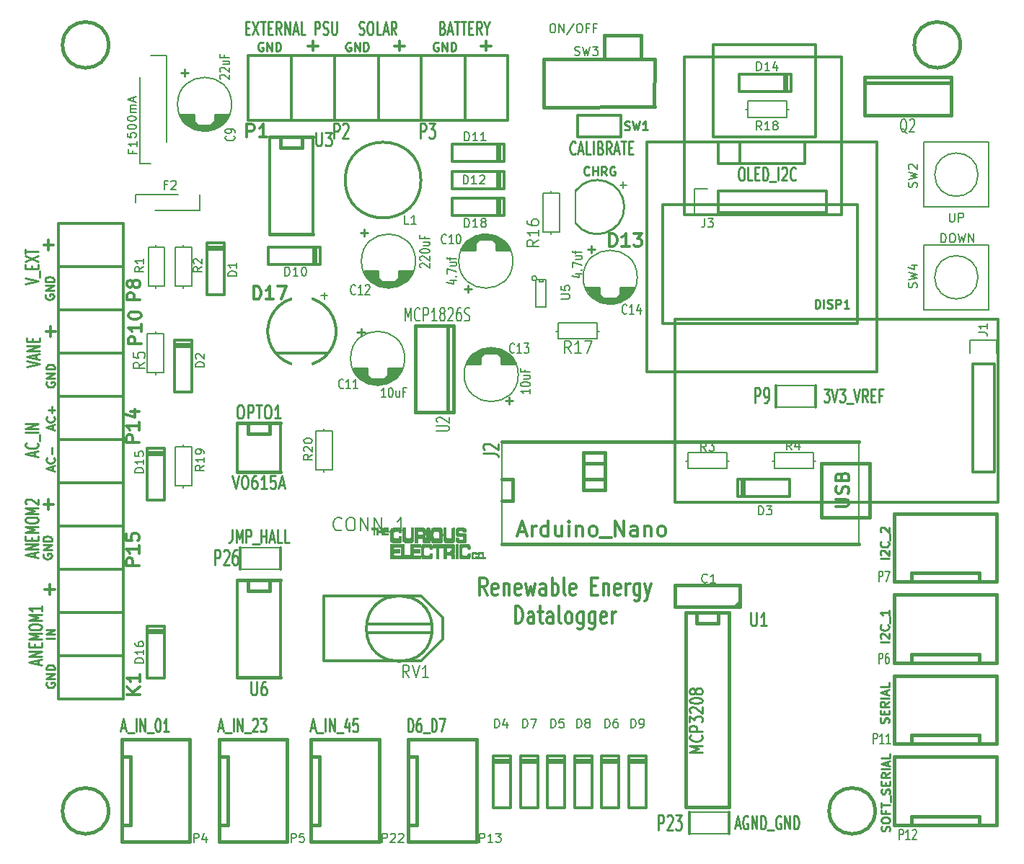
<source format=gto>
G04 #@! TF.FileFunction,Legend,Top*
%FSLAX46Y46*%
G04 Gerber Fmt 4.6, Leading zero omitted, Abs format (unit mm)*
G04 Created by KiCad (PCBNEW 4.0.4-stable) date 04/20/17 11:48:58*
%MOMM*%
%LPD*%
G01*
G04 APERTURE LIST*
%ADD10C,0.150000*%
%ADD11C,0.304800*%
%ADD12C,0.381000*%
%ADD13C,0.300000*%
%ADD14C,0.127000*%
%ADD15C,0.203200*%
%ADD16C,0.254000*%
%ADD17C,0.200000*%
%ADD18C,0.010000*%
%ADD19C,0.285750*%
%ADD20C,0.287020*%
%ADD21C,0.250000*%
%ADD22C,0.271780*%
%ADD23C,0.269240*%
G04 APERTURE END LIST*
D10*
D11*
X54773285Y-68457838D02*
X54265285Y-67490219D01*
X53902428Y-68457838D02*
X53902428Y-66425838D01*
X54483000Y-66425838D01*
X54628142Y-66522600D01*
X54700714Y-66619362D01*
X54773285Y-66812886D01*
X54773285Y-67103171D01*
X54700714Y-67296695D01*
X54628142Y-67393457D01*
X54483000Y-67490219D01*
X53902428Y-67490219D01*
X56007000Y-68361076D02*
X55861857Y-68457838D01*
X55571571Y-68457838D01*
X55426428Y-68361076D01*
X55353857Y-68167552D01*
X55353857Y-67393457D01*
X55426428Y-67199933D01*
X55571571Y-67103171D01*
X55861857Y-67103171D01*
X56007000Y-67199933D01*
X56079571Y-67393457D01*
X56079571Y-67586981D01*
X55353857Y-67780505D01*
X56732714Y-67103171D02*
X56732714Y-68457838D01*
X56732714Y-67296695D02*
X56805286Y-67199933D01*
X56950428Y-67103171D01*
X57168143Y-67103171D01*
X57313286Y-67199933D01*
X57385857Y-67393457D01*
X57385857Y-68457838D01*
X58692143Y-68361076D02*
X58547000Y-68457838D01*
X58256714Y-68457838D01*
X58111571Y-68361076D01*
X58039000Y-68167552D01*
X58039000Y-67393457D01*
X58111571Y-67199933D01*
X58256714Y-67103171D01*
X58547000Y-67103171D01*
X58692143Y-67199933D01*
X58764714Y-67393457D01*
X58764714Y-67586981D01*
X58039000Y-67780505D01*
X59272714Y-67103171D02*
X59563000Y-68457838D01*
X59853286Y-67490219D01*
X60143571Y-68457838D01*
X60433857Y-67103171D01*
X61667571Y-68457838D02*
X61667571Y-67393457D01*
X61595000Y-67199933D01*
X61449857Y-67103171D01*
X61159571Y-67103171D01*
X61014428Y-67199933D01*
X61667571Y-68361076D02*
X61522428Y-68457838D01*
X61159571Y-68457838D01*
X61014428Y-68361076D01*
X60941857Y-68167552D01*
X60941857Y-67974029D01*
X61014428Y-67780505D01*
X61159571Y-67683743D01*
X61522428Y-67683743D01*
X61667571Y-67586981D01*
X62393285Y-68457838D02*
X62393285Y-66425838D01*
X62393285Y-67199933D02*
X62538428Y-67103171D01*
X62828714Y-67103171D01*
X62973857Y-67199933D01*
X63046428Y-67296695D01*
X63118999Y-67490219D01*
X63118999Y-68070790D01*
X63046428Y-68264314D01*
X62973857Y-68361076D01*
X62828714Y-68457838D01*
X62538428Y-68457838D01*
X62393285Y-68361076D01*
X63989856Y-68457838D02*
X63844714Y-68361076D01*
X63772142Y-68167552D01*
X63772142Y-66425838D01*
X65151000Y-68361076D02*
X65005857Y-68457838D01*
X64715571Y-68457838D01*
X64570428Y-68361076D01*
X64497857Y-68167552D01*
X64497857Y-67393457D01*
X64570428Y-67199933D01*
X64715571Y-67103171D01*
X65005857Y-67103171D01*
X65151000Y-67199933D01*
X65223571Y-67393457D01*
X65223571Y-67586981D01*
X64497857Y-67780505D01*
X67037857Y-67393457D02*
X67545857Y-67393457D01*
X67763571Y-68457838D02*
X67037857Y-68457838D01*
X67037857Y-66425838D01*
X67763571Y-66425838D01*
X68416714Y-67103171D02*
X68416714Y-68457838D01*
X68416714Y-67296695D02*
X68489286Y-67199933D01*
X68634428Y-67103171D01*
X68852143Y-67103171D01*
X68997286Y-67199933D01*
X69069857Y-67393457D01*
X69069857Y-68457838D01*
X70376143Y-68361076D02*
X70231000Y-68457838D01*
X69940714Y-68457838D01*
X69795571Y-68361076D01*
X69723000Y-68167552D01*
X69723000Y-67393457D01*
X69795571Y-67199933D01*
X69940714Y-67103171D01*
X70231000Y-67103171D01*
X70376143Y-67199933D01*
X70448714Y-67393457D01*
X70448714Y-67586981D01*
X69723000Y-67780505D01*
X71101857Y-68457838D02*
X71101857Y-67103171D01*
X71101857Y-67490219D02*
X71174429Y-67296695D01*
X71247000Y-67199933D01*
X71392143Y-67103171D01*
X71537286Y-67103171D01*
X72698429Y-67103171D02*
X72698429Y-68748124D01*
X72625858Y-68941648D01*
X72553286Y-69038410D01*
X72408143Y-69135171D01*
X72190429Y-69135171D01*
X72045286Y-69038410D01*
X72698429Y-68361076D02*
X72553286Y-68457838D01*
X72263000Y-68457838D01*
X72117858Y-68361076D01*
X72045286Y-68264314D01*
X71972715Y-68070790D01*
X71972715Y-67490219D01*
X72045286Y-67296695D01*
X72117858Y-67199933D01*
X72263000Y-67103171D01*
X72553286Y-67103171D01*
X72698429Y-67199933D01*
X73279000Y-67103171D02*
X73641857Y-68457838D01*
X74004715Y-67103171D02*
X73641857Y-68457838D01*
X73496715Y-68941648D01*
X73424143Y-69038410D01*
X73279000Y-69135171D01*
X58075286Y-71810638D02*
X58075286Y-69778638D01*
X58438143Y-69778638D01*
X58655858Y-69875400D01*
X58801000Y-70068924D01*
X58873572Y-70262448D01*
X58946143Y-70649495D01*
X58946143Y-70939781D01*
X58873572Y-71326829D01*
X58801000Y-71520352D01*
X58655858Y-71713876D01*
X58438143Y-71810638D01*
X58075286Y-71810638D01*
X60252429Y-71810638D02*
X60252429Y-70746257D01*
X60179858Y-70552733D01*
X60034715Y-70455971D01*
X59744429Y-70455971D01*
X59599286Y-70552733D01*
X60252429Y-71713876D02*
X60107286Y-71810638D01*
X59744429Y-71810638D01*
X59599286Y-71713876D01*
X59526715Y-71520352D01*
X59526715Y-71326829D01*
X59599286Y-71133305D01*
X59744429Y-71036543D01*
X60107286Y-71036543D01*
X60252429Y-70939781D01*
X60760429Y-70455971D02*
X61341000Y-70455971D01*
X60978143Y-69778638D02*
X60978143Y-71520352D01*
X61050715Y-71713876D01*
X61195857Y-71810638D01*
X61341000Y-71810638D01*
X62502143Y-71810638D02*
X62502143Y-70746257D01*
X62429572Y-70552733D01*
X62284429Y-70455971D01*
X61994143Y-70455971D01*
X61849000Y-70552733D01*
X62502143Y-71713876D02*
X62357000Y-71810638D01*
X61994143Y-71810638D01*
X61849000Y-71713876D01*
X61776429Y-71520352D01*
X61776429Y-71326829D01*
X61849000Y-71133305D01*
X61994143Y-71036543D01*
X62357000Y-71036543D01*
X62502143Y-70939781D01*
X63445571Y-71810638D02*
X63300429Y-71713876D01*
X63227857Y-71520352D01*
X63227857Y-69778638D01*
X64243857Y-71810638D02*
X64098715Y-71713876D01*
X64026143Y-71617114D01*
X63953572Y-71423590D01*
X63953572Y-70843019D01*
X64026143Y-70649495D01*
X64098715Y-70552733D01*
X64243857Y-70455971D01*
X64461572Y-70455971D01*
X64606715Y-70552733D01*
X64679286Y-70649495D01*
X64751857Y-70843019D01*
X64751857Y-71423590D01*
X64679286Y-71617114D01*
X64606715Y-71713876D01*
X64461572Y-71810638D01*
X64243857Y-71810638D01*
X66058143Y-70455971D02*
X66058143Y-72100924D01*
X65985572Y-72294448D01*
X65913000Y-72391210D01*
X65767857Y-72487971D01*
X65550143Y-72487971D01*
X65405000Y-72391210D01*
X66058143Y-71713876D02*
X65913000Y-71810638D01*
X65622714Y-71810638D01*
X65477572Y-71713876D01*
X65405000Y-71617114D01*
X65332429Y-71423590D01*
X65332429Y-70843019D01*
X65405000Y-70649495D01*
X65477572Y-70552733D01*
X65622714Y-70455971D01*
X65913000Y-70455971D01*
X66058143Y-70552733D01*
X67437000Y-70455971D02*
X67437000Y-72100924D01*
X67364429Y-72294448D01*
X67291857Y-72391210D01*
X67146714Y-72487971D01*
X66929000Y-72487971D01*
X66783857Y-72391210D01*
X67437000Y-71713876D02*
X67291857Y-71810638D01*
X67001571Y-71810638D01*
X66856429Y-71713876D01*
X66783857Y-71617114D01*
X66711286Y-71423590D01*
X66711286Y-70843019D01*
X66783857Y-70649495D01*
X66856429Y-70552733D01*
X67001571Y-70455971D01*
X67291857Y-70455971D01*
X67437000Y-70552733D01*
X68743286Y-71713876D02*
X68598143Y-71810638D01*
X68307857Y-71810638D01*
X68162714Y-71713876D01*
X68090143Y-71520352D01*
X68090143Y-70746257D01*
X68162714Y-70552733D01*
X68307857Y-70455971D01*
X68598143Y-70455971D01*
X68743286Y-70552733D01*
X68815857Y-70746257D01*
X68815857Y-70939781D01*
X68090143Y-71133305D01*
X69469000Y-71810638D02*
X69469000Y-70455971D01*
X69469000Y-70843019D02*
X69541572Y-70649495D01*
X69614143Y-70552733D01*
X69759286Y-70455971D01*
X69904429Y-70455971D01*
D12*
X10320057Y-93810000D02*
G75*
G03X10320057Y-93810000I-2700057J0D01*
G01*
X100320057Y-93810000D02*
G75*
G03X100320057Y-93810000I-2700057J0D01*
G01*
X110320057Y-3810000D02*
G75*
G03X110320057Y-3810000I-2700057J0D01*
G01*
X10320057Y-3810000D02*
G75*
G03X10320057Y-3810000I-2700057J0D01*
G01*
X84455000Y-69850000D02*
X84455000Y-67310000D01*
X84455000Y-67310000D02*
X76835000Y-67310000D01*
X76835000Y-67310000D02*
X76835000Y-69850000D01*
X76835000Y-69850000D02*
X84455000Y-69850000D01*
D11*
X84455000Y-69215000D02*
X83820000Y-69850000D01*
D13*
X22352000Y-13335000D02*
X22733000Y-12954000D01*
X20320000Y-12827000D02*
X20828000Y-13335000D01*
X20320000Y-12065000D02*
X20320000Y-13335000D01*
X22860000Y-12827000D02*
X22860000Y-13462000D01*
X22860000Y-12065000D02*
X22860000Y-13081000D01*
X18923000Y-12065000D02*
X19431000Y-12954000D01*
X19431000Y-12954000D02*
X20320000Y-13589000D01*
X20320000Y-13589000D02*
X20828000Y-13716000D01*
X20828000Y-13716000D02*
X21971000Y-13843000D01*
X21971000Y-13843000D02*
X22733000Y-13589000D01*
X22733000Y-13589000D02*
X23368000Y-13208000D01*
X23368000Y-13208000D02*
X24130000Y-12446000D01*
X24130000Y-12446000D02*
X23368000Y-12446000D01*
X20320000Y-13081000D02*
X19558000Y-13081000D01*
X20320000Y-12827000D02*
X19431000Y-12827000D01*
X20320000Y-12573000D02*
X19177000Y-12573000D01*
X20320000Y-12319000D02*
X19050000Y-12319000D01*
X20955000Y-13716000D02*
X22352000Y-13716000D01*
X22860000Y-13589000D02*
X20447000Y-13589000D01*
X22860000Y-13081000D02*
X23622000Y-13081000D01*
X19939000Y-13335000D02*
X23368000Y-13335000D01*
X22860000Y-12827000D02*
X23876000Y-12827000D01*
X22860000Y-12573000D02*
X24003000Y-12573000D01*
X22860000Y-12319000D02*
X24257000Y-12319000D01*
X22860000Y-12065000D02*
X24384000Y-12065000D01*
X18796000Y-12065000D02*
X20320000Y-12065000D01*
D14*
X24765000Y-10795000D02*
G75*
G03X24765000Y-10795000I-3175000J0D01*
G01*
D13*
X53848000Y-26670000D02*
X53467000Y-27051000D01*
X55880000Y-27178000D02*
X55372000Y-26670000D01*
X55880000Y-27940000D02*
X55880000Y-26670000D01*
X53340000Y-27178000D02*
X53340000Y-26543000D01*
X53340000Y-27940000D02*
X53340000Y-26924000D01*
X57277000Y-27940000D02*
X56769000Y-27051000D01*
X56769000Y-27051000D02*
X55880000Y-26416000D01*
X55880000Y-26416000D02*
X55372000Y-26289000D01*
X55372000Y-26289000D02*
X54229000Y-26162000D01*
X54229000Y-26162000D02*
X53467000Y-26416000D01*
X53467000Y-26416000D02*
X52832000Y-26797000D01*
X52832000Y-26797000D02*
X52070000Y-27559000D01*
X52070000Y-27559000D02*
X52832000Y-27559000D01*
X55880000Y-26924000D02*
X56642000Y-26924000D01*
X55880000Y-27178000D02*
X56769000Y-27178000D01*
X55880000Y-27432000D02*
X57023000Y-27432000D01*
X55880000Y-27686000D02*
X57150000Y-27686000D01*
X55245000Y-26289000D02*
X53848000Y-26289000D01*
X53340000Y-26416000D02*
X55753000Y-26416000D01*
X53340000Y-26924000D02*
X52578000Y-26924000D01*
X56261000Y-26670000D02*
X52832000Y-26670000D01*
X53340000Y-27178000D02*
X52324000Y-27178000D01*
X53340000Y-27432000D02*
X52197000Y-27432000D01*
X53340000Y-27686000D02*
X51943000Y-27686000D01*
X53340000Y-27940000D02*
X51816000Y-27940000D01*
X57404000Y-27940000D02*
X55880000Y-27940000D01*
D14*
X57785000Y-29210000D02*
G75*
G03X57785000Y-29210000I-3175000J0D01*
G01*
D13*
X42672000Y-43180000D02*
X43053000Y-42799000D01*
X40640000Y-42672000D02*
X41148000Y-43180000D01*
X40640000Y-41910000D02*
X40640000Y-43180000D01*
X43180000Y-42672000D02*
X43180000Y-43307000D01*
X43180000Y-41910000D02*
X43180000Y-42926000D01*
X39243000Y-41910000D02*
X39751000Y-42799000D01*
X39751000Y-42799000D02*
X40640000Y-43434000D01*
X40640000Y-43434000D02*
X41148000Y-43561000D01*
X41148000Y-43561000D02*
X42291000Y-43688000D01*
X42291000Y-43688000D02*
X43053000Y-43434000D01*
X43053000Y-43434000D02*
X43688000Y-43053000D01*
X43688000Y-43053000D02*
X44450000Y-42291000D01*
X44450000Y-42291000D02*
X43688000Y-42291000D01*
X40640000Y-42926000D02*
X39878000Y-42926000D01*
X40640000Y-42672000D02*
X39751000Y-42672000D01*
X40640000Y-42418000D02*
X39497000Y-42418000D01*
X40640000Y-42164000D02*
X39370000Y-42164000D01*
X41275000Y-43561000D02*
X42672000Y-43561000D01*
X43180000Y-43434000D02*
X40767000Y-43434000D01*
X43180000Y-42926000D02*
X43942000Y-42926000D01*
X40259000Y-43180000D02*
X43688000Y-43180000D01*
X43180000Y-42672000D02*
X44196000Y-42672000D01*
X43180000Y-42418000D02*
X44323000Y-42418000D01*
X43180000Y-42164000D02*
X44577000Y-42164000D01*
X43180000Y-41910000D02*
X44704000Y-41910000D01*
X39116000Y-41910000D02*
X40640000Y-41910000D01*
D14*
X45085000Y-40640000D02*
G75*
G03X45085000Y-40640000I-3175000J0D01*
G01*
D13*
X43942000Y-31750000D02*
X44323000Y-31369000D01*
X41910000Y-31242000D02*
X42418000Y-31750000D01*
X41910000Y-30480000D02*
X41910000Y-31750000D01*
X44450000Y-31242000D02*
X44450000Y-31877000D01*
X44450000Y-30480000D02*
X44450000Y-31496000D01*
X40513000Y-30480000D02*
X41021000Y-31369000D01*
X41021000Y-31369000D02*
X41910000Y-32004000D01*
X41910000Y-32004000D02*
X42418000Y-32131000D01*
X42418000Y-32131000D02*
X43561000Y-32258000D01*
X43561000Y-32258000D02*
X44323000Y-32004000D01*
X44323000Y-32004000D02*
X44958000Y-31623000D01*
X44958000Y-31623000D02*
X45720000Y-30861000D01*
X45720000Y-30861000D02*
X44958000Y-30861000D01*
X41910000Y-31496000D02*
X41148000Y-31496000D01*
X41910000Y-31242000D02*
X41021000Y-31242000D01*
X41910000Y-30988000D02*
X40767000Y-30988000D01*
X41910000Y-30734000D02*
X40640000Y-30734000D01*
X42545000Y-32131000D02*
X43942000Y-32131000D01*
X44450000Y-32004000D02*
X42037000Y-32004000D01*
X44450000Y-31496000D02*
X45212000Y-31496000D01*
X41529000Y-31750000D02*
X44958000Y-31750000D01*
X44450000Y-31242000D02*
X45466000Y-31242000D01*
X44450000Y-30988000D02*
X45593000Y-30988000D01*
X44450000Y-30734000D02*
X45847000Y-30734000D01*
X44450000Y-30480000D02*
X45974000Y-30480000D01*
X40386000Y-30480000D02*
X41910000Y-30480000D01*
D14*
X46355000Y-29210000D02*
G75*
G03X46355000Y-29210000I-3175000J0D01*
G01*
D13*
X54483000Y-40005000D02*
X54102000Y-40386000D01*
X56515000Y-40513000D02*
X56007000Y-40005000D01*
X56515000Y-41275000D02*
X56515000Y-40005000D01*
X53975000Y-40513000D02*
X53975000Y-39878000D01*
X53975000Y-41275000D02*
X53975000Y-40259000D01*
X57912000Y-41275000D02*
X57404000Y-40386000D01*
X57404000Y-40386000D02*
X56515000Y-39751000D01*
X56515000Y-39751000D02*
X56007000Y-39624000D01*
X56007000Y-39624000D02*
X54864000Y-39497000D01*
X54864000Y-39497000D02*
X54102000Y-39751000D01*
X54102000Y-39751000D02*
X53467000Y-40132000D01*
X53467000Y-40132000D02*
X52705000Y-40894000D01*
X52705000Y-40894000D02*
X53467000Y-40894000D01*
X56515000Y-40259000D02*
X57277000Y-40259000D01*
X56515000Y-40513000D02*
X57404000Y-40513000D01*
X56515000Y-40767000D02*
X57658000Y-40767000D01*
X56515000Y-41021000D02*
X57785000Y-41021000D01*
X55880000Y-39624000D02*
X54483000Y-39624000D01*
X53975000Y-39751000D02*
X56388000Y-39751000D01*
X53975000Y-40259000D02*
X53213000Y-40259000D01*
X56896000Y-40005000D02*
X53467000Y-40005000D01*
X53975000Y-40513000D02*
X52959000Y-40513000D01*
X53975000Y-40767000D02*
X52832000Y-40767000D01*
X53975000Y-41021000D02*
X52578000Y-41021000D01*
X53975000Y-41275000D02*
X52451000Y-41275000D01*
X58039000Y-41275000D02*
X56515000Y-41275000D01*
D14*
X58420000Y-42545000D02*
G75*
G03X58420000Y-42545000I-3175000J0D01*
G01*
D13*
X69977000Y-33655000D02*
X70358000Y-33274000D01*
X67945000Y-33147000D02*
X68453000Y-33655000D01*
X67945000Y-32385000D02*
X67945000Y-33655000D01*
X70485000Y-33147000D02*
X70485000Y-33782000D01*
X70485000Y-32385000D02*
X70485000Y-33401000D01*
X66548000Y-32385000D02*
X67056000Y-33274000D01*
X67056000Y-33274000D02*
X67945000Y-33909000D01*
X67945000Y-33909000D02*
X68453000Y-34036000D01*
X68453000Y-34036000D02*
X69596000Y-34163000D01*
X69596000Y-34163000D02*
X70358000Y-33909000D01*
X70358000Y-33909000D02*
X70993000Y-33528000D01*
X70993000Y-33528000D02*
X71755000Y-32766000D01*
X71755000Y-32766000D02*
X70993000Y-32766000D01*
X67945000Y-33401000D02*
X67183000Y-33401000D01*
X67945000Y-33147000D02*
X67056000Y-33147000D01*
X67945000Y-32893000D02*
X66802000Y-32893000D01*
X67945000Y-32639000D02*
X66675000Y-32639000D01*
X68580000Y-34036000D02*
X69977000Y-34036000D01*
X70485000Y-33909000D02*
X68072000Y-33909000D01*
X70485000Y-33401000D02*
X71247000Y-33401000D01*
X67564000Y-33655000D02*
X70993000Y-33655000D01*
X70485000Y-33147000D02*
X71501000Y-33147000D01*
X70485000Y-32893000D02*
X71628000Y-32893000D01*
X70485000Y-32639000D02*
X71882000Y-32639000D01*
X70485000Y-32385000D02*
X72009000Y-32385000D01*
X66421000Y-32385000D02*
X67945000Y-32385000D01*
D14*
X72390000Y-31115000D02*
G75*
G03X72390000Y-31115000I-3175000J0D01*
G01*
D11*
X22860000Y-27051000D02*
X21844000Y-27051000D01*
X21844000Y-27051000D02*
X21844000Y-33147000D01*
X21844000Y-33147000D02*
X22860000Y-33147000D01*
X22860000Y-33147000D02*
X23876000Y-33147000D01*
X23876000Y-33147000D02*
X23876000Y-27051000D01*
X23876000Y-27051000D02*
X22860000Y-27051000D01*
X21844000Y-27559000D02*
X23876000Y-27559000D01*
X23876000Y-27813000D02*
X21844000Y-27813000D01*
X19050000Y-38481000D02*
X18034000Y-38481000D01*
X18034000Y-38481000D02*
X18034000Y-44577000D01*
X18034000Y-44577000D02*
X19050000Y-44577000D01*
X19050000Y-44577000D02*
X20066000Y-44577000D01*
X20066000Y-44577000D02*
X20066000Y-38481000D01*
X20066000Y-38481000D02*
X19050000Y-38481000D01*
X18034000Y-38989000D02*
X20066000Y-38989000D01*
X20066000Y-39243000D02*
X18034000Y-39243000D01*
X84201000Y-55880000D02*
X84201000Y-56896000D01*
X84201000Y-56896000D02*
X90297000Y-56896000D01*
X90297000Y-56896000D02*
X90297000Y-55880000D01*
X90297000Y-55880000D02*
X90297000Y-54864000D01*
X90297000Y-54864000D02*
X84201000Y-54864000D01*
X84201000Y-54864000D02*
X84201000Y-55880000D01*
X84709000Y-56896000D02*
X84709000Y-54864000D01*
X84963000Y-54864000D02*
X84963000Y-56896000D01*
X56515000Y-87376000D02*
X55499000Y-87376000D01*
X55499000Y-87376000D02*
X55499000Y-93472000D01*
X55499000Y-93472000D02*
X56515000Y-93472000D01*
X56515000Y-93472000D02*
X57531000Y-93472000D01*
X57531000Y-93472000D02*
X57531000Y-87376000D01*
X57531000Y-87376000D02*
X56515000Y-87376000D01*
X55499000Y-87884000D02*
X57531000Y-87884000D01*
X57531000Y-88138000D02*
X55499000Y-88138000D01*
X62865000Y-87376000D02*
X61849000Y-87376000D01*
X61849000Y-87376000D02*
X61849000Y-93472000D01*
X61849000Y-93472000D02*
X62865000Y-93472000D01*
X62865000Y-93472000D02*
X63881000Y-93472000D01*
X63881000Y-93472000D02*
X63881000Y-87376000D01*
X63881000Y-87376000D02*
X62865000Y-87376000D01*
X61849000Y-87884000D02*
X63881000Y-87884000D01*
X63881000Y-88138000D02*
X61849000Y-88138000D01*
X69215000Y-87376000D02*
X68199000Y-87376000D01*
X68199000Y-87376000D02*
X68199000Y-93472000D01*
X68199000Y-93472000D02*
X69215000Y-93472000D01*
X69215000Y-93472000D02*
X70231000Y-93472000D01*
X70231000Y-93472000D02*
X70231000Y-87376000D01*
X70231000Y-87376000D02*
X69215000Y-87376000D01*
X68199000Y-87884000D02*
X70231000Y-87884000D01*
X70231000Y-88138000D02*
X68199000Y-88138000D01*
X59690000Y-87376000D02*
X58674000Y-87376000D01*
X58674000Y-87376000D02*
X58674000Y-93472000D01*
X58674000Y-93472000D02*
X59690000Y-93472000D01*
X59690000Y-93472000D02*
X60706000Y-93472000D01*
X60706000Y-93472000D02*
X60706000Y-87376000D01*
X60706000Y-87376000D02*
X59690000Y-87376000D01*
X58674000Y-87884000D02*
X60706000Y-87884000D01*
X60706000Y-88138000D02*
X58674000Y-88138000D01*
X66040000Y-87376000D02*
X65024000Y-87376000D01*
X65024000Y-87376000D02*
X65024000Y-93472000D01*
X65024000Y-93472000D02*
X66040000Y-93472000D01*
X66040000Y-93472000D02*
X67056000Y-93472000D01*
X67056000Y-93472000D02*
X67056000Y-87376000D01*
X67056000Y-87376000D02*
X66040000Y-87376000D01*
X65024000Y-87884000D02*
X67056000Y-87884000D01*
X67056000Y-88138000D02*
X65024000Y-88138000D01*
X72390000Y-87376000D02*
X71374000Y-87376000D01*
X71374000Y-87376000D02*
X71374000Y-93472000D01*
X71374000Y-93472000D02*
X72390000Y-93472000D01*
X72390000Y-93472000D02*
X73406000Y-93472000D01*
X73406000Y-93472000D02*
X73406000Y-87376000D01*
X73406000Y-87376000D02*
X72390000Y-87376000D01*
X71374000Y-87884000D02*
X73406000Y-87884000D01*
X73406000Y-88138000D02*
X71374000Y-88138000D01*
X35179000Y-28575000D02*
X35179000Y-27559000D01*
X35179000Y-27559000D02*
X29083000Y-27559000D01*
X29083000Y-27559000D02*
X29083000Y-28575000D01*
X29083000Y-28575000D02*
X29083000Y-29591000D01*
X29083000Y-29591000D02*
X35179000Y-29591000D01*
X35179000Y-29591000D02*
X35179000Y-28575000D01*
X34671000Y-27559000D02*
X34671000Y-29591000D01*
X34417000Y-29591000D02*
X34417000Y-27559000D01*
X56769000Y-16510000D02*
X56769000Y-15494000D01*
X56769000Y-15494000D02*
X50673000Y-15494000D01*
X50673000Y-15494000D02*
X50673000Y-16510000D01*
X50673000Y-16510000D02*
X50673000Y-17526000D01*
X50673000Y-17526000D02*
X56769000Y-17526000D01*
X56769000Y-17526000D02*
X56769000Y-16510000D01*
X56261000Y-15494000D02*
X56261000Y-17526000D01*
X56007000Y-17526000D02*
X56007000Y-15494000D01*
X56769000Y-19685000D02*
X56769000Y-18669000D01*
X56769000Y-18669000D02*
X50673000Y-18669000D01*
X50673000Y-18669000D02*
X50673000Y-19685000D01*
X50673000Y-19685000D02*
X50673000Y-20701000D01*
X50673000Y-20701000D02*
X56769000Y-20701000D01*
X56769000Y-20701000D02*
X56769000Y-19685000D01*
X56261000Y-18669000D02*
X56261000Y-20701000D01*
X56007000Y-20701000D02*
X56007000Y-18669000D01*
D15*
X65100200Y-20955000D02*
X65100200Y-24765000D01*
D16*
X65153003Y-24767668D02*
G75*
G03X65151000Y-20955000I2537997J1907668D01*
G01*
D11*
X90424000Y-8255000D02*
X90424000Y-7239000D01*
X90424000Y-7239000D02*
X84328000Y-7239000D01*
X84328000Y-7239000D02*
X84328000Y-8255000D01*
X84328000Y-8255000D02*
X84328000Y-9271000D01*
X84328000Y-9271000D02*
X90424000Y-9271000D01*
X90424000Y-9271000D02*
X90424000Y-8255000D01*
X89916000Y-7239000D02*
X89916000Y-9271000D01*
X89662000Y-9271000D02*
X89662000Y-7239000D01*
X15875000Y-51181000D02*
X14859000Y-51181000D01*
X14859000Y-51181000D02*
X14859000Y-57277000D01*
X14859000Y-57277000D02*
X15875000Y-57277000D01*
X15875000Y-57277000D02*
X16891000Y-57277000D01*
X16891000Y-57277000D02*
X16891000Y-51181000D01*
X16891000Y-51181000D02*
X15875000Y-51181000D01*
X14859000Y-51689000D02*
X16891000Y-51689000D01*
X16891000Y-51943000D02*
X14859000Y-51943000D01*
X15875000Y-72136000D02*
X14859000Y-72136000D01*
X14859000Y-72136000D02*
X14859000Y-78232000D01*
X14859000Y-78232000D02*
X15875000Y-78232000D01*
X15875000Y-78232000D02*
X16891000Y-78232000D01*
X16891000Y-78232000D02*
X16891000Y-72136000D01*
X16891000Y-72136000D02*
X15875000Y-72136000D01*
X14859000Y-72644000D02*
X16891000Y-72644000D01*
X16891000Y-72898000D02*
X14859000Y-72898000D01*
D13*
X36068000Y-40005000D02*
X30099000Y-40005000D01*
X29210000Y-36195000D02*
G75*
G03X31750000Y-41275000I3810000J-1270000D01*
G01*
X31750000Y-33655000D02*
G75*
G03X29210000Y-38735000I1270000J-3810000D01*
G01*
X34290000Y-41275000D02*
G75*
G03X36830000Y-36195000I-1270000J3810000D01*
G01*
X36830000Y-38735000D02*
G75*
G03X34290000Y-33655000I-3810000J1270000D01*
G01*
D11*
X56769000Y-22860000D02*
X56769000Y-21844000D01*
X56769000Y-21844000D02*
X50673000Y-21844000D01*
X50673000Y-21844000D02*
X50673000Y-22860000D01*
X50673000Y-22860000D02*
X50673000Y-23876000D01*
X50673000Y-23876000D02*
X56769000Y-23876000D01*
X56769000Y-23876000D02*
X56769000Y-22860000D01*
X56261000Y-21844000D02*
X56261000Y-23876000D01*
X56007000Y-23876000D02*
X56007000Y-21844000D01*
D13*
X75385000Y-22570000D02*
X98245000Y-22570000D01*
X98245000Y-22570000D02*
X98245000Y-36540000D01*
X98245000Y-36540000D02*
X75385000Y-36540000D01*
X75385000Y-36540000D02*
X75385000Y-22570000D01*
X73495000Y-15240000D02*
X100495000Y-15240000D01*
X100495000Y-15240000D02*
X100495000Y-42240000D01*
X100495000Y-42240000D02*
X73495000Y-42240000D01*
X73495000Y-42240000D02*
X73495000Y-15240000D01*
D11*
X81915000Y-15240000D02*
X81915000Y-15240000D01*
X81915000Y-17780000D02*
X81915000Y-15240000D01*
X81915000Y-15240000D02*
X81915000Y-15240000D01*
X81915000Y-15240000D02*
X92075000Y-15240000D01*
X92075000Y-15240000D02*
X92075000Y-17780000D01*
X92075000Y-17780000D02*
X81915000Y-17780000D01*
X84455000Y-17780000D02*
X84455000Y-15240000D01*
D17*
X13970000Y-7620000D02*
X13970000Y-17780000D01*
X13970000Y-17780000D02*
X15240000Y-17780000D01*
X17145000Y-5080000D02*
X17145000Y-15240000D01*
X17145000Y-5080000D02*
X15240000Y-5080000D01*
D10*
X13505000Y-21360000D02*
X13505000Y-22360000D01*
X21005000Y-21360000D02*
X21005000Y-23260000D01*
X21005000Y-23260000D02*
X15805000Y-23260000D01*
X13505000Y-21360000D02*
X18505000Y-21360000D01*
D17*
X56515000Y-62484000D02*
X56515000Y-50419000D01*
X98425000Y-62484000D02*
X98425000Y-50419000D01*
D12*
X66040000Y-52959000D02*
X68580000Y-52959000D01*
X68580000Y-52959000D02*
X68580000Y-54864000D01*
X68580000Y-54864000D02*
X66040000Y-54864000D01*
X66040000Y-54864000D02*
X66040000Y-52959000D01*
X66040000Y-51689000D02*
X66040000Y-56134000D01*
X66040000Y-56134000D02*
X68580000Y-56134000D01*
X68580000Y-56134000D02*
X68580000Y-51689000D01*
X68580000Y-51689000D02*
X66040000Y-51689000D01*
X93980000Y-52959000D02*
X99695000Y-52959000D01*
X99695000Y-52959000D02*
X99695000Y-59309000D01*
X99695000Y-59309000D02*
X93980000Y-59309000D01*
X93980000Y-59309000D02*
X93980000Y-52959000D01*
X56515000Y-62484000D02*
X98425000Y-62484000D01*
X98425000Y-50419000D02*
X56515000Y-50419000D01*
X56515000Y-54864000D02*
X57785000Y-54864000D01*
X57785000Y-54864000D02*
X57785000Y-57404000D01*
X57785000Y-57404000D02*
X56515000Y-57404000D01*
D11*
X46990000Y-19685000D02*
G75*
G03X46990000Y-19685000I-4445000J0D01*
G01*
D13*
X26670000Y-12700000D02*
X36830000Y-12700000D01*
X26670000Y-5080000D02*
X36830000Y-5080000D01*
X36830000Y-12700000D02*
X36830000Y-5080000D01*
X31750000Y-5080000D02*
X31750000Y-12700000D01*
X26670000Y-12700000D02*
X26670000Y-5080000D01*
X46990000Y-12700000D02*
X57150000Y-12700000D01*
X46990000Y-5080000D02*
X57150000Y-5080000D01*
X57150000Y-12700000D02*
X57150000Y-5080000D01*
X52197000Y-5080000D02*
X52197000Y-12700000D01*
X46990000Y-12700000D02*
X46990000Y-5080000D01*
X36830000Y-12700000D02*
X46990000Y-12700000D01*
X36830000Y-5080000D02*
X46990000Y-5080000D01*
X46990000Y-12700000D02*
X46990000Y-5080000D01*
X42037000Y-5080000D02*
X42037000Y-12700000D01*
X36830000Y-12700000D02*
X36830000Y-5080000D01*
D12*
X11875000Y-87440000D02*
X12875000Y-87440000D01*
X12875000Y-87440000D02*
X12875000Y-95440000D01*
X12875000Y-95440000D02*
X11875000Y-95440000D01*
X11875000Y-85440000D02*
X11875000Y-97440000D01*
X11875000Y-97440000D02*
X19875000Y-97440000D01*
X19875000Y-85440000D02*
X19875000Y-97440000D01*
X19875000Y-85440000D02*
X11875000Y-85440000D01*
X23305000Y-87440000D02*
X24305000Y-87440000D01*
X24305000Y-87440000D02*
X24305000Y-95440000D01*
X24305000Y-95440000D02*
X23305000Y-95440000D01*
X23305000Y-85440000D02*
X23305000Y-97440000D01*
X23305000Y-97440000D02*
X31305000Y-97440000D01*
X31305000Y-85440000D02*
X31305000Y-97440000D01*
X31305000Y-85440000D02*
X23305000Y-85440000D01*
X104585000Y-76390000D02*
X104585000Y-75390000D01*
X104585000Y-75390000D02*
X112585000Y-75390000D01*
X112585000Y-75390000D02*
X112585000Y-76390000D01*
X102585000Y-76390000D02*
X114585000Y-76390000D01*
X114585000Y-76390000D02*
X114585000Y-68390000D01*
X102585000Y-68390000D02*
X114585000Y-68390000D01*
X102585000Y-68390000D02*
X102585000Y-76390000D01*
X104585000Y-66865000D02*
X104585000Y-65865000D01*
X104585000Y-65865000D02*
X112585000Y-65865000D01*
X112585000Y-65865000D02*
X112585000Y-66865000D01*
X102585000Y-66865000D02*
X114585000Y-66865000D01*
X114585000Y-66865000D02*
X114585000Y-58865000D01*
X102585000Y-58865000D02*
X114585000Y-58865000D01*
X102585000Y-58865000D02*
X102585000Y-66865000D01*
D13*
X4445000Y-24765000D02*
X4445000Y-34925000D01*
X12065000Y-24765000D02*
X12065000Y-34925000D01*
X4445000Y-34925000D02*
X12065000Y-34925000D01*
X12065000Y-29845000D02*
X4445000Y-29845000D01*
X4445000Y-24765000D02*
X12065000Y-24765000D01*
D17*
X93345000Y-43815000D02*
X88646000Y-43815000D01*
X93345000Y-46355000D02*
X88646000Y-46355000D01*
D11*
X93345000Y-43815000D02*
X93345000Y-46355000D01*
X88646000Y-46355000D02*
X88646000Y-43815000D01*
D13*
X12065000Y-45085000D02*
X12065000Y-34925000D01*
X4445000Y-45085000D02*
X4445000Y-34925000D01*
X12065000Y-34925000D02*
X4445000Y-34925000D01*
X4445000Y-40005000D02*
X12065000Y-40005000D01*
X12065000Y-45085000D02*
X4445000Y-45085000D01*
D12*
X104585000Y-85915000D02*
X104585000Y-84915000D01*
X104585000Y-84915000D02*
X112585000Y-84915000D01*
X112585000Y-84915000D02*
X112585000Y-85915000D01*
X102585000Y-85915000D02*
X114585000Y-85915000D01*
X114585000Y-85915000D02*
X114585000Y-77915000D01*
X102585000Y-77915000D02*
X114585000Y-77915000D01*
X102585000Y-77915000D02*
X102585000Y-85915000D01*
X104585000Y-95440000D02*
X104585000Y-94440000D01*
X104585000Y-94440000D02*
X112585000Y-94440000D01*
X112585000Y-94440000D02*
X112585000Y-95440000D01*
X102585000Y-95440000D02*
X114585000Y-95440000D01*
X114585000Y-95440000D02*
X114585000Y-87440000D01*
X102585000Y-87440000D02*
X114585000Y-87440000D01*
X102585000Y-87440000D02*
X102585000Y-95440000D01*
X45530000Y-87440000D02*
X46530000Y-87440000D01*
X46530000Y-87440000D02*
X46530000Y-95440000D01*
X46530000Y-95440000D02*
X45530000Y-95440000D01*
X45530000Y-85440000D02*
X45530000Y-97440000D01*
X45530000Y-97440000D02*
X53530000Y-97440000D01*
X53530000Y-85440000D02*
X53530000Y-97440000D01*
X53530000Y-85440000D02*
X45530000Y-85440000D01*
D13*
X12065000Y-55245000D02*
X12065000Y-45085000D01*
X4445000Y-55245000D02*
X4445000Y-45085000D01*
X12065000Y-45085000D02*
X4445000Y-45085000D01*
X4445000Y-50165000D02*
X12065000Y-50165000D01*
X12065000Y-55245000D02*
X4445000Y-55245000D01*
X4445000Y-55245000D02*
X4445000Y-65405000D01*
X12065000Y-55245000D02*
X12065000Y-65405000D01*
X4445000Y-65405000D02*
X12065000Y-65405000D01*
X12065000Y-60325000D02*
X4445000Y-60325000D01*
X4445000Y-55245000D02*
X12065000Y-55245000D01*
D12*
X34100000Y-87440000D02*
X35100000Y-87440000D01*
X35100000Y-87440000D02*
X35100000Y-95440000D01*
X35100000Y-95440000D02*
X34100000Y-95440000D01*
X34100000Y-85440000D02*
X34100000Y-97440000D01*
X34100000Y-97440000D02*
X42100000Y-97440000D01*
X42100000Y-85440000D02*
X42100000Y-97440000D01*
X42100000Y-85440000D02*
X34100000Y-85440000D01*
D17*
X83185000Y-93980000D02*
X78486000Y-93980000D01*
X83185000Y-96520000D02*
X78486000Y-96520000D01*
D11*
X83185000Y-93980000D02*
X83185000Y-96520000D01*
X78486000Y-96520000D02*
X78486000Y-93980000D01*
D17*
X30480000Y-62865000D02*
X25781000Y-62865000D01*
X30480000Y-65405000D02*
X25781000Y-65405000D01*
D11*
X30480000Y-62865000D02*
X30480000Y-65405000D01*
X25781000Y-65405000D02*
X25781000Y-62865000D01*
D17*
X15875000Y-27559000D02*
X15875000Y-27305000D01*
X15875000Y-32131000D02*
X15875000Y-32385000D01*
X16891000Y-27559000D02*
X14986000Y-27559000D01*
X14986000Y-27559000D02*
X14986000Y-32131000D01*
X14986000Y-32131000D02*
X16891000Y-32131000D01*
X16891000Y-32131000D02*
X16891000Y-27559000D01*
X19050000Y-27559000D02*
X19050000Y-27305000D01*
X19050000Y-32131000D02*
X19050000Y-32385000D01*
X20066000Y-27559000D02*
X18161000Y-27559000D01*
X18161000Y-27559000D02*
X18161000Y-32131000D01*
X18161000Y-32131000D02*
X20066000Y-32131000D01*
X20066000Y-32131000D02*
X20066000Y-27559000D01*
X78359000Y-52705000D02*
X78105000Y-52705000D01*
X82931000Y-52705000D02*
X83185000Y-52705000D01*
X78359000Y-51689000D02*
X78359000Y-53594000D01*
X78359000Y-53594000D02*
X82931000Y-53594000D01*
X82931000Y-53594000D02*
X82931000Y-51689000D01*
X82931000Y-51689000D02*
X78359000Y-51689000D01*
X88519000Y-52705000D02*
X88265000Y-52705000D01*
X93091000Y-52705000D02*
X93345000Y-52705000D01*
X88519000Y-51689000D02*
X88519000Y-53594000D01*
X88519000Y-53594000D02*
X93091000Y-53594000D01*
X93091000Y-53594000D02*
X93091000Y-51689000D01*
X93091000Y-51689000D02*
X88519000Y-51689000D01*
X15875000Y-42291000D02*
X15875000Y-42545000D01*
X15875000Y-37719000D02*
X15875000Y-37465000D01*
X14859000Y-42291000D02*
X16764000Y-42291000D01*
X16764000Y-42291000D02*
X16764000Y-37719000D01*
X16764000Y-37719000D02*
X14859000Y-37719000D01*
X14859000Y-37719000D02*
X14859000Y-42291000D01*
X62230000Y-21209000D02*
X62230000Y-20955000D01*
X62230000Y-25781000D02*
X62230000Y-26035000D01*
X63246000Y-21209000D02*
X61341000Y-21209000D01*
X61341000Y-21209000D02*
X61341000Y-25781000D01*
X61341000Y-25781000D02*
X63246000Y-25781000D01*
X63246000Y-25781000D02*
X63246000Y-21209000D01*
X63119000Y-37465000D02*
X62865000Y-37465000D01*
X67691000Y-37465000D02*
X67945000Y-37465000D01*
X63119000Y-36449000D02*
X63119000Y-38354000D01*
X63119000Y-38354000D02*
X67691000Y-38354000D01*
X67691000Y-38354000D02*
X67691000Y-36449000D01*
X67691000Y-36449000D02*
X63119000Y-36449000D01*
X85344000Y-11430000D02*
X85090000Y-11430000D01*
X89916000Y-11430000D02*
X90170000Y-11430000D01*
X85344000Y-10414000D02*
X85344000Y-12319000D01*
X85344000Y-12319000D02*
X89916000Y-12319000D01*
X89916000Y-12319000D02*
X89916000Y-10414000D01*
X89916000Y-10414000D02*
X85344000Y-10414000D01*
X19050000Y-51054000D02*
X19050000Y-50800000D01*
X19050000Y-55626000D02*
X19050000Y-55880000D01*
X20066000Y-51054000D02*
X18161000Y-51054000D01*
X18161000Y-51054000D02*
X18161000Y-55626000D01*
X18161000Y-55626000D02*
X20066000Y-55626000D01*
X20066000Y-55626000D02*
X20066000Y-51054000D01*
X35560000Y-49149000D02*
X35560000Y-48895000D01*
X35560000Y-53721000D02*
X35560000Y-53975000D01*
X36576000Y-49149000D02*
X34671000Y-49149000D01*
X34671000Y-49149000D02*
X34671000Y-53721000D01*
X34671000Y-53721000D02*
X36576000Y-53721000D01*
X36576000Y-53721000D02*
X36576000Y-49149000D01*
D11*
X35560000Y-68580000D02*
X46990000Y-68580000D01*
X46990000Y-68580000D02*
X49530000Y-71120000D01*
X49530000Y-71120000D02*
X49530000Y-73660000D01*
X49530000Y-73660000D02*
X46990000Y-76200000D01*
X46990000Y-76200000D02*
X35560000Y-76200000D01*
X35560000Y-76200000D02*
X35560000Y-68580000D01*
X43942000Y-68580000D02*
X45085000Y-68580000D01*
X44831000Y-76200000D02*
X43942000Y-76200000D01*
X40640000Y-71882000D02*
X48133000Y-71882000D01*
X40640000Y-72898000D02*
X48133000Y-72898000D01*
X48312554Y-72390000D02*
G75*
G03X48312554Y-72390000I-3862554J0D01*
G01*
X70485000Y-12065000D02*
X70485000Y-14605000D01*
X70485000Y-14605000D02*
X65405000Y-14605000D01*
X65405000Y-14605000D02*
X65405000Y-12065000D01*
X65405000Y-12065000D02*
X70485000Y-12065000D01*
D14*
X112395000Y-19050000D02*
G75*
G03X112395000Y-19050000I-2540000J0D01*
G01*
X106045000Y-15240000D02*
X113665000Y-15240000D01*
X113665000Y-15240000D02*
X113665000Y-22860000D01*
X113665000Y-22860000D02*
X106045000Y-22860000D01*
X106045000Y-15240000D02*
X106045000Y-22860000D01*
D12*
X74396600Y-11049000D02*
X74472800Y-5511800D01*
X74472800Y-5511800D02*
X61391800Y-5511800D01*
X61391800Y-11125200D02*
X74422000Y-11049000D01*
X61391800Y-11125200D02*
X61391800Y-5537200D01*
X72854820Y-5250180D02*
X72854820Y-2710180D01*
X72854820Y-2710180D02*
X68536820Y-2710180D01*
X68536820Y-2710180D02*
X68536820Y-5250180D01*
D14*
X112395000Y-31115000D02*
G75*
G03X112395000Y-31115000I-2540000J0D01*
G01*
X106045000Y-27305000D02*
X113665000Y-27305000D01*
X113665000Y-27305000D02*
X113665000Y-34925000D01*
X113665000Y-34925000D02*
X106045000Y-34925000D01*
X106045000Y-27305000D02*
X106045000Y-34925000D01*
D12*
X81915000Y-70485000D02*
X81915000Y-70485000D01*
X81915000Y-70485000D02*
X81915000Y-71755000D01*
X81915000Y-71755000D02*
X79375000Y-71755000D01*
X79375000Y-71755000D02*
X79375000Y-70485000D01*
X83185000Y-70485000D02*
X83185000Y-93345000D01*
X83185000Y-93345000D02*
X78105000Y-93345000D01*
X78105000Y-93345000D02*
X78105000Y-70485000D01*
X78105000Y-70485000D02*
X83185000Y-70485000D01*
D11*
X34290000Y-14605000D02*
X34290000Y-26035000D01*
X29210000Y-26035000D02*
X29210000Y-14605000D01*
D12*
X29210000Y-14605000D02*
X34290000Y-14605000D01*
X33020000Y-14605000D02*
X33020000Y-15875000D01*
X33020000Y-15875000D02*
X30480000Y-15875000D01*
X30480000Y-15875000D02*
X30480000Y-14605000D01*
X34290000Y-26035000D02*
X29210000Y-26035000D01*
D17*
X60890000Y-31420000D02*
X60890000Y-31620000D01*
X60890000Y-31620000D02*
X61290000Y-31620000D01*
X61290000Y-31620000D02*
X61290000Y-31420000D01*
X60572843Y-31220000D02*
G75*
G03X60572843Y-31220000I-282843J0D01*
G01*
X61690000Y-31420000D02*
X61690000Y-34620000D01*
X61690000Y-34620000D02*
X60490000Y-34620000D01*
X60490000Y-34620000D02*
X60490000Y-31420000D01*
X60490000Y-31420000D02*
X61690000Y-31420000D01*
D11*
X30480000Y-66675000D02*
X30480000Y-78105000D01*
X25400000Y-78105000D02*
X25400000Y-66675000D01*
D12*
X25400000Y-66675000D02*
X30480000Y-66675000D01*
X29210000Y-66675000D02*
X29210000Y-67945000D01*
X29210000Y-67945000D02*
X26670000Y-67945000D01*
X26670000Y-67945000D02*
X26670000Y-66675000D01*
X30480000Y-78105000D02*
X25400000Y-78105000D01*
D13*
X4445000Y-70485000D02*
X4445000Y-65405000D01*
X4445000Y-65405000D02*
X12065000Y-65405000D01*
X12065000Y-65405000D02*
X12065000Y-70485000D01*
X12065000Y-80645000D02*
X12065000Y-70485000D01*
X4445000Y-80645000D02*
X4445000Y-70485000D01*
X12065000Y-70485000D02*
X4445000Y-70485000D01*
X4445000Y-75565000D02*
X12065000Y-75565000D01*
X12065000Y-80645000D02*
X4445000Y-80645000D01*
X30480000Y-48260000D02*
X30480000Y-53975000D01*
X25400000Y-48260000D02*
X25400000Y-53975000D01*
D12*
X25400000Y-48260000D02*
X30480000Y-48260000D01*
X29210000Y-48260000D02*
X29210000Y-49530000D01*
X29210000Y-49530000D02*
X26670000Y-49530000D01*
X26670000Y-49530000D02*
X26670000Y-48260000D01*
X30480000Y-53975000D02*
X25400000Y-53975000D01*
D13*
X114780000Y-36005000D02*
X76780000Y-36005000D01*
X76780000Y-36005000D02*
X76780000Y-57505000D01*
X76780000Y-57505000D02*
X114780000Y-57505000D01*
X114780000Y-57505000D02*
X114780000Y-36005000D01*
X111760000Y-41275000D02*
X111760000Y-53975000D01*
X111760000Y-53975000D02*
X114300000Y-53975000D01*
X114300000Y-53975000D02*
X114300000Y-41275000D01*
X114300000Y-41275000D02*
X111760000Y-41275000D01*
D10*
X114300000Y-53975000D02*
X111760000Y-53975000D01*
X114580000Y-38455000D02*
X114580000Y-40005000D01*
X114300000Y-41275000D02*
X111760000Y-41275000D01*
X111480000Y-40005000D02*
X111480000Y-38455000D01*
X111480000Y-38455000D02*
X114580000Y-38455000D01*
D13*
X81280000Y-5080000D02*
X81280000Y-14605000D01*
X81280000Y-14605000D02*
X93345000Y-14605000D01*
X93345000Y-14605000D02*
X93345000Y-3810000D01*
X93345000Y-3810000D02*
X81280000Y-3810000D01*
X81280000Y-3810000D02*
X81280000Y-5080000D01*
X77895000Y-23725000D02*
X96395000Y-23725000D01*
X96395000Y-23725000D02*
X96395000Y-5225000D01*
X96395000Y-5225000D02*
X77895000Y-5225000D01*
X77895000Y-5225000D02*
X77895000Y-23725000D01*
X81915000Y-23495000D02*
X94615000Y-23495000D01*
X94615000Y-23495000D02*
X94615000Y-20955000D01*
X94615000Y-20955000D02*
X81915000Y-20955000D01*
X81915000Y-20955000D02*
X81915000Y-23495000D01*
D10*
X94615000Y-20955000D02*
X94615000Y-23495000D01*
X79095000Y-20675000D02*
X80645000Y-20675000D01*
X81915000Y-20955000D02*
X81915000Y-23495000D01*
X80645000Y-23775000D02*
X79095000Y-23775000D01*
X79095000Y-23775000D02*
X79095000Y-20675000D01*
D12*
X50165000Y-36830000D02*
X50800000Y-36830000D01*
X50800000Y-36830000D02*
X50800000Y-46990000D01*
X50800000Y-46990000D02*
X50165000Y-46990000D01*
X46355000Y-36830000D02*
X50165000Y-36830000D01*
X50165000Y-36830000D02*
X50165000Y-46990000D01*
X50165000Y-46990000D02*
X46355000Y-46990000D01*
X46355000Y-46990000D02*
X46355000Y-36830000D01*
X99060000Y-8255000D02*
X99060000Y-7620000D01*
X99060000Y-7620000D02*
X109220000Y-7620000D01*
X109220000Y-7620000D02*
X109220000Y-8255000D01*
X99060000Y-12065000D02*
X99060000Y-8255000D01*
X99060000Y-8255000D02*
X109220000Y-8255000D01*
X109220000Y-8255000D02*
X109220000Y-12065000D01*
X109220000Y-12065000D02*
X99060000Y-12065000D01*
D18*
G36*
X41164000Y-60468000D02*
X41254000Y-60468000D01*
X41254000Y-60558000D01*
X41164000Y-60558000D01*
X41164000Y-60468000D01*
X41164000Y-60468000D01*
G37*
X41164000Y-60468000D02*
X41254000Y-60468000D01*
X41254000Y-60558000D01*
X41164000Y-60558000D01*
X41164000Y-60468000D01*
G36*
X41254000Y-60468000D02*
X41344000Y-60468000D01*
X41344000Y-60558000D01*
X41254000Y-60558000D01*
X41254000Y-60468000D01*
X41254000Y-60468000D01*
G37*
X41254000Y-60468000D02*
X41344000Y-60468000D01*
X41344000Y-60558000D01*
X41254000Y-60558000D01*
X41254000Y-60468000D01*
G36*
X41344000Y-60468000D02*
X41434000Y-60468000D01*
X41434000Y-60558000D01*
X41344000Y-60558000D01*
X41344000Y-60468000D01*
X41344000Y-60468000D01*
G37*
X41344000Y-60468000D02*
X41434000Y-60468000D01*
X41434000Y-60558000D01*
X41344000Y-60558000D01*
X41344000Y-60468000D01*
G36*
X41434000Y-60468000D02*
X41524000Y-60468000D01*
X41524000Y-60558000D01*
X41434000Y-60558000D01*
X41434000Y-60468000D01*
X41434000Y-60468000D01*
G37*
X41434000Y-60468000D02*
X41524000Y-60468000D01*
X41524000Y-60558000D01*
X41434000Y-60558000D01*
X41434000Y-60468000D01*
G36*
X41524000Y-60468000D02*
X41614000Y-60468000D01*
X41614000Y-60558000D01*
X41524000Y-60558000D01*
X41524000Y-60468000D01*
X41524000Y-60468000D01*
G37*
X41524000Y-60468000D02*
X41614000Y-60468000D01*
X41614000Y-60558000D01*
X41524000Y-60558000D01*
X41524000Y-60468000D01*
G36*
X41614000Y-60468000D02*
X41704000Y-60468000D01*
X41704000Y-60558000D01*
X41614000Y-60558000D01*
X41614000Y-60468000D01*
X41614000Y-60468000D01*
G37*
X41614000Y-60468000D02*
X41704000Y-60468000D01*
X41704000Y-60558000D01*
X41614000Y-60558000D01*
X41614000Y-60468000D01*
G36*
X41884000Y-60468000D02*
X41974000Y-60468000D01*
X41974000Y-60558000D01*
X41884000Y-60558000D01*
X41884000Y-60468000D01*
X41884000Y-60468000D01*
G37*
X41884000Y-60468000D02*
X41974000Y-60468000D01*
X41974000Y-60558000D01*
X41884000Y-60558000D01*
X41884000Y-60468000D01*
G36*
X42334000Y-60468000D02*
X42424000Y-60468000D01*
X42424000Y-60558000D01*
X42334000Y-60558000D01*
X42334000Y-60468000D01*
X42334000Y-60468000D01*
G37*
X42334000Y-60468000D02*
X42424000Y-60468000D01*
X42424000Y-60558000D01*
X42334000Y-60558000D01*
X42334000Y-60468000D01*
G36*
X42604000Y-60468000D02*
X42694000Y-60468000D01*
X42694000Y-60558000D01*
X42604000Y-60558000D01*
X42604000Y-60468000D01*
X42604000Y-60468000D01*
G37*
X42604000Y-60468000D02*
X42694000Y-60468000D01*
X42694000Y-60558000D01*
X42604000Y-60558000D01*
X42604000Y-60468000D01*
G36*
X42694000Y-60468000D02*
X42784000Y-60468000D01*
X42784000Y-60558000D01*
X42694000Y-60558000D01*
X42694000Y-60468000D01*
X42694000Y-60468000D01*
G37*
X42694000Y-60468000D02*
X42784000Y-60468000D01*
X42784000Y-60558000D01*
X42694000Y-60558000D01*
X42694000Y-60468000D01*
G36*
X42784000Y-60468000D02*
X42874000Y-60468000D01*
X42874000Y-60558000D01*
X42784000Y-60558000D01*
X42784000Y-60468000D01*
X42784000Y-60468000D01*
G37*
X42784000Y-60468000D02*
X42874000Y-60468000D01*
X42874000Y-60558000D01*
X42784000Y-60558000D01*
X42784000Y-60468000D01*
G36*
X42874000Y-60468000D02*
X42964000Y-60468000D01*
X42964000Y-60558000D01*
X42874000Y-60558000D01*
X42874000Y-60468000D01*
X42874000Y-60468000D01*
G37*
X42874000Y-60468000D02*
X42964000Y-60468000D01*
X42964000Y-60558000D01*
X42874000Y-60558000D01*
X42874000Y-60468000D01*
G36*
X42964000Y-60468000D02*
X43054000Y-60468000D01*
X43054000Y-60558000D01*
X42964000Y-60558000D01*
X42964000Y-60468000D01*
X42964000Y-60468000D01*
G37*
X42964000Y-60468000D02*
X43054000Y-60468000D01*
X43054000Y-60558000D01*
X42964000Y-60558000D01*
X42964000Y-60468000D01*
G36*
X43054000Y-60468000D02*
X43144000Y-60468000D01*
X43144000Y-60558000D01*
X43054000Y-60558000D01*
X43054000Y-60468000D01*
X43054000Y-60468000D01*
G37*
X43054000Y-60468000D02*
X43144000Y-60468000D01*
X43144000Y-60558000D01*
X43054000Y-60558000D01*
X43054000Y-60468000D01*
G36*
X43684000Y-60468000D02*
X43774000Y-60468000D01*
X43774000Y-60558000D01*
X43684000Y-60558000D01*
X43684000Y-60468000D01*
X43684000Y-60468000D01*
G37*
X43684000Y-60468000D02*
X43774000Y-60468000D01*
X43774000Y-60558000D01*
X43684000Y-60558000D01*
X43684000Y-60468000D01*
G36*
X43774000Y-60468000D02*
X43864000Y-60468000D01*
X43864000Y-60558000D01*
X43774000Y-60558000D01*
X43774000Y-60468000D01*
X43774000Y-60468000D01*
G37*
X43774000Y-60468000D02*
X43864000Y-60468000D01*
X43864000Y-60558000D01*
X43774000Y-60558000D01*
X43774000Y-60468000D01*
G36*
X43864000Y-60468000D02*
X43954000Y-60468000D01*
X43954000Y-60558000D01*
X43864000Y-60558000D01*
X43864000Y-60468000D01*
X43864000Y-60468000D01*
G37*
X43864000Y-60468000D02*
X43954000Y-60468000D01*
X43954000Y-60558000D01*
X43864000Y-60558000D01*
X43864000Y-60468000D01*
G36*
X43954000Y-60468000D02*
X44044000Y-60468000D01*
X44044000Y-60558000D01*
X43954000Y-60558000D01*
X43954000Y-60468000D01*
X43954000Y-60468000D01*
G37*
X43954000Y-60468000D02*
X44044000Y-60468000D01*
X44044000Y-60558000D01*
X43954000Y-60558000D01*
X43954000Y-60468000D01*
G36*
X44044000Y-60468000D02*
X44134000Y-60468000D01*
X44134000Y-60558000D01*
X44044000Y-60558000D01*
X44044000Y-60468000D01*
X44044000Y-60468000D01*
G37*
X44044000Y-60468000D02*
X44134000Y-60468000D01*
X44134000Y-60558000D01*
X44044000Y-60558000D01*
X44044000Y-60468000D01*
G36*
X44134000Y-60468000D02*
X44224000Y-60468000D01*
X44224000Y-60558000D01*
X44134000Y-60558000D01*
X44134000Y-60468000D01*
X44134000Y-60468000D01*
G37*
X44134000Y-60468000D02*
X44224000Y-60468000D01*
X44224000Y-60558000D01*
X44134000Y-60558000D01*
X44134000Y-60468000D01*
G36*
X44224000Y-60468000D02*
X44314000Y-60468000D01*
X44314000Y-60558000D01*
X44224000Y-60558000D01*
X44224000Y-60468000D01*
X44224000Y-60468000D01*
G37*
X44224000Y-60468000D02*
X44314000Y-60468000D01*
X44314000Y-60558000D01*
X44224000Y-60558000D01*
X44224000Y-60468000D01*
G36*
X44314000Y-60468000D02*
X44404000Y-60468000D01*
X44404000Y-60558000D01*
X44314000Y-60558000D01*
X44314000Y-60468000D01*
X44314000Y-60468000D01*
G37*
X44314000Y-60468000D02*
X44404000Y-60468000D01*
X44404000Y-60558000D01*
X44314000Y-60558000D01*
X44314000Y-60468000D01*
G36*
X44404000Y-60468000D02*
X44494000Y-60468000D01*
X44494000Y-60558000D01*
X44404000Y-60558000D01*
X44404000Y-60468000D01*
X44404000Y-60468000D01*
G37*
X44404000Y-60468000D02*
X44494000Y-60468000D01*
X44494000Y-60558000D01*
X44404000Y-60558000D01*
X44404000Y-60468000D01*
G36*
X44854000Y-60468000D02*
X44944000Y-60468000D01*
X44944000Y-60558000D01*
X44854000Y-60558000D01*
X44854000Y-60468000D01*
X44854000Y-60468000D01*
G37*
X44854000Y-60468000D02*
X44944000Y-60468000D01*
X44944000Y-60558000D01*
X44854000Y-60558000D01*
X44854000Y-60468000D01*
G36*
X44944000Y-60468000D02*
X45034000Y-60468000D01*
X45034000Y-60558000D01*
X44944000Y-60558000D01*
X44944000Y-60468000D01*
X44944000Y-60468000D01*
G37*
X44944000Y-60468000D02*
X45034000Y-60468000D01*
X45034000Y-60558000D01*
X44944000Y-60558000D01*
X44944000Y-60468000D01*
G36*
X45034000Y-60468000D02*
X45124000Y-60468000D01*
X45124000Y-60558000D01*
X45034000Y-60558000D01*
X45034000Y-60468000D01*
X45034000Y-60468000D01*
G37*
X45034000Y-60468000D02*
X45124000Y-60468000D01*
X45124000Y-60558000D01*
X45034000Y-60558000D01*
X45034000Y-60468000D01*
G36*
X45844000Y-60468000D02*
X45934000Y-60468000D01*
X45934000Y-60558000D01*
X45844000Y-60558000D01*
X45844000Y-60468000D01*
X45844000Y-60468000D01*
G37*
X45844000Y-60468000D02*
X45934000Y-60468000D01*
X45934000Y-60558000D01*
X45844000Y-60558000D01*
X45844000Y-60468000D01*
G36*
X45934000Y-60468000D02*
X46024000Y-60468000D01*
X46024000Y-60558000D01*
X45934000Y-60558000D01*
X45934000Y-60468000D01*
X45934000Y-60468000D01*
G37*
X45934000Y-60468000D02*
X46024000Y-60468000D01*
X46024000Y-60558000D01*
X45934000Y-60558000D01*
X45934000Y-60468000D01*
G36*
X46024000Y-60468000D02*
X46114000Y-60468000D01*
X46114000Y-60558000D01*
X46024000Y-60558000D01*
X46024000Y-60468000D01*
X46024000Y-60468000D01*
G37*
X46024000Y-60468000D02*
X46114000Y-60468000D01*
X46114000Y-60558000D01*
X46024000Y-60558000D01*
X46024000Y-60468000D01*
G36*
X46294000Y-60468000D02*
X46384000Y-60468000D01*
X46384000Y-60558000D01*
X46294000Y-60558000D01*
X46294000Y-60468000D01*
X46294000Y-60468000D01*
G37*
X46294000Y-60468000D02*
X46384000Y-60468000D01*
X46384000Y-60558000D01*
X46294000Y-60558000D01*
X46294000Y-60468000D01*
G36*
X46384000Y-60468000D02*
X46474000Y-60468000D01*
X46474000Y-60558000D01*
X46384000Y-60558000D01*
X46384000Y-60468000D01*
X46384000Y-60468000D01*
G37*
X46384000Y-60468000D02*
X46474000Y-60468000D01*
X46474000Y-60558000D01*
X46384000Y-60558000D01*
X46384000Y-60468000D01*
G36*
X46474000Y-60468000D02*
X46564000Y-60468000D01*
X46564000Y-60558000D01*
X46474000Y-60558000D01*
X46474000Y-60468000D01*
X46474000Y-60468000D01*
G37*
X46474000Y-60468000D02*
X46564000Y-60468000D01*
X46564000Y-60558000D01*
X46474000Y-60558000D01*
X46474000Y-60468000D01*
G36*
X46564000Y-60468000D02*
X46654000Y-60468000D01*
X46654000Y-60558000D01*
X46564000Y-60558000D01*
X46564000Y-60468000D01*
X46564000Y-60468000D01*
G37*
X46564000Y-60468000D02*
X46654000Y-60468000D01*
X46654000Y-60558000D01*
X46564000Y-60558000D01*
X46564000Y-60468000D01*
G36*
X46654000Y-60468000D02*
X46744000Y-60468000D01*
X46744000Y-60558000D01*
X46654000Y-60558000D01*
X46654000Y-60468000D01*
X46654000Y-60468000D01*
G37*
X46654000Y-60468000D02*
X46744000Y-60468000D01*
X46744000Y-60558000D01*
X46654000Y-60558000D01*
X46654000Y-60468000D01*
G36*
X46744000Y-60468000D02*
X46834000Y-60468000D01*
X46834000Y-60558000D01*
X46744000Y-60558000D01*
X46744000Y-60468000D01*
X46744000Y-60468000D01*
G37*
X46744000Y-60468000D02*
X46834000Y-60468000D01*
X46834000Y-60558000D01*
X46744000Y-60558000D01*
X46744000Y-60468000D01*
G36*
X46834000Y-60468000D02*
X46924000Y-60468000D01*
X46924000Y-60558000D01*
X46834000Y-60558000D01*
X46834000Y-60468000D01*
X46834000Y-60468000D01*
G37*
X46834000Y-60468000D02*
X46924000Y-60468000D01*
X46924000Y-60558000D01*
X46834000Y-60558000D01*
X46834000Y-60468000D01*
G36*
X46924000Y-60468000D02*
X47014000Y-60468000D01*
X47014000Y-60558000D01*
X46924000Y-60558000D01*
X46924000Y-60468000D01*
X46924000Y-60468000D01*
G37*
X46924000Y-60468000D02*
X47014000Y-60468000D01*
X47014000Y-60558000D01*
X46924000Y-60558000D01*
X46924000Y-60468000D01*
G36*
X47014000Y-60468000D02*
X47104000Y-60468000D01*
X47104000Y-60558000D01*
X47014000Y-60558000D01*
X47014000Y-60468000D01*
X47014000Y-60468000D01*
G37*
X47014000Y-60468000D02*
X47104000Y-60468000D01*
X47104000Y-60558000D01*
X47014000Y-60558000D01*
X47014000Y-60468000D01*
G36*
X47104000Y-60468000D02*
X47194000Y-60468000D01*
X47194000Y-60558000D01*
X47104000Y-60558000D01*
X47104000Y-60468000D01*
X47104000Y-60468000D01*
G37*
X47104000Y-60468000D02*
X47194000Y-60468000D01*
X47194000Y-60558000D01*
X47104000Y-60558000D01*
X47104000Y-60468000D01*
G36*
X47194000Y-60468000D02*
X47284000Y-60468000D01*
X47284000Y-60558000D01*
X47194000Y-60558000D01*
X47194000Y-60468000D01*
X47194000Y-60468000D01*
G37*
X47194000Y-60468000D02*
X47284000Y-60468000D01*
X47284000Y-60558000D01*
X47194000Y-60558000D01*
X47194000Y-60468000D01*
G36*
X47734000Y-60468000D02*
X47824000Y-60468000D01*
X47824000Y-60558000D01*
X47734000Y-60558000D01*
X47734000Y-60468000D01*
X47734000Y-60468000D01*
G37*
X47734000Y-60468000D02*
X47824000Y-60468000D01*
X47824000Y-60558000D01*
X47734000Y-60558000D01*
X47734000Y-60468000D01*
G36*
X47824000Y-60468000D02*
X47914000Y-60468000D01*
X47914000Y-60558000D01*
X47824000Y-60558000D01*
X47824000Y-60468000D01*
X47824000Y-60468000D01*
G37*
X47824000Y-60468000D02*
X47914000Y-60468000D01*
X47914000Y-60558000D01*
X47824000Y-60558000D01*
X47824000Y-60468000D01*
G36*
X48364000Y-60468000D02*
X48454000Y-60468000D01*
X48454000Y-60558000D01*
X48364000Y-60558000D01*
X48364000Y-60468000D01*
X48364000Y-60468000D01*
G37*
X48364000Y-60468000D02*
X48454000Y-60468000D01*
X48454000Y-60558000D01*
X48364000Y-60558000D01*
X48364000Y-60468000D01*
G36*
X48454000Y-60468000D02*
X48544000Y-60468000D01*
X48544000Y-60558000D01*
X48454000Y-60558000D01*
X48454000Y-60468000D01*
X48454000Y-60468000D01*
G37*
X48454000Y-60468000D02*
X48544000Y-60468000D01*
X48544000Y-60558000D01*
X48454000Y-60558000D01*
X48454000Y-60468000D01*
G36*
X48544000Y-60468000D02*
X48634000Y-60468000D01*
X48634000Y-60558000D01*
X48544000Y-60558000D01*
X48544000Y-60468000D01*
X48544000Y-60468000D01*
G37*
X48544000Y-60468000D02*
X48634000Y-60468000D01*
X48634000Y-60558000D01*
X48544000Y-60558000D01*
X48544000Y-60468000D01*
G36*
X48634000Y-60468000D02*
X48724000Y-60468000D01*
X48724000Y-60558000D01*
X48634000Y-60558000D01*
X48634000Y-60468000D01*
X48634000Y-60468000D01*
G37*
X48634000Y-60468000D02*
X48724000Y-60468000D01*
X48724000Y-60558000D01*
X48634000Y-60558000D01*
X48634000Y-60468000D01*
G36*
X48724000Y-60468000D02*
X48814000Y-60468000D01*
X48814000Y-60558000D01*
X48724000Y-60558000D01*
X48724000Y-60468000D01*
X48724000Y-60468000D01*
G37*
X48724000Y-60468000D02*
X48814000Y-60468000D01*
X48814000Y-60558000D01*
X48724000Y-60558000D01*
X48724000Y-60468000D01*
G36*
X48814000Y-60468000D02*
X48904000Y-60468000D01*
X48904000Y-60558000D01*
X48814000Y-60558000D01*
X48814000Y-60468000D01*
X48814000Y-60468000D01*
G37*
X48814000Y-60468000D02*
X48904000Y-60468000D01*
X48904000Y-60558000D01*
X48814000Y-60558000D01*
X48814000Y-60468000D01*
G36*
X48904000Y-60468000D02*
X48994000Y-60468000D01*
X48994000Y-60558000D01*
X48904000Y-60558000D01*
X48904000Y-60468000D01*
X48904000Y-60468000D01*
G37*
X48904000Y-60468000D02*
X48994000Y-60468000D01*
X48994000Y-60558000D01*
X48904000Y-60558000D01*
X48904000Y-60468000D01*
G36*
X48994000Y-60468000D02*
X49084000Y-60468000D01*
X49084000Y-60558000D01*
X48994000Y-60558000D01*
X48994000Y-60468000D01*
X48994000Y-60468000D01*
G37*
X48994000Y-60468000D02*
X49084000Y-60468000D01*
X49084000Y-60558000D01*
X48994000Y-60558000D01*
X48994000Y-60468000D01*
G36*
X49084000Y-60468000D02*
X49174000Y-60468000D01*
X49174000Y-60558000D01*
X49084000Y-60558000D01*
X49084000Y-60468000D01*
X49084000Y-60468000D01*
G37*
X49084000Y-60468000D02*
X49174000Y-60468000D01*
X49174000Y-60558000D01*
X49084000Y-60558000D01*
X49084000Y-60468000D01*
G36*
X49174000Y-60468000D02*
X49264000Y-60468000D01*
X49264000Y-60558000D01*
X49174000Y-60558000D01*
X49174000Y-60468000D01*
X49174000Y-60468000D01*
G37*
X49174000Y-60468000D02*
X49264000Y-60468000D01*
X49264000Y-60558000D01*
X49174000Y-60558000D01*
X49174000Y-60468000D01*
G36*
X49624000Y-60468000D02*
X49714000Y-60468000D01*
X49714000Y-60558000D01*
X49624000Y-60558000D01*
X49624000Y-60468000D01*
X49624000Y-60468000D01*
G37*
X49624000Y-60468000D02*
X49714000Y-60468000D01*
X49714000Y-60558000D01*
X49624000Y-60558000D01*
X49624000Y-60468000D01*
G36*
X49714000Y-60468000D02*
X49804000Y-60468000D01*
X49804000Y-60558000D01*
X49714000Y-60558000D01*
X49714000Y-60468000D01*
X49714000Y-60468000D01*
G37*
X49714000Y-60468000D02*
X49804000Y-60468000D01*
X49804000Y-60558000D01*
X49714000Y-60558000D01*
X49714000Y-60468000D01*
G36*
X49804000Y-60468000D02*
X49894000Y-60468000D01*
X49894000Y-60558000D01*
X49804000Y-60558000D01*
X49804000Y-60468000D01*
X49804000Y-60468000D01*
G37*
X49804000Y-60468000D02*
X49894000Y-60468000D01*
X49894000Y-60558000D01*
X49804000Y-60558000D01*
X49804000Y-60468000D01*
G36*
X50704000Y-60468000D02*
X50794000Y-60468000D01*
X50794000Y-60558000D01*
X50704000Y-60558000D01*
X50704000Y-60468000D01*
X50704000Y-60468000D01*
G37*
X50704000Y-60468000D02*
X50794000Y-60468000D01*
X50794000Y-60558000D01*
X50704000Y-60558000D01*
X50704000Y-60468000D01*
G36*
X50794000Y-60468000D02*
X50884000Y-60468000D01*
X50884000Y-60558000D01*
X50794000Y-60558000D01*
X50794000Y-60468000D01*
X50794000Y-60468000D01*
G37*
X50794000Y-60468000D02*
X50884000Y-60468000D01*
X50884000Y-60558000D01*
X50794000Y-60558000D01*
X50794000Y-60468000D01*
G36*
X51244000Y-60468000D02*
X51334000Y-60468000D01*
X51334000Y-60558000D01*
X51244000Y-60558000D01*
X51244000Y-60468000D01*
X51244000Y-60468000D01*
G37*
X51244000Y-60468000D02*
X51334000Y-60468000D01*
X51334000Y-60558000D01*
X51244000Y-60558000D01*
X51244000Y-60468000D01*
G36*
X51334000Y-60468000D02*
X51424000Y-60468000D01*
X51424000Y-60558000D01*
X51334000Y-60558000D01*
X51334000Y-60468000D01*
X51334000Y-60468000D01*
G37*
X51334000Y-60468000D02*
X51424000Y-60468000D01*
X51424000Y-60558000D01*
X51334000Y-60558000D01*
X51334000Y-60468000D01*
G36*
X51424000Y-60468000D02*
X51514000Y-60468000D01*
X51514000Y-60558000D01*
X51424000Y-60558000D01*
X51424000Y-60468000D01*
X51424000Y-60468000D01*
G37*
X51424000Y-60468000D02*
X51514000Y-60468000D01*
X51514000Y-60558000D01*
X51424000Y-60558000D01*
X51424000Y-60468000D01*
G36*
X51514000Y-60468000D02*
X51604000Y-60468000D01*
X51604000Y-60558000D01*
X51514000Y-60558000D01*
X51514000Y-60468000D01*
X51514000Y-60468000D01*
G37*
X51514000Y-60468000D02*
X51604000Y-60468000D01*
X51604000Y-60558000D01*
X51514000Y-60558000D01*
X51514000Y-60468000D01*
G36*
X51604000Y-60468000D02*
X51694000Y-60468000D01*
X51694000Y-60558000D01*
X51604000Y-60558000D01*
X51604000Y-60468000D01*
X51604000Y-60468000D01*
G37*
X51604000Y-60468000D02*
X51694000Y-60468000D01*
X51694000Y-60558000D01*
X51604000Y-60558000D01*
X51604000Y-60468000D01*
G36*
X51694000Y-60468000D02*
X51784000Y-60468000D01*
X51784000Y-60558000D01*
X51694000Y-60558000D01*
X51694000Y-60468000D01*
X51694000Y-60468000D01*
G37*
X51694000Y-60468000D02*
X51784000Y-60468000D01*
X51784000Y-60558000D01*
X51694000Y-60558000D01*
X51694000Y-60468000D01*
G36*
X51784000Y-60468000D02*
X51874000Y-60468000D01*
X51874000Y-60558000D01*
X51784000Y-60558000D01*
X51784000Y-60468000D01*
X51784000Y-60468000D01*
G37*
X51784000Y-60468000D02*
X51874000Y-60468000D01*
X51874000Y-60558000D01*
X51784000Y-60558000D01*
X51784000Y-60468000D01*
G36*
X51874000Y-60468000D02*
X51964000Y-60468000D01*
X51964000Y-60558000D01*
X51874000Y-60558000D01*
X51874000Y-60468000D01*
X51874000Y-60468000D01*
G37*
X51874000Y-60468000D02*
X51964000Y-60468000D01*
X51964000Y-60558000D01*
X51874000Y-60558000D01*
X51874000Y-60468000D01*
G36*
X51964000Y-60468000D02*
X52054000Y-60468000D01*
X52054000Y-60558000D01*
X51964000Y-60558000D01*
X51964000Y-60468000D01*
X51964000Y-60468000D01*
G37*
X51964000Y-60468000D02*
X52054000Y-60468000D01*
X52054000Y-60558000D01*
X51964000Y-60558000D01*
X51964000Y-60468000D01*
G36*
X41164000Y-60558000D02*
X41254000Y-60558000D01*
X41254000Y-60648000D01*
X41164000Y-60648000D01*
X41164000Y-60558000D01*
X41164000Y-60558000D01*
G37*
X41164000Y-60558000D02*
X41254000Y-60558000D01*
X41254000Y-60648000D01*
X41164000Y-60648000D01*
X41164000Y-60558000D01*
G36*
X41254000Y-60558000D02*
X41344000Y-60558000D01*
X41344000Y-60648000D01*
X41254000Y-60648000D01*
X41254000Y-60558000D01*
X41254000Y-60558000D01*
G37*
X41254000Y-60558000D02*
X41344000Y-60558000D01*
X41344000Y-60648000D01*
X41254000Y-60648000D01*
X41254000Y-60558000D01*
G36*
X41344000Y-60558000D02*
X41434000Y-60558000D01*
X41434000Y-60648000D01*
X41344000Y-60648000D01*
X41344000Y-60558000D01*
X41344000Y-60558000D01*
G37*
X41344000Y-60558000D02*
X41434000Y-60558000D01*
X41434000Y-60648000D01*
X41344000Y-60648000D01*
X41344000Y-60558000D01*
G36*
X41434000Y-60558000D02*
X41524000Y-60558000D01*
X41524000Y-60648000D01*
X41434000Y-60648000D01*
X41434000Y-60558000D01*
X41434000Y-60558000D01*
G37*
X41434000Y-60558000D02*
X41524000Y-60558000D01*
X41524000Y-60648000D01*
X41434000Y-60648000D01*
X41434000Y-60558000D01*
G36*
X41524000Y-60558000D02*
X41614000Y-60558000D01*
X41614000Y-60648000D01*
X41524000Y-60648000D01*
X41524000Y-60558000D01*
X41524000Y-60558000D01*
G37*
X41524000Y-60558000D02*
X41614000Y-60558000D01*
X41614000Y-60648000D01*
X41524000Y-60648000D01*
X41524000Y-60558000D01*
G36*
X41614000Y-60558000D02*
X41704000Y-60558000D01*
X41704000Y-60648000D01*
X41614000Y-60648000D01*
X41614000Y-60558000D01*
X41614000Y-60558000D01*
G37*
X41614000Y-60558000D02*
X41704000Y-60558000D01*
X41704000Y-60648000D01*
X41614000Y-60648000D01*
X41614000Y-60558000D01*
G36*
X41704000Y-60558000D02*
X41794000Y-60558000D01*
X41794000Y-60648000D01*
X41704000Y-60648000D01*
X41704000Y-60558000D01*
X41704000Y-60558000D01*
G37*
X41704000Y-60558000D02*
X41794000Y-60558000D01*
X41794000Y-60648000D01*
X41704000Y-60648000D01*
X41704000Y-60558000D01*
G36*
X41794000Y-60558000D02*
X41884000Y-60558000D01*
X41884000Y-60648000D01*
X41794000Y-60648000D01*
X41794000Y-60558000D01*
X41794000Y-60558000D01*
G37*
X41794000Y-60558000D02*
X41884000Y-60558000D01*
X41884000Y-60648000D01*
X41794000Y-60648000D01*
X41794000Y-60558000D01*
G36*
X41884000Y-60558000D02*
X41974000Y-60558000D01*
X41974000Y-60648000D01*
X41884000Y-60648000D01*
X41884000Y-60558000D01*
X41884000Y-60558000D01*
G37*
X41884000Y-60558000D02*
X41974000Y-60558000D01*
X41974000Y-60648000D01*
X41884000Y-60648000D01*
X41884000Y-60558000D01*
G36*
X42334000Y-60558000D02*
X42424000Y-60558000D01*
X42424000Y-60648000D01*
X42334000Y-60648000D01*
X42334000Y-60558000D01*
X42334000Y-60558000D01*
G37*
X42334000Y-60558000D02*
X42424000Y-60558000D01*
X42424000Y-60648000D01*
X42334000Y-60648000D01*
X42334000Y-60558000D01*
G36*
X42424000Y-60558000D02*
X42514000Y-60558000D01*
X42514000Y-60648000D01*
X42424000Y-60648000D01*
X42424000Y-60558000D01*
X42424000Y-60558000D01*
G37*
X42424000Y-60558000D02*
X42514000Y-60558000D01*
X42514000Y-60648000D01*
X42424000Y-60648000D01*
X42424000Y-60558000D01*
G36*
X42604000Y-60558000D02*
X42694000Y-60558000D01*
X42694000Y-60648000D01*
X42604000Y-60648000D01*
X42604000Y-60558000D01*
X42604000Y-60558000D01*
G37*
X42604000Y-60558000D02*
X42694000Y-60558000D01*
X42694000Y-60648000D01*
X42604000Y-60648000D01*
X42604000Y-60558000D01*
G36*
X42694000Y-60558000D02*
X42784000Y-60558000D01*
X42784000Y-60648000D01*
X42694000Y-60648000D01*
X42694000Y-60558000D01*
X42694000Y-60558000D01*
G37*
X42694000Y-60558000D02*
X42784000Y-60558000D01*
X42784000Y-60648000D01*
X42694000Y-60648000D01*
X42694000Y-60558000D01*
G36*
X42784000Y-60558000D02*
X42874000Y-60558000D01*
X42874000Y-60648000D01*
X42784000Y-60648000D01*
X42784000Y-60558000D01*
X42784000Y-60558000D01*
G37*
X42784000Y-60558000D02*
X42874000Y-60558000D01*
X42874000Y-60648000D01*
X42784000Y-60648000D01*
X42784000Y-60558000D01*
G36*
X42874000Y-60558000D02*
X42964000Y-60558000D01*
X42964000Y-60648000D01*
X42874000Y-60648000D01*
X42874000Y-60558000D01*
X42874000Y-60558000D01*
G37*
X42874000Y-60558000D02*
X42964000Y-60558000D01*
X42964000Y-60648000D01*
X42874000Y-60648000D01*
X42874000Y-60558000D01*
G36*
X42964000Y-60558000D02*
X43054000Y-60558000D01*
X43054000Y-60648000D01*
X42964000Y-60648000D01*
X42964000Y-60558000D01*
X42964000Y-60558000D01*
G37*
X42964000Y-60558000D02*
X43054000Y-60558000D01*
X43054000Y-60648000D01*
X42964000Y-60648000D01*
X42964000Y-60558000D01*
G36*
X43054000Y-60558000D02*
X43144000Y-60558000D01*
X43144000Y-60648000D01*
X43054000Y-60648000D01*
X43054000Y-60558000D01*
X43054000Y-60558000D01*
G37*
X43054000Y-60558000D02*
X43144000Y-60558000D01*
X43144000Y-60648000D01*
X43054000Y-60648000D01*
X43054000Y-60558000D01*
G36*
X43504000Y-60558000D02*
X43594000Y-60558000D01*
X43594000Y-60648000D01*
X43504000Y-60648000D01*
X43504000Y-60558000D01*
X43504000Y-60558000D01*
G37*
X43504000Y-60558000D02*
X43594000Y-60558000D01*
X43594000Y-60648000D01*
X43504000Y-60648000D01*
X43504000Y-60558000D01*
G36*
X43594000Y-60558000D02*
X43684000Y-60558000D01*
X43684000Y-60648000D01*
X43594000Y-60648000D01*
X43594000Y-60558000D01*
X43594000Y-60558000D01*
G37*
X43594000Y-60558000D02*
X43684000Y-60558000D01*
X43684000Y-60648000D01*
X43594000Y-60648000D01*
X43594000Y-60558000D01*
G36*
X43684000Y-60558000D02*
X43774000Y-60558000D01*
X43774000Y-60648000D01*
X43684000Y-60648000D01*
X43684000Y-60558000D01*
X43684000Y-60558000D01*
G37*
X43684000Y-60558000D02*
X43774000Y-60558000D01*
X43774000Y-60648000D01*
X43684000Y-60648000D01*
X43684000Y-60558000D01*
G36*
X43774000Y-60558000D02*
X43864000Y-60558000D01*
X43864000Y-60648000D01*
X43774000Y-60648000D01*
X43774000Y-60558000D01*
X43774000Y-60558000D01*
G37*
X43774000Y-60558000D02*
X43864000Y-60558000D01*
X43864000Y-60648000D01*
X43774000Y-60648000D01*
X43774000Y-60558000D01*
G36*
X43864000Y-60558000D02*
X43954000Y-60558000D01*
X43954000Y-60648000D01*
X43864000Y-60648000D01*
X43864000Y-60558000D01*
X43864000Y-60558000D01*
G37*
X43864000Y-60558000D02*
X43954000Y-60558000D01*
X43954000Y-60648000D01*
X43864000Y-60648000D01*
X43864000Y-60558000D01*
G36*
X43954000Y-60558000D02*
X44044000Y-60558000D01*
X44044000Y-60648000D01*
X43954000Y-60648000D01*
X43954000Y-60558000D01*
X43954000Y-60558000D01*
G37*
X43954000Y-60558000D02*
X44044000Y-60558000D01*
X44044000Y-60648000D01*
X43954000Y-60648000D01*
X43954000Y-60558000D01*
G36*
X44044000Y-60558000D02*
X44134000Y-60558000D01*
X44134000Y-60648000D01*
X44044000Y-60648000D01*
X44044000Y-60558000D01*
X44044000Y-60558000D01*
G37*
X44044000Y-60558000D02*
X44134000Y-60558000D01*
X44134000Y-60648000D01*
X44044000Y-60648000D01*
X44044000Y-60558000D01*
G36*
X44134000Y-60558000D02*
X44224000Y-60558000D01*
X44224000Y-60648000D01*
X44134000Y-60648000D01*
X44134000Y-60558000D01*
X44134000Y-60558000D01*
G37*
X44134000Y-60558000D02*
X44224000Y-60558000D01*
X44224000Y-60648000D01*
X44134000Y-60648000D01*
X44134000Y-60558000D01*
G36*
X44224000Y-60558000D02*
X44314000Y-60558000D01*
X44314000Y-60648000D01*
X44224000Y-60648000D01*
X44224000Y-60558000D01*
X44224000Y-60558000D01*
G37*
X44224000Y-60558000D02*
X44314000Y-60558000D01*
X44314000Y-60648000D01*
X44224000Y-60648000D01*
X44224000Y-60558000D01*
G36*
X44314000Y-60558000D02*
X44404000Y-60558000D01*
X44404000Y-60648000D01*
X44314000Y-60648000D01*
X44314000Y-60558000D01*
X44314000Y-60558000D01*
G37*
X44314000Y-60558000D02*
X44404000Y-60558000D01*
X44404000Y-60648000D01*
X44314000Y-60648000D01*
X44314000Y-60558000D01*
G36*
X44404000Y-60558000D02*
X44494000Y-60558000D01*
X44494000Y-60648000D01*
X44404000Y-60648000D01*
X44404000Y-60558000D01*
X44404000Y-60558000D01*
G37*
X44404000Y-60558000D02*
X44494000Y-60558000D01*
X44494000Y-60648000D01*
X44404000Y-60648000D01*
X44404000Y-60558000D01*
G36*
X44494000Y-60558000D02*
X44584000Y-60558000D01*
X44584000Y-60648000D01*
X44494000Y-60648000D01*
X44494000Y-60558000D01*
X44494000Y-60558000D01*
G37*
X44494000Y-60558000D02*
X44584000Y-60558000D01*
X44584000Y-60648000D01*
X44494000Y-60648000D01*
X44494000Y-60558000D01*
G36*
X44854000Y-60558000D02*
X44944000Y-60558000D01*
X44944000Y-60648000D01*
X44854000Y-60648000D01*
X44854000Y-60558000D01*
X44854000Y-60558000D01*
G37*
X44854000Y-60558000D02*
X44944000Y-60558000D01*
X44944000Y-60648000D01*
X44854000Y-60648000D01*
X44854000Y-60558000D01*
G36*
X44944000Y-60558000D02*
X45034000Y-60558000D01*
X45034000Y-60648000D01*
X44944000Y-60648000D01*
X44944000Y-60558000D01*
X44944000Y-60558000D01*
G37*
X44944000Y-60558000D02*
X45034000Y-60558000D01*
X45034000Y-60648000D01*
X44944000Y-60648000D01*
X44944000Y-60558000D01*
G36*
X45034000Y-60558000D02*
X45124000Y-60558000D01*
X45124000Y-60648000D01*
X45034000Y-60648000D01*
X45034000Y-60558000D01*
X45034000Y-60558000D01*
G37*
X45034000Y-60558000D02*
X45124000Y-60558000D01*
X45124000Y-60648000D01*
X45034000Y-60648000D01*
X45034000Y-60558000D01*
G36*
X45844000Y-60558000D02*
X45934000Y-60558000D01*
X45934000Y-60648000D01*
X45844000Y-60648000D01*
X45844000Y-60558000D01*
X45844000Y-60558000D01*
G37*
X45844000Y-60558000D02*
X45934000Y-60558000D01*
X45934000Y-60648000D01*
X45844000Y-60648000D01*
X45844000Y-60558000D01*
G36*
X45934000Y-60558000D02*
X46024000Y-60558000D01*
X46024000Y-60648000D01*
X45934000Y-60648000D01*
X45934000Y-60558000D01*
X45934000Y-60558000D01*
G37*
X45934000Y-60558000D02*
X46024000Y-60558000D01*
X46024000Y-60648000D01*
X45934000Y-60648000D01*
X45934000Y-60558000D01*
G36*
X46024000Y-60558000D02*
X46114000Y-60558000D01*
X46114000Y-60648000D01*
X46024000Y-60648000D01*
X46024000Y-60558000D01*
X46024000Y-60558000D01*
G37*
X46024000Y-60558000D02*
X46114000Y-60558000D01*
X46114000Y-60648000D01*
X46024000Y-60648000D01*
X46024000Y-60558000D01*
G36*
X46294000Y-60558000D02*
X46384000Y-60558000D01*
X46384000Y-60648000D01*
X46294000Y-60648000D01*
X46294000Y-60558000D01*
X46294000Y-60558000D01*
G37*
X46294000Y-60558000D02*
X46384000Y-60558000D01*
X46384000Y-60648000D01*
X46294000Y-60648000D01*
X46294000Y-60558000D01*
G36*
X46384000Y-60558000D02*
X46474000Y-60558000D01*
X46474000Y-60648000D01*
X46384000Y-60648000D01*
X46384000Y-60558000D01*
X46384000Y-60558000D01*
G37*
X46384000Y-60558000D02*
X46474000Y-60558000D01*
X46474000Y-60648000D01*
X46384000Y-60648000D01*
X46384000Y-60558000D01*
G36*
X46474000Y-60558000D02*
X46564000Y-60558000D01*
X46564000Y-60648000D01*
X46474000Y-60648000D01*
X46474000Y-60558000D01*
X46474000Y-60558000D01*
G37*
X46474000Y-60558000D02*
X46564000Y-60558000D01*
X46564000Y-60648000D01*
X46474000Y-60648000D01*
X46474000Y-60558000D01*
G36*
X46564000Y-60558000D02*
X46654000Y-60558000D01*
X46654000Y-60648000D01*
X46564000Y-60648000D01*
X46564000Y-60558000D01*
X46564000Y-60558000D01*
G37*
X46564000Y-60558000D02*
X46654000Y-60558000D01*
X46654000Y-60648000D01*
X46564000Y-60648000D01*
X46564000Y-60558000D01*
G36*
X46654000Y-60558000D02*
X46744000Y-60558000D01*
X46744000Y-60648000D01*
X46654000Y-60648000D01*
X46654000Y-60558000D01*
X46654000Y-60558000D01*
G37*
X46654000Y-60558000D02*
X46744000Y-60558000D01*
X46744000Y-60648000D01*
X46654000Y-60648000D01*
X46654000Y-60558000D01*
G36*
X46744000Y-60558000D02*
X46834000Y-60558000D01*
X46834000Y-60648000D01*
X46744000Y-60648000D01*
X46744000Y-60558000D01*
X46744000Y-60558000D01*
G37*
X46744000Y-60558000D02*
X46834000Y-60558000D01*
X46834000Y-60648000D01*
X46744000Y-60648000D01*
X46744000Y-60558000D01*
G36*
X46834000Y-60558000D02*
X46924000Y-60558000D01*
X46924000Y-60648000D01*
X46834000Y-60648000D01*
X46834000Y-60558000D01*
X46834000Y-60558000D01*
G37*
X46834000Y-60558000D02*
X46924000Y-60558000D01*
X46924000Y-60648000D01*
X46834000Y-60648000D01*
X46834000Y-60558000D01*
G36*
X46924000Y-60558000D02*
X47014000Y-60558000D01*
X47014000Y-60648000D01*
X46924000Y-60648000D01*
X46924000Y-60558000D01*
X46924000Y-60558000D01*
G37*
X46924000Y-60558000D02*
X47014000Y-60558000D01*
X47014000Y-60648000D01*
X46924000Y-60648000D01*
X46924000Y-60558000D01*
G36*
X47014000Y-60558000D02*
X47104000Y-60558000D01*
X47104000Y-60648000D01*
X47014000Y-60648000D01*
X47014000Y-60558000D01*
X47014000Y-60558000D01*
G37*
X47014000Y-60558000D02*
X47104000Y-60558000D01*
X47104000Y-60648000D01*
X47014000Y-60648000D01*
X47014000Y-60558000D01*
G36*
X47104000Y-60558000D02*
X47194000Y-60558000D01*
X47194000Y-60648000D01*
X47104000Y-60648000D01*
X47104000Y-60558000D01*
X47104000Y-60558000D01*
G37*
X47104000Y-60558000D02*
X47194000Y-60558000D01*
X47194000Y-60648000D01*
X47104000Y-60648000D01*
X47104000Y-60558000D01*
G36*
X47194000Y-60558000D02*
X47284000Y-60558000D01*
X47284000Y-60648000D01*
X47194000Y-60648000D01*
X47194000Y-60558000D01*
X47194000Y-60558000D01*
G37*
X47194000Y-60558000D02*
X47284000Y-60558000D01*
X47284000Y-60648000D01*
X47194000Y-60648000D01*
X47194000Y-60558000D01*
G36*
X47284000Y-60558000D02*
X47374000Y-60558000D01*
X47374000Y-60648000D01*
X47284000Y-60648000D01*
X47284000Y-60558000D01*
X47284000Y-60558000D01*
G37*
X47284000Y-60558000D02*
X47374000Y-60558000D01*
X47374000Y-60648000D01*
X47284000Y-60648000D01*
X47284000Y-60558000D01*
G36*
X47374000Y-60558000D02*
X47464000Y-60558000D01*
X47464000Y-60648000D01*
X47374000Y-60648000D01*
X47374000Y-60558000D01*
X47374000Y-60558000D01*
G37*
X47374000Y-60558000D02*
X47464000Y-60558000D01*
X47464000Y-60648000D01*
X47374000Y-60648000D01*
X47374000Y-60558000D01*
G36*
X47644000Y-60558000D02*
X47734000Y-60558000D01*
X47734000Y-60648000D01*
X47644000Y-60648000D01*
X47644000Y-60558000D01*
X47644000Y-60558000D01*
G37*
X47644000Y-60558000D02*
X47734000Y-60558000D01*
X47734000Y-60648000D01*
X47644000Y-60648000D01*
X47644000Y-60558000D01*
G36*
X47734000Y-60558000D02*
X47824000Y-60558000D01*
X47824000Y-60648000D01*
X47734000Y-60648000D01*
X47734000Y-60558000D01*
X47734000Y-60558000D01*
G37*
X47734000Y-60558000D02*
X47824000Y-60558000D01*
X47824000Y-60648000D01*
X47734000Y-60648000D01*
X47734000Y-60558000D01*
G36*
X47824000Y-60558000D02*
X47914000Y-60558000D01*
X47914000Y-60648000D01*
X47824000Y-60648000D01*
X47824000Y-60558000D01*
X47824000Y-60558000D01*
G37*
X47824000Y-60558000D02*
X47914000Y-60558000D01*
X47914000Y-60648000D01*
X47824000Y-60648000D01*
X47824000Y-60558000D01*
G36*
X47914000Y-60558000D02*
X48004000Y-60558000D01*
X48004000Y-60648000D01*
X47914000Y-60648000D01*
X47914000Y-60558000D01*
X47914000Y-60558000D01*
G37*
X47914000Y-60558000D02*
X48004000Y-60558000D01*
X48004000Y-60648000D01*
X47914000Y-60648000D01*
X47914000Y-60558000D01*
G36*
X48184000Y-60558000D02*
X48274000Y-60558000D01*
X48274000Y-60648000D01*
X48184000Y-60648000D01*
X48184000Y-60558000D01*
X48184000Y-60558000D01*
G37*
X48184000Y-60558000D02*
X48274000Y-60558000D01*
X48274000Y-60648000D01*
X48184000Y-60648000D01*
X48184000Y-60558000D01*
G36*
X48274000Y-60558000D02*
X48364000Y-60558000D01*
X48364000Y-60648000D01*
X48274000Y-60648000D01*
X48274000Y-60558000D01*
X48274000Y-60558000D01*
G37*
X48274000Y-60558000D02*
X48364000Y-60558000D01*
X48364000Y-60648000D01*
X48274000Y-60648000D01*
X48274000Y-60558000D01*
G36*
X48364000Y-60558000D02*
X48454000Y-60558000D01*
X48454000Y-60648000D01*
X48364000Y-60648000D01*
X48364000Y-60558000D01*
X48364000Y-60558000D01*
G37*
X48364000Y-60558000D02*
X48454000Y-60558000D01*
X48454000Y-60648000D01*
X48364000Y-60648000D01*
X48364000Y-60558000D01*
G36*
X48454000Y-60558000D02*
X48544000Y-60558000D01*
X48544000Y-60648000D01*
X48454000Y-60648000D01*
X48454000Y-60558000D01*
X48454000Y-60558000D01*
G37*
X48454000Y-60558000D02*
X48544000Y-60558000D01*
X48544000Y-60648000D01*
X48454000Y-60648000D01*
X48454000Y-60558000D01*
G36*
X48544000Y-60558000D02*
X48634000Y-60558000D01*
X48634000Y-60648000D01*
X48544000Y-60648000D01*
X48544000Y-60558000D01*
X48544000Y-60558000D01*
G37*
X48544000Y-60558000D02*
X48634000Y-60558000D01*
X48634000Y-60648000D01*
X48544000Y-60648000D01*
X48544000Y-60558000D01*
G36*
X48634000Y-60558000D02*
X48724000Y-60558000D01*
X48724000Y-60648000D01*
X48634000Y-60648000D01*
X48634000Y-60558000D01*
X48634000Y-60558000D01*
G37*
X48634000Y-60558000D02*
X48724000Y-60558000D01*
X48724000Y-60648000D01*
X48634000Y-60648000D01*
X48634000Y-60558000D01*
G36*
X48724000Y-60558000D02*
X48814000Y-60558000D01*
X48814000Y-60648000D01*
X48724000Y-60648000D01*
X48724000Y-60558000D01*
X48724000Y-60558000D01*
G37*
X48724000Y-60558000D02*
X48814000Y-60558000D01*
X48814000Y-60648000D01*
X48724000Y-60648000D01*
X48724000Y-60558000D01*
G36*
X48814000Y-60558000D02*
X48904000Y-60558000D01*
X48904000Y-60648000D01*
X48814000Y-60648000D01*
X48814000Y-60558000D01*
X48814000Y-60558000D01*
G37*
X48814000Y-60558000D02*
X48904000Y-60558000D01*
X48904000Y-60648000D01*
X48814000Y-60648000D01*
X48814000Y-60558000D01*
G36*
X48904000Y-60558000D02*
X48994000Y-60558000D01*
X48994000Y-60648000D01*
X48904000Y-60648000D01*
X48904000Y-60558000D01*
X48904000Y-60558000D01*
G37*
X48904000Y-60558000D02*
X48994000Y-60558000D01*
X48994000Y-60648000D01*
X48904000Y-60648000D01*
X48904000Y-60558000D01*
G36*
X48994000Y-60558000D02*
X49084000Y-60558000D01*
X49084000Y-60648000D01*
X48994000Y-60648000D01*
X48994000Y-60558000D01*
X48994000Y-60558000D01*
G37*
X48994000Y-60558000D02*
X49084000Y-60558000D01*
X49084000Y-60648000D01*
X48994000Y-60648000D01*
X48994000Y-60558000D01*
G36*
X49084000Y-60558000D02*
X49174000Y-60558000D01*
X49174000Y-60648000D01*
X49084000Y-60648000D01*
X49084000Y-60558000D01*
X49084000Y-60558000D01*
G37*
X49084000Y-60558000D02*
X49174000Y-60558000D01*
X49174000Y-60648000D01*
X49084000Y-60648000D01*
X49084000Y-60558000D01*
G36*
X49174000Y-60558000D02*
X49264000Y-60558000D01*
X49264000Y-60648000D01*
X49174000Y-60648000D01*
X49174000Y-60558000D01*
X49174000Y-60558000D01*
G37*
X49174000Y-60558000D02*
X49264000Y-60558000D01*
X49264000Y-60648000D01*
X49174000Y-60648000D01*
X49174000Y-60558000D01*
G36*
X49264000Y-60558000D02*
X49354000Y-60558000D01*
X49354000Y-60648000D01*
X49264000Y-60648000D01*
X49264000Y-60558000D01*
X49264000Y-60558000D01*
G37*
X49264000Y-60558000D02*
X49354000Y-60558000D01*
X49354000Y-60648000D01*
X49264000Y-60648000D01*
X49264000Y-60558000D01*
G36*
X49624000Y-60558000D02*
X49714000Y-60558000D01*
X49714000Y-60648000D01*
X49624000Y-60648000D01*
X49624000Y-60558000D01*
X49624000Y-60558000D01*
G37*
X49624000Y-60558000D02*
X49714000Y-60558000D01*
X49714000Y-60648000D01*
X49624000Y-60648000D01*
X49624000Y-60558000D01*
G36*
X49714000Y-60558000D02*
X49804000Y-60558000D01*
X49804000Y-60648000D01*
X49714000Y-60648000D01*
X49714000Y-60558000D01*
X49714000Y-60558000D01*
G37*
X49714000Y-60558000D02*
X49804000Y-60558000D01*
X49804000Y-60648000D01*
X49714000Y-60648000D01*
X49714000Y-60558000D01*
G36*
X49804000Y-60558000D02*
X49894000Y-60558000D01*
X49894000Y-60648000D01*
X49804000Y-60648000D01*
X49804000Y-60558000D01*
X49804000Y-60558000D01*
G37*
X49804000Y-60558000D02*
X49894000Y-60558000D01*
X49894000Y-60648000D01*
X49804000Y-60648000D01*
X49804000Y-60558000D01*
G36*
X50614000Y-60558000D02*
X50704000Y-60558000D01*
X50704000Y-60648000D01*
X50614000Y-60648000D01*
X50614000Y-60558000D01*
X50614000Y-60558000D01*
G37*
X50614000Y-60558000D02*
X50704000Y-60558000D01*
X50704000Y-60648000D01*
X50614000Y-60648000D01*
X50614000Y-60558000D01*
G36*
X50704000Y-60558000D02*
X50794000Y-60558000D01*
X50794000Y-60648000D01*
X50704000Y-60648000D01*
X50704000Y-60558000D01*
X50704000Y-60558000D01*
G37*
X50704000Y-60558000D02*
X50794000Y-60558000D01*
X50794000Y-60648000D01*
X50704000Y-60648000D01*
X50704000Y-60558000D01*
G36*
X50794000Y-60558000D02*
X50884000Y-60558000D01*
X50884000Y-60648000D01*
X50794000Y-60648000D01*
X50794000Y-60558000D01*
X50794000Y-60558000D01*
G37*
X50794000Y-60558000D02*
X50884000Y-60558000D01*
X50884000Y-60648000D01*
X50794000Y-60648000D01*
X50794000Y-60558000D01*
G36*
X51154000Y-60558000D02*
X51244000Y-60558000D01*
X51244000Y-60648000D01*
X51154000Y-60648000D01*
X51154000Y-60558000D01*
X51154000Y-60558000D01*
G37*
X51154000Y-60558000D02*
X51244000Y-60558000D01*
X51244000Y-60648000D01*
X51154000Y-60648000D01*
X51154000Y-60558000D01*
G36*
X51244000Y-60558000D02*
X51334000Y-60558000D01*
X51334000Y-60648000D01*
X51244000Y-60648000D01*
X51244000Y-60558000D01*
X51244000Y-60558000D01*
G37*
X51244000Y-60558000D02*
X51334000Y-60558000D01*
X51334000Y-60648000D01*
X51244000Y-60648000D01*
X51244000Y-60558000D01*
G36*
X51334000Y-60558000D02*
X51424000Y-60558000D01*
X51424000Y-60648000D01*
X51334000Y-60648000D01*
X51334000Y-60558000D01*
X51334000Y-60558000D01*
G37*
X51334000Y-60558000D02*
X51424000Y-60558000D01*
X51424000Y-60648000D01*
X51334000Y-60648000D01*
X51334000Y-60558000D01*
G36*
X51424000Y-60558000D02*
X51514000Y-60558000D01*
X51514000Y-60648000D01*
X51424000Y-60648000D01*
X51424000Y-60558000D01*
X51424000Y-60558000D01*
G37*
X51424000Y-60558000D02*
X51514000Y-60558000D01*
X51514000Y-60648000D01*
X51424000Y-60648000D01*
X51424000Y-60558000D01*
G36*
X51514000Y-60558000D02*
X51604000Y-60558000D01*
X51604000Y-60648000D01*
X51514000Y-60648000D01*
X51514000Y-60558000D01*
X51514000Y-60558000D01*
G37*
X51514000Y-60558000D02*
X51604000Y-60558000D01*
X51604000Y-60648000D01*
X51514000Y-60648000D01*
X51514000Y-60558000D01*
G36*
X51604000Y-60558000D02*
X51694000Y-60558000D01*
X51694000Y-60648000D01*
X51604000Y-60648000D01*
X51604000Y-60558000D01*
X51604000Y-60558000D01*
G37*
X51604000Y-60558000D02*
X51694000Y-60558000D01*
X51694000Y-60648000D01*
X51604000Y-60648000D01*
X51604000Y-60558000D01*
G36*
X51694000Y-60558000D02*
X51784000Y-60558000D01*
X51784000Y-60648000D01*
X51694000Y-60648000D01*
X51694000Y-60558000D01*
X51694000Y-60558000D01*
G37*
X51694000Y-60558000D02*
X51784000Y-60558000D01*
X51784000Y-60648000D01*
X51694000Y-60648000D01*
X51694000Y-60558000D01*
G36*
X51784000Y-60558000D02*
X51874000Y-60558000D01*
X51874000Y-60648000D01*
X51784000Y-60648000D01*
X51784000Y-60558000D01*
X51784000Y-60558000D01*
G37*
X51784000Y-60558000D02*
X51874000Y-60558000D01*
X51874000Y-60648000D01*
X51784000Y-60648000D01*
X51784000Y-60558000D01*
G36*
X51874000Y-60558000D02*
X51964000Y-60558000D01*
X51964000Y-60648000D01*
X51874000Y-60648000D01*
X51874000Y-60558000D01*
X51874000Y-60558000D01*
G37*
X51874000Y-60558000D02*
X51964000Y-60558000D01*
X51964000Y-60648000D01*
X51874000Y-60648000D01*
X51874000Y-60558000D01*
G36*
X51964000Y-60558000D02*
X52054000Y-60558000D01*
X52054000Y-60648000D01*
X51964000Y-60648000D01*
X51964000Y-60558000D01*
X51964000Y-60558000D01*
G37*
X51964000Y-60558000D02*
X52054000Y-60558000D01*
X52054000Y-60648000D01*
X51964000Y-60648000D01*
X51964000Y-60558000D01*
G36*
X52054000Y-60558000D02*
X52144000Y-60558000D01*
X52144000Y-60648000D01*
X52054000Y-60648000D01*
X52054000Y-60558000D01*
X52054000Y-60558000D01*
G37*
X52054000Y-60558000D02*
X52144000Y-60558000D01*
X52144000Y-60648000D01*
X52054000Y-60648000D01*
X52054000Y-60558000D01*
G36*
X41164000Y-60648000D02*
X41254000Y-60648000D01*
X41254000Y-60738000D01*
X41164000Y-60738000D01*
X41164000Y-60648000D01*
X41164000Y-60648000D01*
G37*
X41164000Y-60648000D02*
X41254000Y-60648000D01*
X41254000Y-60738000D01*
X41164000Y-60738000D01*
X41164000Y-60648000D01*
G36*
X41254000Y-60648000D02*
X41344000Y-60648000D01*
X41344000Y-60738000D01*
X41254000Y-60738000D01*
X41254000Y-60648000D01*
X41254000Y-60648000D01*
G37*
X41254000Y-60648000D02*
X41344000Y-60648000D01*
X41344000Y-60738000D01*
X41254000Y-60738000D01*
X41254000Y-60648000D01*
G36*
X41344000Y-60648000D02*
X41434000Y-60648000D01*
X41434000Y-60738000D01*
X41344000Y-60738000D01*
X41344000Y-60648000D01*
X41344000Y-60648000D01*
G37*
X41344000Y-60648000D02*
X41434000Y-60648000D01*
X41434000Y-60738000D01*
X41344000Y-60738000D01*
X41344000Y-60648000D01*
G36*
X41434000Y-60648000D02*
X41524000Y-60648000D01*
X41524000Y-60738000D01*
X41434000Y-60738000D01*
X41434000Y-60648000D01*
X41434000Y-60648000D01*
G37*
X41434000Y-60648000D02*
X41524000Y-60648000D01*
X41524000Y-60738000D01*
X41434000Y-60738000D01*
X41434000Y-60648000D01*
G36*
X41524000Y-60648000D02*
X41614000Y-60648000D01*
X41614000Y-60738000D01*
X41524000Y-60738000D01*
X41524000Y-60648000D01*
X41524000Y-60648000D01*
G37*
X41524000Y-60648000D02*
X41614000Y-60648000D01*
X41614000Y-60738000D01*
X41524000Y-60738000D01*
X41524000Y-60648000D01*
G36*
X41614000Y-60648000D02*
X41704000Y-60648000D01*
X41704000Y-60738000D01*
X41614000Y-60738000D01*
X41614000Y-60648000D01*
X41614000Y-60648000D01*
G37*
X41614000Y-60648000D02*
X41704000Y-60648000D01*
X41704000Y-60738000D01*
X41614000Y-60738000D01*
X41614000Y-60648000D01*
G36*
X41704000Y-60648000D02*
X41794000Y-60648000D01*
X41794000Y-60738000D01*
X41704000Y-60738000D01*
X41704000Y-60648000D01*
X41704000Y-60648000D01*
G37*
X41704000Y-60648000D02*
X41794000Y-60648000D01*
X41794000Y-60738000D01*
X41704000Y-60738000D01*
X41704000Y-60648000D01*
G36*
X41794000Y-60648000D02*
X41884000Y-60648000D01*
X41884000Y-60738000D01*
X41794000Y-60738000D01*
X41794000Y-60648000D01*
X41794000Y-60648000D01*
G37*
X41794000Y-60648000D02*
X41884000Y-60648000D01*
X41884000Y-60738000D01*
X41794000Y-60738000D01*
X41794000Y-60648000D01*
G36*
X41884000Y-60648000D02*
X41974000Y-60648000D01*
X41974000Y-60738000D01*
X41884000Y-60738000D01*
X41884000Y-60648000D01*
X41884000Y-60648000D01*
G37*
X41884000Y-60648000D02*
X41974000Y-60648000D01*
X41974000Y-60738000D01*
X41884000Y-60738000D01*
X41884000Y-60648000D01*
G36*
X42334000Y-60648000D02*
X42424000Y-60648000D01*
X42424000Y-60738000D01*
X42334000Y-60738000D01*
X42334000Y-60648000D01*
X42334000Y-60648000D01*
G37*
X42334000Y-60648000D02*
X42424000Y-60648000D01*
X42424000Y-60738000D01*
X42334000Y-60738000D01*
X42334000Y-60648000D01*
G36*
X42424000Y-60648000D02*
X42514000Y-60648000D01*
X42514000Y-60738000D01*
X42424000Y-60738000D01*
X42424000Y-60648000D01*
X42424000Y-60648000D01*
G37*
X42424000Y-60648000D02*
X42514000Y-60648000D01*
X42514000Y-60738000D01*
X42424000Y-60738000D01*
X42424000Y-60648000D01*
G36*
X42604000Y-60648000D02*
X42694000Y-60648000D01*
X42694000Y-60738000D01*
X42604000Y-60738000D01*
X42604000Y-60648000D01*
X42604000Y-60648000D01*
G37*
X42604000Y-60648000D02*
X42694000Y-60648000D01*
X42694000Y-60738000D01*
X42604000Y-60738000D01*
X42604000Y-60648000D01*
G36*
X42694000Y-60648000D02*
X42784000Y-60648000D01*
X42784000Y-60738000D01*
X42694000Y-60738000D01*
X42694000Y-60648000D01*
X42694000Y-60648000D01*
G37*
X42694000Y-60648000D02*
X42784000Y-60648000D01*
X42784000Y-60738000D01*
X42694000Y-60738000D01*
X42694000Y-60648000D01*
G36*
X42784000Y-60648000D02*
X42874000Y-60648000D01*
X42874000Y-60738000D01*
X42784000Y-60738000D01*
X42784000Y-60648000D01*
X42784000Y-60648000D01*
G37*
X42784000Y-60648000D02*
X42874000Y-60648000D01*
X42874000Y-60738000D01*
X42784000Y-60738000D01*
X42784000Y-60648000D01*
G36*
X42874000Y-60648000D02*
X42964000Y-60648000D01*
X42964000Y-60738000D01*
X42874000Y-60738000D01*
X42874000Y-60648000D01*
X42874000Y-60648000D01*
G37*
X42874000Y-60648000D02*
X42964000Y-60648000D01*
X42964000Y-60738000D01*
X42874000Y-60738000D01*
X42874000Y-60648000D01*
G36*
X42964000Y-60648000D02*
X43054000Y-60648000D01*
X43054000Y-60738000D01*
X42964000Y-60738000D01*
X42964000Y-60648000D01*
X42964000Y-60648000D01*
G37*
X42964000Y-60648000D02*
X43054000Y-60648000D01*
X43054000Y-60738000D01*
X42964000Y-60738000D01*
X42964000Y-60648000D01*
G36*
X43054000Y-60648000D02*
X43144000Y-60648000D01*
X43144000Y-60738000D01*
X43054000Y-60738000D01*
X43054000Y-60648000D01*
X43054000Y-60648000D01*
G37*
X43054000Y-60648000D02*
X43144000Y-60648000D01*
X43144000Y-60738000D01*
X43054000Y-60738000D01*
X43054000Y-60648000D01*
G36*
X43504000Y-60648000D02*
X43594000Y-60648000D01*
X43594000Y-60738000D01*
X43504000Y-60738000D01*
X43504000Y-60648000D01*
X43504000Y-60648000D01*
G37*
X43504000Y-60648000D02*
X43594000Y-60648000D01*
X43594000Y-60738000D01*
X43504000Y-60738000D01*
X43504000Y-60648000D01*
G36*
X43594000Y-60648000D02*
X43684000Y-60648000D01*
X43684000Y-60738000D01*
X43594000Y-60738000D01*
X43594000Y-60648000D01*
X43594000Y-60648000D01*
G37*
X43594000Y-60648000D02*
X43684000Y-60648000D01*
X43684000Y-60738000D01*
X43594000Y-60738000D01*
X43594000Y-60648000D01*
G36*
X43684000Y-60648000D02*
X43774000Y-60648000D01*
X43774000Y-60738000D01*
X43684000Y-60738000D01*
X43684000Y-60648000D01*
X43684000Y-60648000D01*
G37*
X43684000Y-60648000D02*
X43774000Y-60648000D01*
X43774000Y-60738000D01*
X43684000Y-60738000D01*
X43684000Y-60648000D01*
G36*
X43774000Y-60648000D02*
X43864000Y-60648000D01*
X43864000Y-60738000D01*
X43774000Y-60738000D01*
X43774000Y-60648000D01*
X43774000Y-60648000D01*
G37*
X43774000Y-60648000D02*
X43864000Y-60648000D01*
X43864000Y-60738000D01*
X43774000Y-60738000D01*
X43774000Y-60648000D01*
G36*
X43864000Y-60648000D02*
X43954000Y-60648000D01*
X43954000Y-60738000D01*
X43864000Y-60738000D01*
X43864000Y-60648000D01*
X43864000Y-60648000D01*
G37*
X43864000Y-60648000D02*
X43954000Y-60648000D01*
X43954000Y-60738000D01*
X43864000Y-60738000D01*
X43864000Y-60648000D01*
G36*
X43954000Y-60648000D02*
X44044000Y-60648000D01*
X44044000Y-60738000D01*
X43954000Y-60738000D01*
X43954000Y-60648000D01*
X43954000Y-60648000D01*
G37*
X43954000Y-60648000D02*
X44044000Y-60648000D01*
X44044000Y-60738000D01*
X43954000Y-60738000D01*
X43954000Y-60648000D01*
G36*
X44044000Y-60648000D02*
X44134000Y-60648000D01*
X44134000Y-60738000D01*
X44044000Y-60738000D01*
X44044000Y-60648000D01*
X44044000Y-60648000D01*
G37*
X44044000Y-60648000D02*
X44134000Y-60648000D01*
X44134000Y-60738000D01*
X44044000Y-60738000D01*
X44044000Y-60648000D01*
G36*
X44134000Y-60648000D02*
X44224000Y-60648000D01*
X44224000Y-60738000D01*
X44134000Y-60738000D01*
X44134000Y-60648000D01*
X44134000Y-60648000D01*
G37*
X44134000Y-60648000D02*
X44224000Y-60648000D01*
X44224000Y-60738000D01*
X44134000Y-60738000D01*
X44134000Y-60648000D01*
G36*
X44224000Y-60648000D02*
X44314000Y-60648000D01*
X44314000Y-60738000D01*
X44224000Y-60738000D01*
X44224000Y-60648000D01*
X44224000Y-60648000D01*
G37*
X44224000Y-60648000D02*
X44314000Y-60648000D01*
X44314000Y-60738000D01*
X44224000Y-60738000D01*
X44224000Y-60648000D01*
G36*
X44314000Y-60648000D02*
X44404000Y-60648000D01*
X44404000Y-60738000D01*
X44314000Y-60738000D01*
X44314000Y-60648000D01*
X44314000Y-60648000D01*
G37*
X44314000Y-60648000D02*
X44404000Y-60648000D01*
X44404000Y-60738000D01*
X44314000Y-60738000D01*
X44314000Y-60648000D01*
G36*
X44404000Y-60648000D02*
X44494000Y-60648000D01*
X44494000Y-60738000D01*
X44404000Y-60738000D01*
X44404000Y-60648000D01*
X44404000Y-60648000D01*
G37*
X44404000Y-60648000D02*
X44494000Y-60648000D01*
X44494000Y-60738000D01*
X44404000Y-60738000D01*
X44404000Y-60648000D01*
G36*
X44494000Y-60648000D02*
X44584000Y-60648000D01*
X44584000Y-60738000D01*
X44494000Y-60738000D01*
X44494000Y-60648000D01*
X44494000Y-60648000D01*
G37*
X44494000Y-60648000D02*
X44584000Y-60648000D01*
X44584000Y-60738000D01*
X44494000Y-60738000D01*
X44494000Y-60648000D01*
G36*
X44584000Y-60648000D02*
X44674000Y-60648000D01*
X44674000Y-60738000D01*
X44584000Y-60738000D01*
X44584000Y-60648000D01*
X44584000Y-60648000D01*
G37*
X44584000Y-60648000D02*
X44674000Y-60648000D01*
X44674000Y-60738000D01*
X44584000Y-60738000D01*
X44584000Y-60648000D01*
G36*
X44854000Y-60648000D02*
X44944000Y-60648000D01*
X44944000Y-60738000D01*
X44854000Y-60738000D01*
X44854000Y-60648000D01*
X44854000Y-60648000D01*
G37*
X44854000Y-60648000D02*
X44944000Y-60648000D01*
X44944000Y-60738000D01*
X44854000Y-60738000D01*
X44854000Y-60648000D01*
G36*
X44944000Y-60648000D02*
X45034000Y-60648000D01*
X45034000Y-60738000D01*
X44944000Y-60738000D01*
X44944000Y-60648000D01*
X44944000Y-60648000D01*
G37*
X44944000Y-60648000D02*
X45034000Y-60648000D01*
X45034000Y-60738000D01*
X44944000Y-60738000D01*
X44944000Y-60648000D01*
G36*
X45034000Y-60648000D02*
X45124000Y-60648000D01*
X45124000Y-60738000D01*
X45034000Y-60738000D01*
X45034000Y-60648000D01*
X45034000Y-60648000D01*
G37*
X45034000Y-60648000D02*
X45124000Y-60648000D01*
X45124000Y-60738000D01*
X45034000Y-60738000D01*
X45034000Y-60648000D01*
G36*
X45844000Y-60648000D02*
X45934000Y-60648000D01*
X45934000Y-60738000D01*
X45844000Y-60738000D01*
X45844000Y-60648000D01*
X45844000Y-60648000D01*
G37*
X45844000Y-60648000D02*
X45934000Y-60648000D01*
X45934000Y-60738000D01*
X45844000Y-60738000D01*
X45844000Y-60648000D01*
G36*
X45934000Y-60648000D02*
X46024000Y-60648000D01*
X46024000Y-60738000D01*
X45934000Y-60738000D01*
X45934000Y-60648000D01*
X45934000Y-60648000D01*
G37*
X45934000Y-60648000D02*
X46024000Y-60648000D01*
X46024000Y-60738000D01*
X45934000Y-60738000D01*
X45934000Y-60648000D01*
G36*
X46024000Y-60648000D02*
X46114000Y-60648000D01*
X46114000Y-60738000D01*
X46024000Y-60738000D01*
X46024000Y-60648000D01*
X46024000Y-60648000D01*
G37*
X46024000Y-60648000D02*
X46114000Y-60648000D01*
X46114000Y-60738000D01*
X46024000Y-60738000D01*
X46024000Y-60648000D01*
G36*
X46294000Y-60648000D02*
X46384000Y-60648000D01*
X46384000Y-60738000D01*
X46294000Y-60738000D01*
X46294000Y-60648000D01*
X46294000Y-60648000D01*
G37*
X46294000Y-60648000D02*
X46384000Y-60648000D01*
X46384000Y-60738000D01*
X46294000Y-60738000D01*
X46294000Y-60648000D01*
G36*
X46384000Y-60648000D02*
X46474000Y-60648000D01*
X46474000Y-60738000D01*
X46384000Y-60738000D01*
X46384000Y-60648000D01*
X46384000Y-60648000D01*
G37*
X46384000Y-60648000D02*
X46474000Y-60648000D01*
X46474000Y-60738000D01*
X46384000Y-60738000D01*
X46384000Y-60648000D01*
G36*
X46474000Y-60648000D02*
X46564000Y-60648000D01*
X46564000Y-60738000D01*
X46474000Y-60738000D01*
X46474000Y-60648000D01*
X46474000Y-60648000D01*
G37*
X46474000Y-60648000D02*
X46564000Y-60648000D01*
X46564000Y-60738000D01*
X46474000Y-60738000D01*
X46474000Y-60648000D01*
G36*
X46564000Y-60648000D02*
X46654000Y-60648000D01*
X46654000Y-60738000D01*
X46564000Y-60738000D01*
X46564000Y-60648000D01*
X46564000Y-60648000D01*
G37*
X46564000Y-60648000D02*
X46654000Y-60648000D01*
X46654000Y-60738000D01*
X46564000Y-60738000D01*
X46564000Y-60648000D01*
G36*
X46654000Y-60648000D02*
X46744000Y-60648000D01*
X46744000Y-60738000D01*
X46654000Y-60738000D01*
X46654000Y-60648000D01*
X46654000Y-60648000D01*
G37*
X46654000Y-60648000D02*
X46744000Y-60648000D01*
X46744000Y-60738000D01*
X46654000Y-60738000D01*
X46654000Y-60648000D01*
G36*
X46744000Y-60648000D02*
X46834000Y-60648000D01*
X46834000Y-60738000D01*
X46744000Y-60738000D01*
X46744000Y-60648000D01*
X46744000Y-60648000D01*
G37*
X46744000Y-60648000D02*
X46834000Y-60648000D01*
X46834000Y-60738000D01*
X46744000Y-60738000D01*
X46744000Y-60648000D01*
G36*
X46834000Y-60648000D02*
X46924000Y-60648000D01*
X46924000Y-60738000D01*
X46834000Y-60738000D01*
X46834000Y-60648000D01*
X46834000Y-60648000D01*
G37*
X46834000Y-60648000D02*
X46924000Y-60648000D01*
X46924000Y-60738000D01*
X46834000Y-60738000D01*
X46834000Y-60648000D01*
G36*
X46924000Y-60648000D02*
X47014000Y-60648000D01*
X47014000Y-60738000D01*
X46924000Y-60738000D01*
X46924000Y-60648000D01*
X46924000Y-60648000D01*
G37*
X46924000Y-60648000D02*
X47014000Y-60648000D01*
X47014000Y-60738000D01*
X46924000Y-60738000D01*
X46924000Y-60648000D01*
G36*
X47014000Y-60648000D02*
X47104000Y-60648000D01*
X47104000Y-60738000D01*
X47014000Y-60738000D01*
X47014000Y-60648000D01*
X47014000Y-60648000D01*
G37*
X47014000Y-60648000D02*
X47104000Y-60648000D01*
X47104000Y-60738000D01*
X47014000Y-60738000D01*
X47014000Y-60648000D01*
G36*
X47104000Y-60648000D02*
X47194000Y-60648000D01*
X47194000Y-60738000D01*
X47104000Y-60738000D01*
X47104000Y-60648000D01*
X47104000Y-60648000D01*
G37*
X47104000Y-60648000D02*
X47194000Y-60648000D01*
X47194000Y-60738000D01*
X47104000Y-60738000D01*
X47104000Y-60648000D01*
G36*
X47194000Y-60648000D02*
X47284000Y-60648000D01*
X47284000Y-60738000D01*
X47194000Y-60738000D01*
X47194000Y-60648000D01*
X47194000Y-60648000D01*
G37*
X47194000Y-60648000D02*
X47284000Y-60648000D01*
X47284000Y-60738000D01*
X47194000Y-60738000D01*
X47194000Y-60648000D01*
G36*
X47284000Y-60648000D02*
X47374000Y-60648000D01*
X47374000Y-60738000D01*
X47284000Y-60738000D01*
X47284000Y-60648000D01*
X47284000Y-60648000D01*
G37*
X47284000Y-60648000D02*
X47374000Y-60648000D01*
X47374000Y-60738000D01*
X47284000Y-60738000D01*
X47284000Y-60648000D01*
G36*
X47374000Y-60648000D02*
X47464000Y-60648000D01*
X47464000Y-60738000D01*
X47374000Y-60738000D01*
X47374000Y-60648000D01*
X47374000Y-60648000D01*
G37*
X47374000Y-60648000D02*
X47464000Y-60648000D01*
X47464000Y-60738000D01*
X47374000Y-60738000D01*
X47374000Y-60648000D01*
G36*
X47644000Y-60648000D02*
X47734000Y-60648000D01*
X47734000Y-60738000D01*
X47644000Y-60738000D01*
X47644000Y-60648000D01*
X47644000Y-60648000D01*
G37*
X47644000Y-60648000D02*
X47734000Y-60648000D01*
X47734000Y-60738000D01*
X47644000Y-60738000D01*
X47644000Y-60648000D01*
G36*
X47734000Y-60648000D02*
X47824000Y-60648000D01*
X47824000Y-60738000D01*
X47734000Y-60738000D01*
X47734000Y-60648000D01*
X47734000Y-60648000D01*
G37*
X47734000Y-60648000D02*
X47824000Y-60648000D01*
X47824000Y-60738000D01*
X47734000Y-60738000D01*
X47734000Y-60648000D01*
G36*
X47824000Y-60648000D02*
X47914000Y-60648000D01*
X47914000Y-60738000D01*
X47824000Y-60738000D01*
X47824000Y-60648000D01*
X47824000Y-60648000D01*
G37*
X47824000Y-60648000D02*
X47914000Y-60648000D01*
X47914000Y-60738000D01*
X47824000Y-60738000D01*
X47824000Y-60648000D01*
G36*
X47914000Y-60648000D02*
X48004000Y-60648000D01*
X48004000Y-60738000D01*
X47914000Y-60738000D01*
X47914000Y-60648000D01*
X47914000Y-60648000D01*
G37*
X47914000Y-60648000D02*
X48004000Y-60648000D01*
X48004000Y-60738000D01*
X47914000Y-60738000D01*
X47914000Y-60648000D01*
G36*
X48184000Y-60648000D02*
X48274000Y-60648000D01*
X48274000Y-60738000D01*
X48184000Y-60738000D01*
X48184000Y-60648000D01*
X48184000Y-60648000D01*
G37*
X48184000Y-60648000D02*
X48274000Y-60648000D01*
X48274000Y-60738000D01*
X48184000Y-60738000D01*
X48184000Y-60648000D01*
G36*
X48274000Y-60648000D02*
X48364000Y-60648000D01*
X48364000Y-60738000D01*
X48274000Y-60738000D01*
X48274000Y-60648000D01*
X48274000Y-60648000D01*
G37*
X48274000Y-60648000D02*
X48364000Y-60648000D01*
X48364000Y-60738000D01*
X48274000Y-60738000D01*
X48274000Y-60648000D01*
G36*
X48364000Y-60648000D02*
X48454000Y-60648000D01*
X48454000Y-60738000D01*
X48364000Y-60738000D01*
X48364000Y-60648000D01*
X48364000Y-60648000D01*
G37*
X48364000Y-60648000D02*
X48454000Y-60648000D01*
X48454000Y-60738000D01*
X48364000Y-60738000D01*
X48364000Y-60648000D01*
G36*
X48454000Y-60648000D02*
X48544000Y-60648000D01*
X48544000Y-60738000D01*
X48454000Y-60738000D01*
X48454000Y-60648000D01*
X48454000Y-60648000D01*
G37*
X48454000Y-60648000D02*
X48544000Y-60648000D01*
X48544000Y-60738000D01*
X48454000Y-60738000D01*
X48454000Y-60648000D01*
G36*
X48544000Y-60648000D02*
X48634000Y-60648000D01*
X48634000Y-60738000D01*
X48544000Y-60738000D01*
X48544000Y-60648000D01*
X48544000Y-60648000D01*
G37*
X48544000Y-60648000D02*
X48634000Y-60648000D01*
X48634000Y-60738000D01*
X48544000Y-60738000D01*
X48544000Y-60648000D01*
G36*
X48634000Y-60648000D02*
X48724000Y-60648000D01*
X48724000Y-60738000D01*
X48634000Y-60738000D01*
X48634000Y-60648000D01*
X48634000Y-60648000D01*
G37*
X48634000Y-60648000D02*
X48724000Y-60648000D01*
X48724000Y-60738000D01*
X48634000Y-60738000D01*
X48634000Y-60648000D01*
G36*
X48724000Y-60648000D02*
X48814000Y-60648000D01*
X48814000Y-60738000D01*
X48724000Y-60738000D01*
X48724000Y-60648000D01*
X48724000Y-60648000D01*
G37*
X48724000Y-60648000D02*
X48814000Y-60648000D01*
X48814000Y-60738000D01*
X48724000Y-60738000D01*
X48724000Y-60648000D01*
G36*
X48814000Y-60648000D02*
X48904000Y-60648000D01*
X48904000Y-60738000D01*
X48814000Y-60738000D01*
X48814000Y-60648000D01*
X48814000Y-60648000D01*
G37*
X48814000Y-60648000D02*
X48904000Y-60648000D01*
X48904000Y-60738000D01*
X48814000Y-60738000D01*
X48814000Y-60648000D01*
G36*
X48904000Y-60648000D02*
X48994000Y-60648000D01*
X48994000Y-60738000D01*
X48904000Y-60738000D01*
X48904000Y-60648000D01*
X48904000Y-60648000D01*
G37*
X48904000Y-60648000D02*
X48994000Y-60648000D01*
X48994000Y-60738000D01*
X48904000Y-60738000D01*
X48904000Y-60648000D01*
G36*
X48994000Y-60648000D02*
X49084000Y-60648000D01*
X49084000Y-60738000D01*
X48994000Y-60738000D01*
X48994000Y-60648000D01*
X48994000Y-60648000D01*
G37*
X48994000Y-60648000D02*
X49084000Y-60648000D01*
X49084000Y-60738000D01*
X48994000Y-60738000D01*
X48994000Y-60648000D01*
G36*
X49084000Y-60648000D02*
X49174000Y-60648000D01*
X49174000Y-60738000D01*
X49084000Y-60738000D01*
X49084000Y-60648000D01*
X49084000Y-60648000D01*
G37*
X49084000Y-60648000D02*
X49174000Y-60648000D01*
X49174000Y-60738000D01*
X49084000Y-60738000D01*
X49084000Y-60648000D01*
G36*
X49174000Y-60648000D02*
X49264000Y-60648000D01*
X49264000Y-60738000D01*
X49174000Y-60738000D01*
X49174000Y-60648000D01*
X49174000Y-60648000D01*
G37*
X49174000Y-60648000D02*
X49264000Y-60648000D01*
X49264000Y-60738000D01*
X49174000Y-60738000D01*
X49174000Y-60648000D01*
G36*
X49264000Y-60648000D02*
X49354000Y-60648000D01*
X49354000Y-60738000D01*
X49264000Y-60738000D01*
X49264000Y-60648000D01*
X49264000Y-60648000D01*
G37*
X49264000Y-60648000D02*
X49354000Y-60648000D01*
X49354000Y-60738000D01*
X49264000Y-60738000D01*
X49264000Y-60648000D01*
G36*
X49354000Y-60648000D02*
X49444000Y-60648000D01*
X49444000Y-60738000D01*
X49354000Y-60738000D01*
X49354000Y-60648000D01*
X49354000Y-60648000D01*
G37*
X49354000Y-60648000D02*
X49444000Y-60648000D01*
X49444000Y-60738000D01*
X49354000Y-60738000D01*
X49354000Y-60648000D01*
G36*
X49624000Y-60648000D02*
X49714000Y-60648000D01*
X49714000Y-60738000D01*
X49624000Y-60738000D01*
X49624000Y-60648000D01*
X49624000Y-60648000D01*
G37*
X49624000Y-60648000D02*
X49714000Y-60648000D01*
X49714000Y-60738000D01*
X49624000Y-60738000D01*
X49624000Y-60648000D01*
G36*
X49714000Y-60648000D02*
X49804000Y-60648000D01*
X49804000Y-60738000D01*
X49714000Y-60738000D01*
X49714000Y-60648000D01*
X49714000Y-60648000D01*
G37*
X49714000Y-60648000D02*
X49804000Y-60648000D01*
X49804000Y-60738000D01*
X49714000Y-60738000D01*
X49714000Y-60648000D01*
G36*
X49804000Y-60648000D02*
X49894000Y-60648000D01*
X49894000Y-60738000D01*
X49804000Y-60738000D01*
X49804000Y-60648000D01*
X49804000Y-60648000D01*
G37*
X49804000Y-60648000D02*
X49894000Y-60648000D01*
X49894000Y-60738000D01*
X49804000Y-60738000D01*
X49804000Y-60648000D01*
G36*
X50614000Y-60648000D02*
X50704000Y-60648000D01*
X50704000Y-60738000D01*
X50614000Y-60738000D01*
X50614000Y-60648000D01*
X50614000Y-60648000D01*
G37*
X50614000Y-60648000D02*
X50704000Y-60648000D01*
X50704000Y-60738000D01*
X50614000Y-60738000D01*
X50614000Y-60648000D01*
G36*
X50704000Y-60648000D02*
X50794000Y-60648000D01*
X50794000Y-60738000D01*
X50704000Y-60738000D01*
X50704000Y-60648000D01*
X50704000Y-60648000D01*
G37*
X50704000Y-60648000D02*
X50794000Y-60648000D01*
X50794000Y-60738000D01*
X50704000Y-60738000D01*
X50704000Y-60648000D01*
G36*
X50794000Y-60648000D02*
X50884000Y-60648000D01*
X50884000Y-60738000D01*
X50794000Y-60738000D01*
X50794000Y-60648000D01*
X50794000Y-60648000D01*
G37*
X50794000Y-60648000D02*
X50884000Y-60648000D01*
X50884000Y-60738000D01*
X50794000Y-60738000D01*
X50794000Y-60648000D01*
G36*
X51064000Y-60648000D02*
X51154000Y-60648000D01*
X51154000Y-60738000D01*
X51064000Y-60738000D01*
X51064000Y-60648000D01*
X51064000Y-60648000D01*
G37*
X51064000Y-60648000D02*
X51154000Y-60648000D01*
X51154000Y-60738000D01*
X51064000Y-60738000D01*
X51064000Y-60648000D01*
G36*
X51154000Y-60648000D02*
X51244000Y-60648000D01*
X51244000Y-60738000D01*
X51154000Y-60738000D01*
X51154000Y-60648000D01*
X51154000Y-60648000D01*
G37*
X51154000Y-60648000D02*
X51244000Y-60648000D01*
X51244000Y-60738000D01*
X51154000Y-60738000D01*
X51154000Y-60648000D01*
G36*
X51244000Y-60648000D02*
X51334000Y-60648000D01*
X51334000Y-60738000D01*
X51244000Y-60738000D01*
X51244000Y-60648000D01*
X51244000Y-60648000D01*
G37*
X51244000Y-60648000D02*
X51334000Y-60648000D01*
X51334000Y-60738000D01*
X51244000Y-60738000D01*
X51244000Y-60648000D01*
G36*
X51334000Y-60648000D02*
X51424000Y-60648000D01*
X51424000Y-60738000D01*
X51334000Y-60738000D01*
X51334000Y-60648000D01*
X51334000Y-60648000D01*
G37*
X51334000Y-60648000D02*
X51424000Y-60648000D01*
X51424000Y-60738000D01*
X51334000Y-60738000D01*
X51334000Y-60648000D01*
G36*
X51424000Y-60648000D02*
X51514000Y-60648000D01*
X51514000Y-60738000D01*
X51424000Y-60738000D01*
X51424000Y-60648000D01*
X51424000Y-60648000D01*
G37*
X51424000Y-60648000D02*
X51514000Y-60648000D01*
X51514000Y-60738000D01*
X51424000Y-60738000D01*
X51424000Y-60648000D01*
G36*
X51514000Y-60648000D02*
X51604000Y-60648000D01*
X51604000Y-60738000D01*
X51514000Y-60738000D01*
X51514000Y-60648000D01*
X51514000Y-60648000D01*
G37*
X51514000Y-60648000D02*
X51604000Y-60648000D01*
X51604000Y-60738000D01*
X51514000Y-60738000D01*
X51514000Y-60648000D01*
G36*
X51604000Y-60648000D02*
X51694000Y-60648000D01*
X51694000Y-60738000D01*
X51604000Y-60738000D01*
X51604000Y-60648000D01*
X51604000Y-60648000D01*
G37*
X51604000Y-60648000D02*
X51694000Y-60648000D01*
X51694000Y-60738000D01*
X51604000Y-60738000D01*
X51604000Y-60648000D01*
G36*
X51694000Y-60648000D02*
X51784000Y-60648000D01*
X51784000Y-60738000D01*
X51694000Y-60738000D01*
X51694000Y-60648000D01*
X51694000Y-60648000D01*
G37*
X51694000Y-60648000D02*
X51784000Y-60648000D01*
X51784000Y-60738000D01*
X51694000Y-60738000D01*
X51694000Y-60648000D01*
G36*
X51784000Y-60648000D02*
X51874000Y-60648000D01*
X51874000Y-60738000D01*
X51784000Y-60738000D01*
X51784000Y-60648000D01*
X51784000Y-60648000D01*
G37*
X51784000Y-60648000D02*
X51874000Y-60648000D01*
X51874000Y-60738000D01*
X51784000Y-60738000D01*
X51784000Y-60648000D01*
G36*
X51874000Y-60648000D02*
X51964000Y-60648000D01*
X51964000Y-60738000D01*
X51874000Y-60738000D01*
X51874000Y-60648000D01*
X51874000Y-60648000D01*
G37*
X51874000Y-60648000D02*
X51964000Y-60648000D01*
X51964000Y-60738000D01*
X51874000Y-60738000D01*
X51874000Y-60648000D01*
G36*
X51964000Y-60648000D02*
X52054000Y-60648000D01*
X52054000Y-60738000D01*
X51964000Y-60738000D01*
X51964000Y-60648000D01*
X51964000Y-60648000D01*
G37*
X51964000Y-60648000D02*
X52054000Y-60648000D01*
X52054000Y-60738000D01*
X51964000Y-60738000D01*
X51964000Y-60648000D01*
G36*
X52054000Y-60648000D02*
X52144000Y-60648000D01*
X52144000Y-60738000D01*
X52054000Y-60738000D01*
X52054000Y-60648000D01*
X52054000Y-60648000D01*
G37*
X52054000Y-60648000D02*
X52144000Y-60648000D01*
X52144000Y-60738000D01*
X52054000Y-60738000D01*
X52054000Y-60648000D01*
G36*
X52144000Y-60648000D02*
X52234000Y-60648000D01*
X52234000Y-60738000D01*
X52144000Y-60738000D01*
X52144000Y-60648000D01*
X52144000Y-60648000D01*
G37*
X52144000Y-60648000D02*
X52234000Y-60648000D01*
X52234000Y-60738000D01*
X52144000Y-60738000D01*
X52144000Y-60648000D01*
G36*
X41434000Y-60738000D02*
X41524000Y-60738000D01*
X41524000Y-60828000D01*
X41434000Y-60828000D01*
X41434000Y-60738000D01*
X41434000Y-60738000D01*
G37*
X41434000Y-60738000D02*
X41524000Y-60738000D01*
X41524000Y-60828000D01*
X41434000Y-60828000D01*
X41434000Y-60738000D01*
G36*
X41794000Y-60738000D02*
X41884000Y-60738000D01*
X41884000Y-60828000D01*
X41794000Y-60828000D01*
X41794000Y-60738000D01*
X41794000Y-60738000D01*
G37*
X41794000Y-60738000D02*
X41884000Y-60738000D01*
X41884000Y-60828000D01*
X41794000Y-60828000D01*
X41794000Y-60738000D01*
G36*
X41884000Y-60738000D02*
X41974000Y-60738000D01*
X41974000Y-60828000D01*
X41884000Y-60828000D01*
X41884000Y-60738000D01*
X41884000Y-60738000D01*
G37*
X41884000Y-60738000D02*
X41974000Y-60738000D01*
X41974000Y-60828000D01*
X41884000Y-60828000D01*
X41884000Y-60738000D01*
G36*
X42334000Y-60738000D02*
X42424000Y-60738000D01*
X42424000Y-60828000D01*
X42334000Y-60828000D01*
X42334000Y-60738000D01*
X42334000Y-60738000D01*
G37*
X42334000Y-60738000D02*
X42424000Y-60738000D01*
X42424000Y-60828000D01*
X42334000Y-60828000D01*
X42334000Y-60738000D01*
G36*
X42424000Y-60738000D02*
X42514000Y-60738000D01*
X42514000Y-60828000D01*
X42424000Y-60828000D01*
X42424000Y-60738000D01*
X42424000Y-60738000D01*
G37*
X42424000Y-60738000D02*
X42514000Y-60738000D01*
X42514000Y-60828000D01*
X42424000Y-60828000D01*
X42424000Y-60738000D01*
G36*
X42604000Y-60738000D02*
X42694000Y-60738000D01*
X42694000Y-60828000D01*
X42604000Y-60828000D01*
X42604000Y-60738000D01*
X42604000Y-60738000D01*
G37*
X42604000Y-60738000D02*
X42694000Y-60738000D01*
X42694000Y-60828000D01*
X42604000Y-60828000D01*
X42604000Y-60738000D01*
G36*
X43414000Y-60738000D02*
X43504000Y-60738000D01*
X43504000Y-60828000D01*
X43414000Y-60828000D01*
X43414000Y-60738000D01*
X43414000Y-60738000D01*
G37*
X43414000Y-60738000D02*
X43504000Y-60738000D01*
X43504000Y-60828000D01*
X43414000Y-60828000D01*
X43414000Y-60738000D01*
G36*
X43504000Y-60738000D02*
X43594000Y-60738000D01*
X43594000Y-60828000D01*
X43504000Y-60828000D01*
X43504000Y-60738000D01*
X43504000Y-60738000D01*
G37*
X43504000Y-60738000D02*
X43594000Y-60738000D01*
X43594000Y-60828000D01*
X43504000Y-60828000D01*
X43504000Y-60738000D01*
G36*
X43594000Y-60738000D02*
X43684000Y-60738000D01*
X43684000Y-60828000D01*
X43594000Y-60828000D01*
X43594000Y-60738000D01*
X43594000Y-60738000D01*
G37*
X43594000Y-60738000D02*
X43684000Y-60738000D01*
X43684000Y-60828000D01*
X43594000Y-60828000D01*
X43594000Y-60738000D01*
G36*
X43684000Y-60738000D02*
X43774000Y-60738000D01*
X43774000Y-60828000D01*
X43684000Y-60828000D01*
X43684000Y-60738000D01*
X43684000Y-60738000D01*
G37*
X43684000Y-60738000D02*
X43774000Y-60738000D01*
X43774000Y-60828000D01*
X43684000Y-60828000D01*
X43684000Y-60738000D01*
G36*
X43774000Y-60738000D02*
X43864000Y-60738000D01*
X43864000Y-60828000D01*
X43774000Y-60828000D01*
X43774000Y-60738000D01*
X43774000Y-60738000D01*
G37*
X43774000Y-60738000D02*
X43864000Y-60738000D01*
X43864000Y-60828000D01*
X43774000Y-60828000D01*
X43774000Y-60738000D01*
G36*
X43864000Y-60738000D02*
X43954000Y-60738000D01*
X43954000Y-60828000D01*
X43864000Y-60828000D01*
X43864000Y-60738000D01*
X43864000Y-60738000D01*
G37*
X43864000Y-60738000D02*
X43954000Y-60738000D01*
X43954000Y-60828000D01*
X43864000Y-60828000D01*
X43864000Y-60738000D01*
G36*
X43954000Y-60738000D02*
X44044000Y-60738000D01*
X44044000Y-60828000D01*
X43954000Y-60828000D01*
X43954000Y-60738000D01*
X43954000Y-60738000D01*
G37*
X43954000Y-60738000D02*
X44044000Y-60738000D01*
X44044000Y-60828000D01*
X43954000Y-60828000D01*
X43954000Y-60738000D01*
G36*
X44044000Y-60738000D02*
X44134000Y-60738000D01*
X44134000Y-60828000D01*
X44044000Y-60828000D01*
X44044000Y-60738000D01*
X44044000Y-60738000D01*
G37*
X44044000Y-60738000D02*
X44134000Y-60738000D01*
X44134000Y-60828000D01*
X44044000Y-60828000D01*
X44044000Y-60738000D01*
G36*
X44134000Y-60738000D02*
X44224000Y-60738000D01*
X44224000Y-60828000D01*
X44134000Y-60828000D01*
X44134000Y-60738000D01*
X44134000Y-60738000D01*
G37*
X44134000Y-60738000D02*
X44224000Y-60738000D01*
X44224000Y-60828000D01*
X44134000Y-60828000D01*
X44134000Y-60738000D01*
G36*
X44224000Y-60738000D02*
X44314000Y-60738000D01*
X44314000Y-60828000D01*
X44224000Y-60828000D01*
X44224000Y-60738000D01*
X44224000Y-60738000D01*
G37*
X44224000Y-60738000D02*
X44314000Y-60738000D01*
X44314000Y-60828000D01*
X44224000Y-60828000D01*
X44224000Y-60738000D01*
G36*
X44314000Y-60738000D02*
X44404000Y-60738000D01*
X44404000Y-60828000D01*
X44314000Y-60828000D01*
X44314000Y-60738000D01*
X44314000Y-60738000D01*
G37*
X44314000Y-60738000D02*
X44404000Y-60738000D01*
X44404000Y-60828000D01*
X44314000Y-60828000D01*
X44314000Y-60738000D01*
G36*
X44404000Y-60738000D02*
X44494000Y-60738000D01*
X44494000Y-60828000D01*
X44404000Y-60828000D01*
X44404000Y-60738000D01*
X44404000Y-60738000D01*
G37*
X44404000Y-60738000D02*
X44494000Y-60738000D01*
X44494000Y-60828000D01*
X44404000Y-60828000D01*
X44404000Y-60738000D01*
G36*
X44494000Y-60738000D02*
X44584000Y-60738000D01*
X44584000Y-60828000D01*
X44494000Y-60828000D01*
X44494000Y-60738000D01*
X44494000Y-60738000D01*
G37*
X44494000Y-60738000D02*
X44584000Y-60738000D01*
X44584000Y-60828000D01*
X44494000Y-60828000D01*
X44494000Y-60738000D01*
G36*
X44584000Y-60738000D02*
X44674000Y-60738000D01*
X44674000Y-60828000D01*
X44584000Y-60828000D01*
X44584000Y-60738000D01*
X44584000Y-60738000D01*
G37*
X44584000Y-60738000D02*
X44674000Y-60738000D01*
X44674000Y-60828000D01*
X44584000Y-60828000D01*
X44584000Y-60738000D01*
G36*
X44854000Y-60738000D02*
X44944000Y-60738000D01*
X44944000Y-60828000D01*
X44854000Y-60828000D01*
X44854000Y-60738000D01*
X44854000Y-60738000D01*
G37*
X44854000Y-60738000D02*
X44944000Y-60738000D01*
X44944000Y-60828000D01*
X44854000Y-60828000D01*
X44854000Y-60738000D01*
G36*
X44944000Y-60738000D02*
X45034000Y-60738000D01*
X45034000Y-60828000D01*
X44944000Y-60828000D01*
X44944000Y-60738000D01*
X44944000Y-60738000D01*
G37*
X44944000Y-60738000D02*
X45034000Y-60738000D01*
X45034000Y-60828000D01*
X44944000Y-60828000D01*
X44944000Y-60738000D01*
G36*
X45034000Y-60738000D02*
X45124000Y-60738000D01*
X45124000Y-60828000D01*
X45034000Y-60828000D01*
X45034000Y-60738000D01*
X45034000Y-60738000D01*
G37*
X45034000Y-60738000D02*
X45124000Y-60738000D01*
X45124000Y-60828000D01*
X45034000Y-60828000D01*
X45034000Y-60738000D01*
G36*
X45844000Y-60738000D02*
X45934000Y-60738000D01*
X45934000Y-60828000D01*
X45844000Y-60828000D01*
X45844000Y-60738000D01*
X45844000Y-60738000D01*
G37*
X45844000Y-60738000D02*
X45934000Y-60738000D01*
X45934000Y-60828000D01*
X45844000Y-60828000D01*
X45844000Y-60738000D01*
G36*
X45934000Y-60738000D02*
X46024000Y-60738000D01*
X46024000Y-60828000D01*
X45934000Y-60828000D01*
X45934000Y-60738000D01*
X45934000Y-60738000D01*
G37*
X45934000Y-60738000D02*
X46024000Y-60738000D01*
X46024000Y-60828000D01*
X45934000Y-60828000D01*
X45934000Y-60738000D01*
G36*
X46024000Y-60738000D02*
X46114000Y-60738000D01*
X46114000Y-60828000D01*
X46024000Y-60828000D01*
X46024000Y-60738000D01*
X46024000Y-60738000D01*
G37*
X46024000Y-60738000D02*
X46114000Y-60738000D01*
X46114000Y-60828000D01*
X46024000Y-60828000D01*
X46024000Y-60738000D01*
G36*
X46294000Y-60738000D02*
X46384000Y-60738000D01*
X46384000Y-60828000D01*
X46294000Y-60828000D01*
X46294000Y-60738000D01*
X46294000Y-60738000D01*
G37*
X46294000Y-60738000D02*
X46384000Y-60738000D01*
X46384000Y-60828000D01*
X46294000Y-60828000D01*
X46294000Y-60738000D01*
G36*
X46384000Y-60738000D02*
X46474000Y-60738000D01*
X46474000Y-60828000D01*
X46384000Y-60828000D01*
X46384000Y-60738000D01*
X46384000Y-60738000D01*
G37*
X46384000Y-60738000D02*
X46474000Y-60738000D01*
X46474000Y-60828000D01*
X46384000Y-60828000D01*
X46384000Y-60738000D01*
G36*
X46474000Y-60738000D02*
X46564000Y-60738000D01*
X46564000Y-60828000D01*
X46474000Y-60828000D01*
X46474000Y-60738000D01*
X46474000Y-60738000D01*
G37*
X46474000Y-60738000D02*
X46564000Y-60738000D01*
X46564000Y-60828000D01*
X46474000Y-60828000D01*
X46474000Y-60738000D01*
G36*
X46564000Y-60738000D02*
X46654000Y-60738000D01*
X46654000Y-60828000D01*
X46564000Y-60828000D01*
X46564000Y-60738000D01*
X46564000Y-60738000D01*
G37*
X46564000Y-60738000D02*
X46654000Y-60738000D01*
X46654000Y-60828000D01*
X46564000Y-60828000D01*
X46564000Y-60738000D01*
G36*
X46654000Y-60738000D02*
X46744000Y-60738000D01*
X46744000Y-60828000D01*
X46654000Y-60828000D01*
X46654000Y-60738000D01*
X46654000Y-60738000D01*
G37*
X46654000Y-60738000D02*
X46744000Y-60738000D01*
X46744000Y-60828000D01*
X46654000Y-60828000D01*
X46654000Y-60738000D01*
G36*
X46744000Y-60738000D02*
X46834000Y-60738000D01*
X46834000Y-60828000D01*
X46744000Y-60828000D01*
X46744000Y-60738000D01*
X46744000Y-60738000D01*
G37*
X46744000Y-60738000D02*
X46834000Y-60738000D01*
X46834000Y-60828000D01*
X46744000Y-60828000D01*
X46744000Y-60738000D01*
G36*
X46834000Y-60738000D02*
X46924000Y-60738000D01*
X46924000Y-60828000D01*
X46834000Y-60828000D01*
X46834000Y-60738000D01*
X46834000Y-60738000D01*
G37*
X46834000Y-60738000D02*
X46924000Y-60738000D01*
X46924000Y-60828000D01*
X46834000Y-60828000D01*
X46834000Y-60738000D01*
G36*
X46924000Y-60738000D02*
X47014000Y-60738000D01*
X47014000Y-60828000D01*
X46924000Y-60828000D01*
X46924000Y-60738000D01*
X46924000Y-60738000D01*
G37*
X46924000Y-60738000D02*
X47014000Y-60738000D01*
X47014000Y-60828000D01*
X46924000Y-60828000D01*
X46924000Y-60738000D01*
G36*
X47014000Y-60738000D02*
X47104000Y-60738000D01*
X47104000Y-60828000D01*
X47014000Y-60828000D01*
X47014000Y-60738000D01*
X47014000Y-60738000D01*
G37*
X47014000Y-60738000D02*
X47104000Y-60738000D01*
X47104000Y-60828000D01*
X47014000Y-60828000D01*
X47014000Y-60738000D01*
G36*
X47104000Y-60738000D02*
X47194000Y-60738000D01*
X47194000Y-60828000D01*
X47104000Y-60828000D01*
X47104000Y-60738000D01*
X47104000Y-60738000D01*
G37*
X47104000Y-60738000D02*
X47194000Y-60738000D01*
X47194000Y-60828000D01*
X47104000Y-60828000D01*
X47104000Y-60738000D01*
G36*
X47194000Y-60738000D02*
X47284000Y-60738000D01*
X47284000Y-60828000D01*
X47194000Y-60828000D01*
X47194000Y-60738000D01*
X47194000Y-60738000D01*
G37*
X47194000Y-60738000D02*
X47284000Y-60738000D01*
X47284000Y-60828000D01*
X47194000Y-60828000D01*
X47194000Y-60738000D01*
G36*
X47284000Y-60738000D02*
X47374000Y-60738000D01*
X47374000Y-60828000D01*
X47284000Y-60828000D01*
X47284000Y-60738000D01*
X47284000Y-60738000D01*
G37*
X47284000Y-60738000D02*
X47374000Y-60738000D01*
X47374000Y-60828000D01*
X47284000Y-60828000D01*
X47284000Y-60738000D01*
G36*
X47374000Y-60738000D02*
X47464000Y-60738000D01*
X47464000Y-60828000D01*
X47374000Y-60828000D01*
X47374000Y-60738000D01*
X47374000Y-60738000D01*
G37*
X47374000Y-60738000D02*
X47464000Y-60738000D01*
X47464000Y-60828000D01*
X47374000Y-60828000D01*
X47374000Y-60738000D01*
G36*
X47464000Y-60738000D02*
X47554000Y-60738000D01*
X47554000Y-60828000D01*
X47464000Y-60828000D01*
X47464000Y-60738000D01*
X47464000Y-60738000D01*
G37*
X47464000Y-60738000D02*
X47554000Y-60738000D01*
X47554000Y-60828000D01*
X47464000Y-60828000D01*
X47464000Y-60738000D01*
G36*
X47644000Y-60738000D02*
X47734000Y-60738000D01*
X47734000Y-60828000D01*
X47644000Y-60828000D01*
X47644000Y-60738000D01*
X47644000Y-60738000D01*
G37*
X47644000Y-60738000D02*
X47734000Y-60738000D01*
X47734000Y-60828000D01*
X47644000Y-60828000D01*
X47644000Y-60738000D01*
G36*
X47734000Y-60738000D02*
X47824000Y-60738000D01*
X47824000Y-60828000D01*
X47734000Y-60828000D01*
X47734000Y-60738000D01*
X47734000Y-60738000D01*
G37*
X47734000Y-60738000D02*
X47824000Y-60738000D01*
X47824000Y-60828000D01*
X47734000Y-60828000D01*
X47734000Y-60738000D01*
G36*
X47824000Y-60738000D02*
X47914000Y-60738000D01*
X47914000Y-60828000D01*
X47824000Y-60828000D01*
X47824000Y-60738000D01*
X47824000Y-60738000D01*
G37*
X47824000Y-60738000D02*
X47914000Y-60738000D01*
X47914000Y-60828000D01*
X47824000Y-60828000D01*
X47824000Y-60738000D01*
G36*
X47914000Y-60738000D02*
X48004000Y-60738000D01*
X48004000Y-60828000D01*
X47914000Y-60828000D01*
X47914000Y-60738000D01*
X47914000Y-60738000D01*
G37*
X47914000Y-60738000D02*
X48004000Y-60738000D01*
X48004000Y-60828000D01*
X47914000Y-60828000D01*
X47914000Y-60738000D01*
G36*
X48184000Y-60738000D02*
X48274000Y-60738000D01*
X48274000Y-60828000D01*
X48184000Y-60828000D01*
X48184000Y-60738000D01*
X48184000Y-60738000D01*
G37*
X48184000Y-60738000D02*
X48274000Y-60738000D01*
X48274000Y-60828000D01*
X48184000Y-60828000D01*
X48184000Y-60738000D01*
G36*
X48274000Y-60738000D02*
X48364000Y-60738000D01*
X48364000Y-60828000D01*
X48274000Y-60828000D01*
X48274000Y-60738000D01*
X48274000Y-60738000D01*
G37*
X48274000Y-60738000D02*
X48364000Y-60738000D01*
X48364000Y-60828000D01*
X48274000Y-60828000D01*
X48274000Y-60738000D01*
G36*
X48364000Y-60738000D02*
X48454000Y-60738000D01*
X48454000Y-60828000D01*
X48364000Y-60828000D01*
X48364000Y-60738000D01*
X48364000Y-60738000D01*
G37*
X48364000Y-60738000D02*
X48454000Y-60738000D01*
X48454000Y-60828000D01*
X48364000Y-60828000D01*
X48364000Y-60738000D01*
G36*
X48454000Y-60738000D02*
X48544000Y-60738000D01*
X48544000Y-60828000D01*
X48454000Y-60828000D01*
X48454000Y-60738000D01*
X48454000Y-60738000D01*
G37*
X48454000Y-60738000D02*
X48544000Y-60738000D01*
X48544000Y-60828000D01*
X48454000Y-60828000D01*
X48454000Y-60738000D01*
G36*
X48544000Y-60738000D02*
X48634000Y-60738000D01*
X48634000Y-60828000D01*
X48544000Y-60828000D01*
X48544000Y-60738000D01*
X48544000Y-60738000D01*
G37*
X48544000Y-60738000D02*
X48634000Y-60738000D01*
X48634000Y-60828000D01*
X48544000Y-60828000D01*
X48544000Y-60738000D01*
G36*
X48634000Y-60738000D02*
X48724000Y-60738000D01*
X48724000Y-60828000D01*
X48634000Y-60828000D01*
X48634000Y-60738000D01*
X48634000Y-60738000D01*
G37*
X48634000Y-60738000D02*
X48724000Y-60738000D01*
X48724000Y-60828000D01*
X48634000Y-60828000D01*
X48634000Y-60738000D01*
G36*
X48724000Y-60738000D02*
X48814000Y-60738000D01*
X48814000Y-60828000D01*
X48724000Y-60828000D01*
X48724000Y-60738000D01*
X48724000Y-60738000D01*
G37*
X48724000Y-60738000D02*
X48814000Y-60738000D01*
X48814000Y-60828000D01*
X48724000Y-60828000D01*
X48724000Y-60738000D01*
G36*
X48814000Y-60738000D02*
X48904000Y-60738000D01*
X48904000Y-60828000D01*
X48814000Y-60828000D01*
X48814000Y-60738000D01*
X48814000Y-60738000D01*
G37*
X48814000Y-60738000D02*
X48904000Y-60738000D01*
X48904000Y-60828000D01*
X48814000Y-60828000D01*
X48814000Y-60738000D01*
G36*
X48904000Y-60738000D02*
X48994000Y-60738000D01*
X48994000Y-60828000D01*
X48904000Y-60828000D01*
X48904000Y-60738000D01*
X48904000Y-60738000D01*
G37*
X48904000Y-60738000D02*
X48994000Y-60738000D01*
X48994000Y-60828000D01*
X48904000Y-60828000D01*
X48904000Y-60738000D01*
G36*
X48994000Y-60738000D02*
X49084000Y-60738000D01*
X49084000Y-60828000D01*
X48994000Y-60828000D01*
X48994000Y-60738000D01*
X48994000Y-60738000D01*
G37*
X48994000Y-60738000D02*
X49084000Y-60738000D01*
X49084000Y-60828000D01*
X48994000Y-60828000D01*
X48994000Y-60738000D01*
G36*
X49084000Y-60738000D02*
X49174000Y-60738000D01*
X49174000Y-60828000D01*
X49084000Y-60828000D01*
X49084000Y-60738000D01*
X49084000Y-60738000D01*
G37*
X49084000Y-60738000D02*
X49174000Y-60738000D01*
X49174000Y-60828000D01*
X49084000Y-60828000D01*
X49084000Y-60738000D01*
G36*
X49174000Y-60738000D02*
X49264000Y-60738000D01*
X49264000Y-60828000D01*
X49174000Y-60828000D01*
X49174000Y-60738000D01*
X49174000Y-60738000D01*
G37*
X49174000Y-60738000D02*
X49264000Y-60738000D01*
X49264000Y-60828000D01*
X49174000Y-60828000D01*
X49174000Y-60738000D01*
G36*
X49264000Y-60738000D02*
X49354000Y-60738000D01*
X49354000Y-60828000D01*
X49264000Y-60828000D01*
X49264000Y-60738000D01*
X49264000Y-60738000D01*
G37*
X49264000Y-60738000D02*
X49354000Y-60738000D01*
X49354000Y-60828000D01*
X49264000Y-60828000D01*
X49264000Y-60738000D01*
G36*
X49354000Y-60738000D02*
X49444000Y-60738000D01*
X49444000Y-60828000D01*
X49354000Y-60828000D01*
X49354000Y-60738000D01*
X49354000Y-60738000D01*
G37*
X49354000Y-60738000D02*
X49444000Y-60738000D01*
X49444000Y-60828000D01*
X49354000Y-60828000D01*
X49354000Y-60738000D01*
G36*
X49624000Y-60738000D02*
X49714000Y-60738000D01*
X49714000Y-60828000D01*
X49624000Y-60828000D01*
X49624000Y-60738000D01*
X49624000Y-60738000D01*
G37*
X49624000Y-60738000D02*
X49714000Y-60738000D01*
X49714000Y-60828000D01*
X49624000Y-60828000D01*
X49624000Y-60738000D01*
G36*
X49714000Y-60738000D02*
X49804000Y-60738000D01*
X49804000Y-60828000D01*
X49714000Y-60828000D01*
X49714000Y-60738000D01*
X49714000Y-60738000D01*
G37*
X49714000Y-60738000D02*
X49804000Y-60738000D01*
X49804000Y-60828000D01*
X49714000Y-60828000D01*
X49714000Y-60738000D01*
G36*
X49804000Y-60738000D02*
X49894000Y-60738000D01*
X49894000Y-60828000D01*
X49804000Y-60828000D01*
X49804000Y-60738000D01*
X49804000Y-60738000D01*
G37*
X49804000Y-60738000D02*
X49894000Y-60738000D01*
X49894000Y-60828000D01*
X49804000Y-60828000D01*
X49804000Y-60738000D01*
G36*
X50614000Y-60738000D02*
X50704000Y-60738000D01*
X50704000Y-60828000D01*
X50614000Y-60828000D01*
X50614000Y-60738000D01*
X50614000Y-60738000D01*
G37*
X50614000Y-60738000D02*
X50704000Y-60738000D01*
X50704000Y-60828000D01*
X50614000Y-60828000D01*
X50614000Y-60738000D01*
G36*
X50704000Y-60738000D02*
X50794000Y-60738000D01*
X50794000Y-60828000D01*
X50704000Y-60828000D01*
X50704000Y-60738000D01*
X50704000Y-60738000D01*
G37*
X50704000Y-60738000D02*
X50794000Y-60738000D01*
X50794000Y-60828000D01*
X50704000Y-60828000D01*
X50704000Y-60738000D01*
G36*
X50794000Y-60738000D02*
X50884000Y-60738000D01*
X50884000Y-60828000D01*
X50794000Y-60828000D01*
X50794000Y-60738000D01*
X50794000Y-60738000D01*
G37*
X50794000Y-60738000D02*
X50884000Y-60738000D01*
X50884000Y-60828000D01*
X50794000Y-60828000D01*
X50794000Y-60738000D01*
G36*
X51064000Y-60738000D02*
X51154000Y-60738000D01*
X51154000Y-60828000D01*
X51064000Y-60828000D01*
X51064000Y-60738000D01*
X51064000Y-60738000D01*
G37*
X51064000Y-60738000D02*
X51154000Y-60738000D01*
X51154000Y-60828000D01*
X51064000Y-60828000D01*
X51064000Y-60738000D01*
G36*
X51154000Y-60738000D02*
X51244000Y-60738000D01*
X51244000Y-60828000D01*
X51154000Y-60828000D01*
X51154000Y-60738000D01*
X51154000Y-60738000D01*
G37*
X51154000Y-60738000D02*
X51244000Y-60738000D01*
X51244000Y-60828000D01*
X51154000Y-60828000D01*
X51154000Y-60738000D01*
G36*
X51244000Y-60738000D02*
X51334000Y-60738000D01*
X51334000Y-60828000D01*
X51244000Y-60828000D01*
X51244000Y-60738000D01*
X51244000Y-60738000D01*
G37*
X51244000Y-60738000D02*
X51334000Y-60738000D01*
X51334000Y-60828000D01*
X51244000Y-60828000D01*
X51244000Y-60738000D01*
G36*
X51334000Y-60738000D02*
X51424000Y-60738000D01*
X51424000Y-60828000D01*
X51334000Y-60828000D01*
X51334000Y-60738000D01*
X51334000Y-60738000D01*
G37*
X51334000Y-60738000D02*
X51424000Y-60738000D01*
X51424000Y-60828000D01*
X51334000Y-60828000D01*
X51334000Y-60738000D01*
G36*
X51424000Y-60738000D02*
X51514000Y-60738000D01*
X51514000Y-60828000D01*
X51424000Y-60828000D01*
X51424000Y-60738000D01*
X51424000Y-60738000D01*
G37*
X51424000Y-60738000D02*
X51514000Y-60738000D01*
X51514000Y-60828000D01*
X51424000Y-60828000D01*
X51424000Y-60738000D01*
G36*
X51514000Y-60738000D02*
X51604000Y-60738000D01*
X51604000Y-60828000D01*
X51514000Y-60828000D01*
X51514000Y-60738000D01*
X51514000Y-60738000D01*
G37*
X51514000Y-60738000D02*
X51604000Y-60738000D01*
X51604000Y-60828000D01*
X51514000Y-60828000D01*
X51514000Y-60738000D01*
G36*
X51604000Y-60738000D02*
X51694000Y-60738000D01*
X51694000Y-60828000D01*
X51604000Y-60828000D01*
X51604000Y-60738000D01*
X51604000Y-60738000D01*
G37*
X51604000Y-60738000D02*
X51694000Y-60738000D01*
X51694000Y-60828000D01*
X51604000Y-60828000D01*
X51604000Y-60738000D01*
G36*
X51694000Y-60738000D02*
X51784000Y-60738000D01*
X51784000Y-60828000D01*
X51694000Y-60828000D01*
X51694000Y-60738000D01*
X51694000Y-60738000D01*
G37*
X51694000Y-60738000D02*
X51784000Y-60738000D01*
X51784000Y-60828000D01*
X51694000Y-60828000D01*
X51694000Y-60738000D01*
G36*
X51784000Y-60738000D02*
X51874000Y-60738000D01*
X51874000Y-60828000D01*
X51784000Y-60828000D01*
X51784000Y-60738000D01*
X51784000Y-60738000D01*
G37*
X51784000Y-60738000D02*
X51874000Y-60738000D01*
X51874000Y-60828000D01*
X51784000Y-60828000D01*
X51784000Y-60738000D01*
G36*
X51874000Y-60738000D02*
X51964000Y-60738000D01*
X51964000Y-60828000D01*
X51874000Y-60828000D01*
X51874000Y-60738000D01*
X51874000Y-60738000D01*
G37*
X51874000Y-60738000D02*
X51964000Y-60738000D01*
X51964000Y-60828000D01*
X51874000Y-60828000D01*
X51874000Y-60738000D01*
G36*
X51964000Y-60738000D02*
X52054000Y-60738000D01*
X52054000Y-60828000D01*
X51964000Y-60828000D01*
X51964000Y-60738000D01*
X51964000Y-60738000D01*
G37*
X51964000Y-60738000D02*
X52054000Y-60738000D01*
X52054000Y-60828000D01*
X51964000Y-60828000D01*
X51964000Y-60738000D01*
G36*
X52054000Y-60738000D02*
X52144000Y-60738000D01*
X52144000Y-60828000D01*
X52054000Y-60828000D01*
X52054000Y-60738000D01*
X52054000Y-60738000D01*
G37*
X52054000Y-60738000D02*
X52144000Y-60738000D01*
X52144000Y-60828000D01*
X52054000Y-60828000D01*
X52054000Y-60738000D01*
G36*
X52144000Y-60738000D02*
X52234000Y-60738000D01*
X52234000Y-60828000D01*
X52144000Y-60828000D01*
X52144000Y-60738000D01*
X52144000Y-60738000D01*
G37*
X52144000Y-60738000D02*
X52234000Y-60738000D01*
X52234000Y-60828000D01*
X52144000Y-60828000D01*
X52144000Y-60738000D01*
G36*
X41434000Y-60828000D02*
X41524000Y-60828000D01*
X41524000Y-60918000D01*
X41434000Y-60918000D01*
X41434000Y-60828000D01*
X41434000Y-60828000D01*
G37*
X41434000Y-60828000D02*
X41524000Y-60828000D01*
X41524000Y-60918000D01*
X41434000Y-60918000D01*
X41434000Y-60828000D01*
G36*
X41794000Y-60828000D02*
X41884000Y-60828000D01*
X41884000Y-60918000D01*
X41794000Y-60918000D01*
X41794000Y-60828000D01*
X41794000Y-60828000D01*
G37*
X41794000Y-60828000D02*
X41884000Y-60828000D01*
X41884000Y-60918000D01*
X41794000Y-60918000D01*
X41794000Y-60828000D01*
G36*
X41884000Y-60828000D02*
X41974000Y-60828000D01*
X41974000Y-60918000D01*
X41884000Y-60918000D01*
X41884000Y-60828000D01*
X41884000Y-60828000D01*
G37*
X41884000Y-60828000D02*
X41974000Y-60828000D01*
X41974000Y-60918000D01*
X41884000Y-60918000D01*
X41884000Y-60828000D01*
G36*
X41974000Y-60828000D02*
X42064000Y-60828000D01*
X42064000Y-60918000D01*
X41974000Y-60918000D01*
X41974000Y-60828000D01*
X41974000Y-60828000D01*
G37*
X41974000Y-60828000D02*
X42064000Y-60828000D01*
X42064000Y-60918000D01*
X41974000Y-60918000D01*
X41974000Y-60828000D01*
G36*
X42064000Y-60828000D02*
X42154000Y-60828000D01*
X42154000Y-60918000D01*
X42064000Y-60918000D01*
X42064000Y-60828000D01*
X42064000Y-60828000D01*
G37*
X42064000Y-60828000D02*
X42154000Y-60828000D01*
X42154000Y-60918000D01*
X42064000Y-60918000D01*
X42064000Y-60828000D01*
G36*
X42154000Y-60828000D02*
X42244000Y-60828000D01*
X42244000Y-60918000D01*
X42154000Y-60918000D01*
X42154000Y-60828000D01*
X42154000Y-60828000D01*
G37*
X42154000Y-60828000D02*
X42244000Y-60828000D01*
X42244000Y-60918000D01*
X42154000Y-60918000D01*
X42154000Y-60828000D01*
G36*
X42244000Y-60828000D02*
X42334000Y-60828000D01*
X42334000Y-60918000D01*
X42244000Y-60918000D01*
X42244000Y-60828000D01*
X42244000Y-60828000D01*
G37*
X42244000Y-60828000D02*
X42334000Y-60828000D01*
X42334000Y-60918000D01*
X42244000Y-60918000D01*
X42244000Y-60828000D01*
G36*
X42334000Y-60828000D02*
X42424000Y-60828000D01*
X42424000Y-60918000D01*
X42334000Y-60918000D01*
X42334000Y-60828000D01*
X42334000Y-60828000D01*
G37*
X42334000Y-60828000D02*
X42424000Y-60828000D01*
X42424000Y-60918000D01*
X42334000Y-60918000D01*
X42334000Y-60828000D01*
G36*
X42424000Y-60828000D02*
X42514000Y-60828000D01*
X42514000Y-60918000D01*
X42424000Y-60918000D01*
X42424000Y-60828000D01*
X42424000Y-60828000D01*
G37*
X42424000Y-60828000D02*
X42514000Y-60828000D01*
X42514000Y-60918000D01*
X42424000Y-60918000D01*
X42424000Y-60828000D01*
G36*
X42604000Y-60828000D02*
X42694000Y-60828000D01*
X42694000Y-60918000D01*
X42604000Y-60918000D01*
X42604000Y-60828000D01*
X42604000Y-60828000D01*
G37*
X42604000Y-60828000D02*
X42694000Y-60828000D01*
X42694000Y-60918000D01*
X42604000Y-60918000D01*
X42604000Y-60828000D01*
G36*
X42694000Y-60828000D02*
X42784000Y-60828000D01*
X42784000Y-60918000D01*
X42694000Y-60918000D01*
X42694000Y-60828000D01*
X42694000Y-60828000D01*
G37*
X42694000Y-60828000D02*
X42784000Y-60828000D01*
X42784000Y-60918000D01*
X42694000Y-60918000D01*
X42694000Y-60828000D01*
G36*
X42784000Y-60828000D02*
X42874000Y-60828000D01*
X42874000Y-60918000D01*
X42784000Y-60918000D01*
X42784000Y-60828000D01*
X42784000Y-60828000D01*
G37*
X42784000Y-60828000D02*
X42874000Y-60828000D01*
X42874000Y-60918000D01*
X42784000Y-60918000D01*
X42784000Y-60828000D01*
G36*
X42874000Y-60828000D02*
X42964000Y-60828000D01*
X42964000Y-60918000D01*
X42874000Y-60918000D01*
X42874000Y-60828000D01*
X42874000Y-60828000D01*
G37*
X42874000Y-60828000D02*
X42964000Y-60828000D01*
X42964000Y-60918000D01*
X42874000Y-60918000D01*
X42874000Y-60828000D01*
G36*
X42964000Y-60828000D02*
X43054000Y-60828000D01*
X43054000Y-60918000D01*
X42964000Y-60918000D01*
X42964000Y-60828000D01*
X42964000Y-60828000D01*
G37*
X42964000Y-60828000D02*
X43054000Y-60828000D01*
X43054000Y-60918000D01*
X42964000Y-60918000D01*
X42964000Y-60828000D01*
G36*
X43054000Y-60828000D02*
X43144000Y-60828000D01*
X43144000Y-60918000D01*
X43054000Y-60918000D01*
X43054000Y-60828000D01*
X43054000Y-60828000D01*
G37*
X43054000Y-60828000D02*
X43144000Y-60828000D01*
X43144000Y-60918000D01*
X43054000Y-60918000D01*
X43054000Y-60828000D01*
G36*
X43414000Y-60828000D02*
X43504000Y-60828000D01*
X43504000Y-60918000D01*
X43414000Y-60918000D01*
X43414000Y-60828000D01*
X43414000Y-60828000D01*
G37*
X43414000Y-60828000D02*
X43504000Y-60828000D01*
X43504000Y-60918000D01*
X43414000Y-60918000D01*
X43414000Y-60828000D01*
G36*
X43504000Y-60828000D02*
X43594000Y-60828000D01*
X43594000Y-60918000D01*
X43504000Y-60918000D01*
X43504000Y-60828000D01*
X43504000Y-60828000D01*
G37*
X43504000Y-60828000D02*
X43594000Y-60828000D01*
X43594000Y-60918000D01*
X43504000Y-60918000D01*
X43504000Y-60828000D01*
G36*
X43594000Y-60828000D02*
X43684000Y-60828000D01*
X43684000Y-60918000D01*
X43594000Y-60918000D01*
X43594000Y-60828000D01*
X43594000Y-60828000D01*
G37*
X43594000Y-60828000D02*
X43684000Y-60828000D01*
X43684000Y-60918000D01*
X43594000Y-60918000D01*
X43594000Y-60828000D01*
G36*
X43684000Y-60828000D02*
X43774000Y-60828000D01*
X43774000Y-60918000D01*
X43684000Y-60918000D01*
X43684000Y-60828000D01*
X43684000Y-60828000D01*
G37*
X43684000Y-60828000D02*
X43774000Y-60828000D01*
X43774000Y-60918000D01*
X43684000Y-60918000D01*
X43684000Y-60828000D01*
G36*
X43774000Y-60828000D02*
X43864000Y-60828000D01*
X43864000Y-60918000D01*
X43774000Y-60918000D01*
X43774000Y-60828000D01*
X43774000Y-60828000D01*
G37*
X43774000Y-60828000D02*
X43864000Y-60828000D01*
X43864000Y-60918000D01*
X43774000Y-60918000D01*
X43774000Y-60828000D01*
G36*
X43864000Y-60828000D02*
X43954000Y-60828000D01*
X43954000Y-60918000D01*
X43864000Y-60918000D01*
X43864000Y-60828000D01*
X43864000Y-60828000D01*
G37*
X43864000Y-60828000D02*
X43954000Y-60828000D01*
X43954000Y-60918000D01*
X43864000Y-60918000D01*
X43864000Y-60828000D01*
G36*
X43954000Y-60828000D02*
X44044000Y-60828000D01*
X44044000Y-60918000D01*
X43954000Y-60918000D01*
X43954000Y-60828000D01*
X43954000Y-60828000D01*
G37*
X43954000Y-60828000D02*
X44044000Y-60828000D01*
X44044000Y-60918000D01*
X43954000Y-60918000D01*
X43954000Y-60828000D01*
G36*
X44044000Y-60828000D02*
X44134000Y-60828000D01*
X44134000Y-60918000D01*
X44044000Y-60918000D01*
X44044000Y-60828000D01*
X44044000Y-60828000D01*
G37*
X44044000Y-60828000D02*
X44134000Y-60828000D01*
X44134000Y-60918000D01*
X44044000Y-60918000D01*
X44044000Y-60828000D01*
G36*
X44134000Y-60828000D02*
X44224000Y-60828000D01*
X44224000Y-60918000D01*
X44134000Y-60918000D01*
X44134000Y-60828000D01*
X44134000Y-60828000D01*
G37*
X44134000Y-60828000D02*
X44224000Y-60828000D01*
X44224000Y-60918000D01*
X44134000Y-60918000D01*
X44134000Y-60828000D01*
G36*
X44224000Y-60828000D02*
X44314000Y-60828000D01*
X44314000Y-60918000D01*
X44224000Y-60918000D01*
X44224000Y-60828000D01*
X44224000Y-60828000D01*
G37*
X44224000Y-60828000D02*
X44314000Y-60828000D01*
X44314000Y-60918000D01*
X44224000Y-60918000D01*
X44224000Y-60828000D01*
G36*
X44314000Y-60828000D02*
X44404000Y-60828000D01*
X44404000Y-60918000D01*
X44314000Y-60918000D01*
X44314000Y-60828000D01*
X44314000Y-60828000D01*
G37*
X44314000Y-60828000D02*
X44404000Y-60828000D01*
X44404000Y-60918000D01*
X44314000Y-60918000D01*
X44314000Y-60828000D01*
G36*
X44404000Y-60828000D02*
X44494000Y-60828000D01*
X44494000Y-60918000D01*
X44404000Y-60918000D01*
X44404000Y-60828000D01*
X44404000Y-60828000D01*
G37*
X44404000Y-60828000D02*
X44494000Y-60828000D01*
X44494000Y-60918000D01*
X44404000Y-60918000D01*
X44404000Y-60828000D01*
G36*
X44494000Y-60828000D02*
X44584000Y-60828000D01*
X44584000Y-60918000D01*
X44494000Y-60918000D01*
X44494000Y-60828000D01*
X44494000Y-60828000D01*
G37*
X44494000Y-60828000D02*
X44584000Y-60828000D01*
X44584000Y-60918000D01*
X44494000Y-60918000D01*
X44494000Y-60828000D01*
G36*
X44584000Y-60828000D02*
X44674000Y-60828000D01*
X44674000Y-60918000D01*
X44584000Y-60918000D01*
X44584000Y-60828000D01*
X44584000Y-60828000D01*
G37*
X44584000Y-60828000D02*
X44674000Y-60828000D01*
X44674000Y-60918000D01*
X44584000Y-60918000D01*
X44584000Y-60828000D01*
G36*
X44854000Y-60828000D02*
X44944000Y-60828000D01*
X44944000Y-60918000D01*
X44854000Y-60918000D01*
X44854000Y-60828000D01*
X44854000Y-60828000D01*
G37*
X44854000Y-60828000D02*
X44944000Y-60828000D01*
X44944000Y-60918000D01*
X44854000Y-60918000D01*
X44854000Y-60828000D01*
G36*
X44944000Y-60828000D02*
X45034000Y-60828000D01*
X45034000Y-60918000D01*
X44944000Y-60918000D01*
X44944000Y-60828000D01*
X44944000Y-60828000D01*
G37*
X44944000Y-60828000D02*
X45034000Y-60828000D01*
X45034000Y-60918000D01*
X44944000Y-60918000D01*
X44944000Y-60828000D01*
G36*
X45034000Y-60828000D02*
X45124000Y-60828000D01*
X45124000Y-60918000D01*
X45034000Y-60918000D01*
X45034000Y-60828000D01*
X45034000Y-60828000D01*
G37*
X45034000Y-60828000D02*
X45124000Y-60828000D01*
X45124000Y-60918000D01*
X45034000Y-60918000D01*
X45034000Y-60828000D01*
G36*
X45844000Y-60828000D02*
X45934000Y-60828000D01*
X45934000Y-60918000D01*
X45844000Y-60918000D01*
X45844000Y-60828000D01*
X45844000Y-60828000D01*
G37*
X45844000Y-60828000D02*
X45934000Y-60828000D01*
X45934000Y-60918000D01*
X45844000Y-60918000D01*
X45844000Y-60828000D01*
G36*
X45934000Y-60828000D02*
X46024000Y-60828000D01*
X46024000Y-60918000D01*
X45934000Y-60918000D01*
X45934000Y-60828000D01*
X45934000Y-60828000D01*
G37*
X45934000Y-60828000D02*
X46024000Y-60828000D01*
X46024000Y-60918000D01*
X45934000Y-60918000D01*
X45934000Y-60828000D01*
G36*
X46024000Y-60828000D02*
X46114000Y-60828000D01*
X46114000Y-60918000D01*
X46024000Y-60918000D01*
X46024000Y-60828000D01*
X46024000Y-60828000D01*
G37*
X46024000Y-60828000D02*
X46114000Y-60828000D01*
X46114000Y-60918000D01*
X46024000Y-60918000D01*
X46024000Y-60828000D01*
G36*
X46294000Y-60828000D02*
X46384000Y-60828000D01*
X46384000Y-60918000D01*
X46294000Y-60918000D01*
X46294000Y-60828000D01*
X46294000Y-60828000D01*
G37*
X46294000Y-60828000D02*
X46384000Y-60828000D01*
X46384000Y-60918000D01*
X46294000Y-60918000D01*
X46294000Y-60828000D01*
G36*
X46384000Y-60828000D02*
X46474000Y-60828000D01*
X46474000Y-60918000D01*
X46384000Y-60918000D01*
X46384000Y-60828000D01*
X46384000Y-60828000D01*
G37*
X46384000Y-60828000D02*
X46474000Y-60828000D01*
X46474000Y-60918000D01*
X46384000Y-60918000D01*
X46384000Y-60828000D01*
G36*
X46474000Y-60828000D02*
X46564000Y-60828000D01*
X46564000Y-60918000D01*
X46474000Y-60918000D01*
X46474000Y-60828000D01*
X46474000Y-60828000D01*
G37*
X46474000Y-60828000D02*
X46564000Y-60828000D01*
X46564000Y-60918000D01*
X46474000Y-60918000D01*
X46474000Y-60828000D01*
G36*
X46564000Y-60828000D02*
X46654000Y-60828000D01*
X46654000Y-60918000D01*
X46564000Y-60918000D01*
X46564000Y-60828000D01*
X46564000Y-60828000D01*
G37*
X46564000Y-60828000D02*
X46654000Y-60828000D01*
X46654000Y-60918000D01*
X46564000Y-60918000D01*
X46564000Y-60828000D01*
G36*
X46654000Y-60828000D02*
X46744000Y-60828000D01*
X46744000Y-60918000D01*
X46654000Y-60918000D01*
X46654000Y-60828000D01*
X46654000Y-60828000D01*
G37*
X46654000Y-60828000D02*
X46744000Y-60828000D01*
X46744000Y-60918000D01*
X46654000Y-60918000D01*
X46654000Y-60828000D01*
G36*
X46744000Y-60828000D02*
X46834000Y-60828000D01*
X46834000Y-60918000D01*
X46744000Y-60918000D01*
X46744000Y-60828000D01*
X46744000Y-60828000D01*
G37*
X46744000Y-60828000D02*
X46834000Y-60828000D01*
X46834000Y-60918000D01*
X46744000Y-60918000D01*
X46744000Y-60828000D01*
G36*
X46834000Y-60828000D02*
X46924000Y-60828000D01*
X46924000Y-60918000D01*
X46834000Y-60918000D01*
X46834000Y-60828000D01*
X46834000Y-60828000D01*
G37*
X46834000Y-60828000D02*
X46924000Y-60828000D01*
X46924000Y-60918000D01*
X46834000Y-60918000D01*
X46834000Y-60828000D01*
G36*
X46924000Y-60828000D02*
X47014000Y-60828000D01*
X47014000Y-60918000D01*
X46924000Y-60918000D01*
X46924000Y-60828000D01*
X46924000Y-60828000D01*
G37*
X46924000Y-60828000D02*
X47014000Y-60828000D01*
X47014000Y-60918000D01*
X46924000Y-60918000D01*
X46924000Y-60828000D01*
G36*
X47014000Y-60828000D02*
X47104000Y-60828000D01*
X47104000Y-60918000D01*
X47014000Y-60918000D01*
X47014000Y-60828000D01*
X47014000Y-60828000D01*
G37*
X47014000Y-60828000D02*
X47104000Y-60828000D01*
X47104000Y-60918000D01*
X47014000Y-60918000D01*
X47014000Y-60828000D01*
G36*
X47104000Y-60828000D02*
X47194000Y-60828000D01*
X47194000Y-60918000D01*
X47104000Y-60918000D01*
X47104000Y-60828000D01*
X47104000Y-60828000D01*
G37*
X47104000Y-60828000D02*
X47194000Y-60828000D01*
X47194000Y-60918000D01*
X47104000Y-60918000D01*
X47104000Y-60828000D01*
G36*
X47194000Y-60828000D02*
X47284000Y-60828000D01*
X47284000Y-60918000D01*
X47194000Y-60918000D01*
X47194000Y-60828000D01*
X47194000Y-60828000D01*
G37*
X47194000Y-60828000D02*
X47284000Y-60828000D01*
X47284000Y-60918000D01*
X47194000Y-60918000D01*
X47194000Y-60828000D01*
G36*
X47284000Y-60828000D02*
X47374000Y-60828000D01*
X47374000Y-60918000D01*
X47284000Y-60918000D01*
X47284000Y-60828000D01*
X47284000Y-60828000D01*
G37*
X47284000Y-60828000D02*
X47374000Y-60828000D01*
X47374000Y-60918000D01*
X47284000Y-60918000D01*
X47284000Y-60828000D01*
G36*
X47374000Y-60828000D02*
X47464000Y-60828000D01*
X47464000Y-60918000D01*
X47374000Y-60918000D01*
X47374000Y-60828000D01*
X47374000Y-60828000D01*
G37*
X47374000Y-60828000D02*
X47464000Y-60828000D01*
X47464000Y-60918000D01*
X47374000Y-60918000D01*
X47374000Y-60828000D01*
G36*
X47464000Y-60828000D02*
X47554000Y-60828000D01*
X47554000Y-60918000D01*
X47464000Y-60918000D01*
X47464000Y-60828000D01*
X47464000Y-60828000D01*
G37*
X47464000Y-60828000D02*
X47554000Y-60828000D01*
X47554000Y-60918000D01*
X47464000Y-60918000D01*
X47464000Y-60828000D01*
G36*
X47644000Y-60828000D02*
X47734000Y-60828000D01*
X47734000Y-60918000D01*
X47644000Y-60918000D01*
X47644000Y-60828000D01*
X47644000Y-60828000D01*
G37*
X47644000Y-60828000D02*
X47734000Y-60828000D01*
X47734000Y-60918000D01*
X47644000Y-60918000D01*
X47644000Y-60828000D01*
G36*
X47734000Y-60828000D02*
X47824000Y-60828000D01*
X47824000Y-60918000D01*
X47734000Y-60918000D01*
X47734000Y-60828000D01*
X47734000Y-60828000D01*
G37*
X47734000Y-60828000D02*
X47824000Y-60828000D01*
X47824000Y-60918000D01*
X47734000Y-60918000D01*
X47734000Y-60828000D01*
G36*
X47824000Y-60828000D02*
X47914000Y-60828000D01*
X47914000Y-60918000D01*
X47824000Y-60918000D01*
X47824000Y-60828000D01*
X47824000Y-60828000D01*
G37*
X47824000Y-60828000D02*
X47914000Y-60828000D01*
X47914000Y-60918000D01*
X47824000Y-60918000D01*
X47824000Y-60828000D01*
G36*
X47914000Y-60828000D02*
X48004000Y-60828000D01*
X48004000Y-60918000D01*
X47914000Y-60918000D01*
X47914000Y-60828000D01*
X47914000Y-60828000D01*
G37*
X47914000Y-60828000D02*
X48004000Y-60828000D01*
X48004000Y-60918000D01*
X47914000Y-60918000D01*
X47914000Y-60828000D01*
G36*
X48094000Y-60828000D02*
X48184000Y-60828000D01*
X48184000Y-60918000D01*
X48094000Y-60918000D01*
X48094000Y-60828000D01*
X48094000Y-60828000D01*
G37*
X48094000Y-60828000D02*
X48184000Y-60828000D01*
X48184000Y-60918000D01*
X48094000Y-60918000D01*
X48094000Y-60828000D01*
G36*
X48184000Y-60828000D02*
X48274000Y-60828000D01*
X48274000Y-60918000D01*
X48184000Y-60918000D01*
X48184000Y-60828000D01*
X48184000Y-60828000D01*
G37*
X48184000Y-60828000D02*
X48274000Y-60828000D01*
X48274000Y-60918000D01*
X48184000Y-60918000D01*
X48184000Y-60828000D01*
G36*
X48274000Y-60828000D02*
X48364000Y-60828000D01*
X48364000Y-60918000D01*
X48274000Y-60918000D01*
X48274000Y-60828000D01*
X48274000Y-60828000D01*
G37*
X48274000Y-60828000D02*
X48364000Y-60828000D01*
X48364000Y-60918000D01*
X48274000Y-60918000D01*
X48274000Y-60828000D01*
G36*
X48364000Y-60828000D02*
X48454000Y-60828000D01*
X48454000Y-60918000D01*
X48364000Y-60918000D01*
X48364000Y-60828000D01*
X48364000Y-60828000D01*
G37*
X48364000Y-60828000D02*
X48454000Y-60828000D01*
X48454000Y-60918000D01*
X48364000Y-60918000D01*
X48364000Y-60828000D01*
G36*
X48454000Y-60828000D02*
X48544000Y-60828000D01*
X48544000Y-60918000D01*
X48454000Y-60918000D01*
X48454000Y-60828000D01*
X48454000Y-60828000D01*
G37*
X48454000Y-60828000D02*
X48544000Y-60828000D01*
X48544000Y-60918000D01*
X48454000Y-60918000D01*
X48454000Y-60828000D01*
G36*
X48544000Y-60828000D02*
X48634000Y-60828000D01*
X48634000Y-60918000D01*
X48544000Y-60918000D01*
X48544000Y-60828000D01*
X48544000Y-60828000D01*
G37*
X48544000Y-60828000D02*
X48634000Y-60828000D01*
X48634000Y-60918000D01*
X48544000Y-60918000D01*
X48544000Y-60828000D01*
G36*
X48634000Y-60828000D02*
X48724000Y-60828000D01*
X48724000Y-60918000D01*
X48634000Y-60918000D01*
X48634000Y-60828000D01*
X48634000Y-60828000D01*
G37*
X48634000Y-60828000D02*
X48724000Y-60828000D01*
X48724000Y-60918000D01*
X48634000Y-60918000D01*
X48634000Y-60828000D01*
G36*
X48724000Y-60828000D02*
X48814000Y-60828000D01*
X48814000Y-60918000D01*
X48724000Y-60918000D01*
X48724000Y-60828000D01*
X48724000Y-60828000D01*
G37*
X48724000Y-60828000D02*
X48814000Y-60828000D01*
X48814000Y-60918000D01*
X48724000Y-60918000D01*
X48724000Y-60828000D01*
G36*
X48814000Y-60828000D02*
X48904000Y-60828000D01*
X48904000Y-60918000D01*
X48814000Y-60918000D01*
X48814000Y-60828000D01*
X48814000Y-60828000D01*
G37*
X48814000Y-60828000D02*
X48904000Y-60828000D01*
X48904000Y-60918000D01*
X48814000Y-60918000D01*
X48814000Y-60828000D01*
G36*
X48904000Y-60828000D02*
X48994000Y-60828000D01*
X48994000Y-60918000D01*
X48904000Y-60918000D01*
X48904000Y-60828000D01*
X48904000Y-60828000D01*
G37*
X48904000Y-60828000D02*
X48994000Y-60828000D01*
X48994000Y-60918000D01*
X48904000Y-60918000D01*
X48904000Y-60828000D01*
G36*
X48994000Y-60828000D02*
X49084000Y-60828000D01*
X49084000Y-60918000D01*
X48994000Y-60918000D01*
X48994000Y-60828000D01*
X48994000Y-60828000D01*
G37*
X48994000Y-60828000D02*
X49084000Y-60828000D01*
X49084000Y-60918000D01*
X48994000Y-60918000D01*
X48994000Y-60828000D01*
G36*
X49084000Y-60828000D02*
X49174000Y-60828000D01*
X49174000Y-60918000D01*
X49084000Y-60918000D01*
X49084000Y-60828000D01*
X49084000Y-60828000D01*
G37*
X49084000Y-60828000D02*
X49174000Y-60828000D01*
X49174000Y-60918000D01*
X49084000Y-60918000D01*
X49084000Y-60828000D01*
G36*
X49174000Y-60828000D02*
X49264000Y-60828000D01*
X49264000Y-60918000D01*
X49174000Y-60918000D01*
X49174000Y-60828000D01*
X49174000Y-60828000D01*
G37*
X49174000Y-60828000D02*
X49264000Y-60828000D01*
X49264000Y-60918000D01*
X49174000Y-60918000D01*
X49174000Y-60828000D01*
G36*
X49264000Y-60828000D02*
X49354000Y-60828000D01*
X49354000Y-60918000D01*
X49264000Y-60918000D01*
X49264000Y-60828000D01*
X49264000Y-60828000D01*
G37*
X49264000Y-60828000D02*
X49354000Y-60828000D01*
X49354000Y-60918000D01*
X49264000Y-60918000D01*
X49264000Y-60828000D01*
G36*
X49354000Y-60828000D02*
X49444000Y-60828000D01*
X49444000Y-60918000D01*
X49354000Y-60918000D01*
X49354000Y-60828000D01*
X49354000Y-60828000D01*
G37*
X49354000Y-60828000D02*
X49444000Y-60828000D01*
X49444000Y-60918000D01*
X49354000Y-60918000D01*
X49354000Y-60828000D01*
G36*
X49624000Y-60828000D02*
X49714000Y-60828000D01*
X49714000Y-60918000D01*
X49624000Y-60918000D01*
X49624000Y-60828000D01*
X49624000Y-60828000D01*
G37*
X49624000Y-60828000D02*
X49714000Y-60828000D01*
X49714000Y-60918000D01*
X49624000Y-60918000D01*
X49624000Y-60828000D01*
G36*
X49714000Y-60828000D02*
X49804000Y-60828000D01*
X49804000Y-60918000D01*
X49714000Y-60918000D01*
X49714000Y-60828000D01*
X49714000Y-60828000D01*
G37*
X49714000Y-60828000D02*
X49804000Y-60828000D01*
X49804000Y-60918000D01*
X49714000Y-60918000D01*
X49714000Y-60828000D01*
G36*
X49804000Y-60828000D02*
X49894000Y-60828000D01*
X49894000Y-60918000D01*
X49804000Y-60918000D01*
X49804000Y-60828000D01*
X49804000Y-60828000D01*
G37*
X49804000Y-60828000D02*
X49894000Y-60828000D01*
X49894000Y-60918000D01*
X49804000Y-60918000D01*
X49804000Y-60828000D01*
G36*
X50614000Y-60828000D02*
X50704000Y-60828000D01*
X50704000Y-60918000D01*
X50614000Y-60918000D01*
X50614000Y-60828000D01*
X50614000Y-60828000D01*
G37*
X50614000Y-60828000D02*
X50704000Y-60828000D01*
X50704000Y-60918000D01*
X50614000Y-60918000D01*
X50614000Y-60828000D01*
G36*
X50704000Y-60828000D02*
X50794000Y-60828000D01*
X50794000Y-60918000D01*
X50704000Y-60918000D01*
X50704000Y-60828000D01*
X50704000Y-60828000D01*
G37*
X50704000Y-60828000D02*
X50794000Y-60828000D01*
X50794000Y-60918000D01*
X50704000Y-60918000D01*
X50704000Y-60828000D01*
G36*
X50794000Y-60828000D02*
X50884000Y-60828000D01*
X50884000Y-60918000D01*
X50794000Y-60918000D01*
X50794000Y-60828000D01*
X50794000Y-60828000D01*
G37*
X50794000Y-60828000D02*
X50884000Y-60828000D01*
X50884000Y-60918000D01*
X50794000Y-60918000D01*
X50794000Y-60828000D01*
G36*
X51064000Y-60828000D02*
X51154000Y-60828000D01*
X51154000Y-60918000D01*
X51064000Y-60918000D01*
X51064000Y-60828000D01*
X51064000Y-60828000D01*
G37*
X51064000Y-60828000D02*
X51154000Y-60828000D01*
X51154000Y-60918000D01*
X51064000Y-60918000D01*
X51064000Y-60828000D01*
G36*
X51154000Y-60828000D02*
X51244000Y-60828000D01*
X51244000Y-60918000D01*
X51154000Y-60918000D01*
X51154000Y-60828000D01*
X51154000Y-60828000D01*
G37*
X51154000Y-60828000D02*
X51244000Y-60828000D01*
X51244000Y-60918000D01*
X51154000Y-60918000D01*
X51154000Y-60828000D01*
G36*
X51244000Y-60828000D02*
X51334000Y-60828000D01*
X51334000Y-60918000D01*
X51244000Y-60918000D01*
X51244000Y-60828000D01*
X51244000Y-60828000D01*
G37*
X51244000Y-60828000D02*
X51334000Y-60828000D01*
X51334000Y-60918000D01*
X51244000Y-60918000D01*
X51244000Y-60828000D01*
G36*
X51334000Y-60828000D02*
X51424000Y-60828000D01*
X51424000Y-60918000D01*
X51334000Y-60918000D01*
X51334000Y-60828000D01*
X51334000Y-60828000D01*
G37*
X51334000Y-60828000D02*
X51424000Y-60828000D01*
X51424000Y-60918000D01*
X51334000Y-60918000D01*
X51334000Y-60828000D01*
G36*
X51874000Y-60828000D02*
X51964000Y-60828000D01*
X51964000Y-60918000D01*
X51874000Y-60918000D01*
X51874000Y-60828000D01*
X51874000Y-60828000D01*
G37*
X51874000Y-60828000D02*
X51964000Y-60828000D01*
X51964000Y-60918000D01*
X51874000Y-60918000D01*
X51874000Y-60828000D01*
G36*
X51964000Y-60828000D02*
X52054000Y-60828000D01*
X52054000Y-60918000D01*
X51964000Y-60918000D01*
X51964000Y-60828000D01*
X51964000Y-60828000D01*
G37*
X51964000Y-60828000D02*
X52054000Y-60828000D01*
X52054000Y-60918000D01*
X51964000Y-60918000D01*
X51964000Y-60828000D01*
G36*
X52054000Y-60828000D02*
X52144000Y-60828000D01*
X52144000Y-60918000D01*
X52054000Y-60918000D01*
X52054000Y-60828000D01*
X52054000Y-60828000D01*
G37*
X52054000Y-60828000D02*
X52144000Y-60828000D01*
X52144000Y-60918000D01*
X52054000Y-60918000D01*
X52054000Y-60828000D01*
G36*
X52144000Y-60828000D02*
X52234000Y-60828000D01*
X52234000Y-60918000D01*
X52144000Y-60918000D01*
X52144000Y-60828000D01*
X52144000Y-60828000D01*
G37*
X52144000Y-60828000D02*
X52234000Y-60828000D01*
X52234000Y-60918000D01*
X52144000Y-60918000D01*
X52144000Y-60828000D01*
G36*
X41434000Y-60918000D02*
X41524000Y-60918000D01*
X41524000Y-61008000D01*
X41434000Y-61008000D01*
X41434000Y-60918000D01*
X41434000Y-60918000D01*
G37*
X41434000Y-60918000D02*
X41524000Y-60918000D01*
X41524000Y-61008000D01*
X41434000Y-61008000D01*
X41434000Y-60918000D01*
G36*
X41794000Y-60918000D02*
X41884000Y-60918000D01*
X41884000Y-61008000D01*
X41794000Y-61008000D01*
X41794000Y-60918000D01*
X41794000Y-60918000D01*
G37*
X41794000Y-60918000D02*
X41884000Y-60918000D01*
X41884000Y-61008000D01*
X41794000Y-61008000D01*
X41794000Y-60918000D01*
G36*
X41884000Y-60918000D02*
X41974000Y-60918000D01*
X41974000Y-61008000D01*
X41884000Y-61008000D01*
X41884000Y-60918000D01*
X41884000Y-60918000D01*
G37*
X41884000Y-60918000D02*
X41974000Y-60918000D01*
X41974000Y-61008000D01*
X41884000Y-61008000D01*
X41884000Y-60918000D01*
G36*
X41974000Y-60918000D02*
X42064000Y-60918000D01*
X42064000Y-61008000D01*
X41974000Y-61008000D01*
X41974000Y-60918000D01*
X41974000Y-60918000D01*
G37*
X41974000Y-60918000D02*
X42064000Y-60918000D01*
X42064000Y-61008000D01*
X41974000Y-61008000D01*
X41974000Y-60918000D01*
G36*
X42064000Y-60918000D02*
X42154000Y-60918000D01*
X42154000Y-61008000D01*
X42064000Y-61008000D01*
X42064000Y-60918000D01*
X42064000Y-60918000D01*
G37*
X42064000Y-60918000D02*
X42154000Y-60918000D01*
X42154000Y-61008000D01*
X42064000Y-61008000D01*
X42064000Y-60918000D01*
G36*
X42154000Y-60918000D02*
X42244000Y-60918000D01*
X42244000Y-61008000D01*
X42154000Y-61008000D01*
X42154000Y-60918000D01*
X42154000Y-60918000D01*
G37*
X42154000Y-60918000D02*
X42244000Y-60918000D01*
X42244000Y-61008000D01*
X42154000Y-61008000D01*
X42154000Y-60918000D01*
G36*
X42244000Y-60918000D02*
X42334000Y-60918000D01*
X42334000Y-61008000D01*
X42244000Y-61008000D01*
X42244000Y-60918000D01*
X42244000Y-60918000D01*
G37*
X42244000Y-60918000D02*
X42334000Y-60918000D01*
X42334000Y-61008000D01*
X42244000Y-61008000D01*
X42244000Y-60918000D01*
G36*
X42334000Y-60918000D02*
X42424000Y-60918000D01*
X42424000Y-61008000D01*
X42334000Y-61008000D01*
X42334000Y-60918000D01*
X42334000Y-60918000D01*
G37*
X42334000Y-60918000D02*
X42424000Y-60918000D01*
X42424000Y-61008000D01*
X42334000Y-61008000D01*
X42334000Y-60918000D01*
G36*
X42424000Y-60918000D02*
X42514000Y-60918000D01*
X42514000Y-61008000D01*
X42424000Y-61008000D01*
X42424000Y-60918000D01*
X42424000Y-60918000D01*
G37*
X42424000Y-60918000D02*
X42514000Y-60918000D01*
X42514000Y-61008000D01*
X42424000Y-61008000D01*
X42424000Y-60918000D01*
G36*
X42604000Y-60918000D02*
X42694000Y-60918000D01*
X42694000Y-61008000D01*
X42604000Y-61008000D01*
X42604000Y-60918000D01*
X42604000Y-60918000D01*
G37*
X42604000Y-60918000D02*
X42694000Y-60918000D01*
X42694000Y-61008000D01*
X42604000Y-61008000D01*
X42604000Y-60918000D01*
G36*
X42694000Y-60918000D02*
X42784000Y-60918000D01*
X42784000Y-61008000D01*
X42694000Y-61008000D01*
X42694000Y-60918000D01*
X42694000Y-60918000D01*
G37*
X42694000Y-60918000D02*
X42784000Y-60918000D01*
X42784000Y-61008000D01*
X42694000Y-61008000D01*
X42694000Y-60918000D01*
G36*
X42784000Y-60918000D02*
X42874000Y-60918000D01*
X42874000Y-61008000D01*
X42784000Y-61008000D01*
X42784000Y-60918000D01*
X42784000Y-60918000D01*
G37*
X42784000Y-60918000D02*
X42874000Y-60918000D01*
X42874000Y-61008000D01*
X42784000Y-61008000D01*
X42784000Y-60918000D01*
G36*
X42874000Y-60918000D02*
X42964000Y-60918000D01*
X42964000Y-61008000D01*
X42874000Y-61008000D01*
X42874000Y-60918000D01*
X42874000Y-60918000D01*
G37*
X42874000Y-60918000D02*
X42964000Y-60918000D01*
X42964000Y-61008000D01*
X42874000Y-61008000D01*
X42874000Y-60918000D01*
G36*
X42964000Y-60918000D02*
X43054000Y-60918000D01*
X43054000Y-61008000D01*
X42964000Y-61008000D01*
X42964000Y-60918000D01*
X42964000Y-60918000D01*
G37*
X42964000Y-60918000D02*
X43054000Y-60918000D01*
X43054000Y-61008000D01*
X42964000Y-61008000D01*
X42964000Y-60918000D01*
G36*
X43054000Y-60918000D02*
X43144000Y-60918000D01*
X43144000Y-61008000D01*
X43054000Y-61008000D01*
X43054000Y-60918000D01*
X43054000Y-60918000D01*
G37*
X43054000Y-60918000D02*
X43144000Y-60918000D01*
X43144000Y-61008000D01*
X43054000Y-61008000D01*
X43054000Y-60918000D01*
G36*
X43414000Y-60918000D02*
X43504000Y-60918000D01*
X43504000Y-61008000D01*
X43414000Y-61008000D01*
X43414000Y-60918000D01*
X43414000Y-60918000D01*
G37*
X43414000Y-60918000D02*
X43504000Y-60918000D01*
X43504000Y-61008000D01*
X43414000Y-61008000D01*
X43414000Y-60918000D01*
G36*
X43504000Y-60918000D02*
X43594000Y-60918000D01*
X43594000Y-61008000D01*
X43504000Y-61008000D01*
X43504000Y-60918000D01*
X43504000Y-60918000D01*
G37*
X43504000Y-60918000D02*
X43594000Y-60918000D01*
X43594000Y-61008000D01*
X43504000Y-61008000D01*
X43504000Y-60918000D01*
G36*
X43594000Y-60918000D02*
X43684000Y-60918000D01*
X43684000Y-61008000D01*
X43594000Y-61008000D01*
X43594000Y-60918000D01*
X43594000Y-60918000D01*
G37*
X43594000Y-60918000D02*
X43684000Y-60918000D01*
X43684000Y-61008000D01*
X43594000Y-61008000D01*
X43594000Y-60918000D01*
G36*
X43684000Y-60918000D02*
X43774000Y-60918000D01*
X43774000Y-61008000D01*
X43684000Y-61008000D01*
X43684000Y-60918000D01*
X43684000Y-60918000D01*
G37*
X43684000Y-60918000D02*
X43774000Y-60918000D01*
X43774000Y-61008000D01*
X43684000Y-61008000D01*
X43684000Y-60918000D01*
G36*
X44404000Y-60918000D02*
X44494000Y-60918000D01*
X44494000Y-61008000D01*
X44404000Y-61008000D01*
X44404000Y-60918000D01*
X44404000Y-60918000D01*
G37*
X44404000Y-60918000D02*
X44494000Y-60918000D01*
X44494000Y-61008000D01*
X44404000Y-61008000D01*
X44404000Y-60918000D01*
G36*
X44494000Y-60918000D02*
X44584000Y-60918000D01*
X44584000Y-61008000D01*
X44494000Y-61008000D01*
X44494000Y-60918000D01*
X44494000Y-60918000D01*
G37*
X44494000Y-60918000D02*
X44584000Y-60918000D01*
X44584000Y-61008000D01*
X44494000Y-61008000D01*
X44494000Y-60918000D01*
G36*
X44584000Y-60918000D02*
X44674000Y-60918000D01*
X44674000Y-61008000D01*
X44584000Y-61008000D01*
X44584000Y-60918000D01*
X44584000Y-60918000D01*
G37*
X44584000Y-60918000D02*
X44674000Y-60918000D01*
X44674000Y-61008000D01*
X44584000Y-61008000D01*
X44584000Y-60918000D01*
G36*
X44854000Y-60918000D02*
X44944000Y-60918000D01*
X44944000Y-61008000D01*
X44854000Y-61008000D01*
X44854000Y-60918000D01*
X44854000Y-60918000D01*
G37*
X44854000Y-60918000D02*
X44944000Y-60918000D01*
X44944000Y-61008000D01*
X44854000Y-61008000D01*
X44854000Y-60918000D01*
G36*
X44944000Y-60918000D02*
X45034000Y-60918000D01*
X45034000Y-61008000D01*
X44944000Y-61008000D01*
X44944000Y-60918000D01*
X44944000Y-60918000D01*
G37*
X44944000Y-60918000D02*
X45034000Y-60918000D01*
X45034000Y-61008000D01*
X44944000Y-61008000D01*
X44944000Y-60918000D01*
G36*
X45034000Y-60918000D02*
X45124000Y-60918000D01*
X45124000Y-61008000D01*
X45034000Y-61008000D01*
X45034000Y-60918000D01*
X45034000Y-60918000D01*
G37*
X45034000Y-60918000D02*
X45124000Y-60918000D01*
X45124000Y-61008000D01*
X45034000Y-61008000D01*
X45034000Y-60918000D01*
G36*
X45844000Y-60918000D02*
X45934000Y-60918000D01*
X45934000Y-61008000D01*
X45844000Y-61008000D01*
X45844000Y-60918000D01*
X45844000Y-60918000D01*
G37*
X45844000Y-60918000D02*
X45934000Y-60918000D01*
X45934000Y-61008000D01*
X45844000Y-61008000D01*
X45844000Y-60918000D01*
G36*
X45934000Y-60918000D02*
X46024000Y-60918000D01*
X46024000Y-61008000D01*
X45934000Y-61008000D01*
X45934000Y-60918000D01*
X45934000Y-60918000D01*
G37*
X45934000Y-60918000D02*
X46024000Y-60918000D01*
X46024000Y-61008000D01*
X45934000Y-61008000D01*
X45934000Y-60918000D01*
G36*
X46024000Y-60918000D02*
X46114000Y-60918000D01*
X46114000Y-61008000D01*
X46024000Y-61008000D01*
X46024000Y-60918000D01*
X46024000Y-60918000D01*
G37*
X46024000Y-60918000D02*
X46114000Y-60918000D01*
X46114000Y-61008000D01*
X46024000Y-61008000D01*
X46024000Y-60918000D01*
G36*
X46294000Y-60918000D02*
X46384000Y-60918000D01*
X46384000Y-61008000D01*
X46294000Y-61008000D01*
X46294000Y-60918000D01*
X46294000Y-60918000D01*
G37*
X46294000Y-60918000D02*
X46384000Y-60918000D01*
X46384000Y-61008000D01*
X46294000Y-61008000D01*
X46294000Y-60918000D01*
G36*
X46384000Y-60918000D02*
X46474000Y-60918000D01*
X46474000Y-61008000D01*
X46384000Y-61008000D01*
X46384000Y-60918000D01*
X46384000Y-60918000D01*
G37*
X46384000Y-60918000D02*
X46474000Y-60918000D01*
X46474000Y-61008000D01*
X46384000Y-61008000D01*
X46384000Y-60918000D01*
G36*
X46474000Y-60918000D02*
X46564000Y-60918000D01*
X46564000Y-61008000D01*
X46474000Y-61008000D01*
X46474000Y-60918000D01*
X46474000Y-60918000D01*
G37*
X46474000Y-60918000D02*
X46564000Y-60918000D01*
X46564000Y-61008000D01*
X46474000Y-61008000D01*
X46474000Y-60918000D01*
G36*
X47194000Y-60918000D02*
X47284000Y-60918000D01*
X47284000Y-61008000D01*
X47194000Y-61008000D01*
X47194000Y-60918000D01*
X47194000Y-60918000D01*
G37*
X47194000Y-60918000D02*
X47284000Y-60918000D01*
X47284000Y-61008000D01*
X47194000Y-61008000D01*
X47194000Y-60918000D01*
G36*
X47284000Y-60918000D02*
X47374000Y-60918000D01*
X47374000Y-61008000D01*
X47284000Y-61008000D01*
X47284000Y-60918000D01*
X47284000Y-60918000D01*
G37*
X47284000Y-60918000D02*
X47374000Y-60918000D01*
X47374000Y-61008000D01*
X47284000Y-61008000D01*
X47284000Y-60918000D01*
G36*
X47374000Y-60918000D02*
X47464000Y-60918000D01*
X47464000Y-61008000D01*
X47374000Y-61008000D01*
X47374000Y-60918000D01*
X47374000Y-60918000D01*
G37*
X47374000Y-60918000D02*
X47464000Y-60918000D01*
X47464000Y-61008000D01*
X47374000Y-61008000D01*
X47374000Y-60918000D01*
G36*
X47464000Y-60918000D02*
X47554000Y-60918000D01*
X47554000Y-61008000D01*
X47464000Y-61008000D01*
X47464000Y-60918000D01*
X47464000Y-60918000D01*
G37*
X47464000Y-60918000D02*
X47554000Y-60918000D01*
X47554000Y-61008000D01*
X47464000Y-61008000D01*
X47464000Y-60918000D01*
G36*
X47644000Y-60918000D02*
X47734000Y-60918000D01*
X47734000Y-61008000D01*
X47644000Y-61008000D01*
X47644000Y-60918000D01*
X47644000Y-60918000D01*
G37*
X47644000Y-60918000D02*
X47734000Y-60918000D01*
X47734000Y-61008000D01*
X47644000Y-61008000D01*
X47644000Y-60918000D01*
G36*
X47734000Y-60918000D02*
X47824000Y-60918000D01*
X47824000Y-61008000D01*
X47734000Y-61008000D01*
X47734000Y-60918000D01*
X47734000Y-60918000D01*
G37*
X47734000Y-60918000D02*
X47824000Y-60918000D01*
X47824000Y-61008000D01*
X47734000Y-61008000D01*
X47734000Y-60918000D01*
G36*
X47824000Y-60918000D02*
X47914000Y-60918000D01*
X47914000Y-61008000D01*
X47824000Y-61008000D01*
X47824000Y-60918000D01*
X47824000Y-60918000D01*
G37*
X47824000Y-60918000D02*
X47914000Y-60918000D01*
X47914000Y-61008000D01*
X47824000Y-61008000D01*
X47824000Y-60918000D01*
G36*
X47914000Y-60918000D02*
X48004000Y-60918000D01*
X48004000Y-61008000D01*
X47914000Y-61008000D01*
X47914000Y-60918000D01*
X47914000Y-60918000D01*
G37*
X47914000Y-60918000D02*
X48004000Y-60918000D01*
X48004000Y-61008000D01*
X47914000Y-61008000D01*
X47914000Y-60918000D01*
G36*
X48094000Y-60918000D02*
X48184000Y-60918000D01*
X48184000Y-61008000D01*
X48094000Y-61008000D01*
X48094000Y-60918000D01*
X48094000Y-60918000D01*
G37*
X48094000Y-60918000D02*
X48184000Y-60918000D01*
X48184000Y-61008000D01*
X48094000Y-61008000D01*
X48094000Y-60918000D01*
G36*
X48184000Y-60918000D02*
X48274000Y-60918000D01*
X48274000Y-61008000D01*
X48184000Y-61008000D01*
X48184000Y-60918000D01*
X48184000Y-60918000D01*
G37*
X48184000Y-60918000D02*
X48274000Y-60918000D01*
X48274000Y-61008000D01*
X48184000Y-61008000D01*
X48184000Y-60918000D01*
G36*
X48274000Y-60918000D02*
X48364000Y-60918000D01*
X48364000Y-61008000D01*
X48274000Y-61008000D01*
X48274000Y-60918000D01*
X48274000Y-60918000D01*
G37*
X48274000Y-60918000D02*
X48364000Y-60918000D01*
X48364000Y-61008000D01*
X48274000Y-61008000D01*
X48274000Y-60918000D01*
G36*
X48364000Y-60918000D02*
X48454000Y-60918000D01*
X48454000Y-61008000D01*
X48364000Y-61008000D01*
X48364000Y-60918000D01*
X48364000Y-60918000D01*
G37*
X48364000Y-60918000D02*
X48454000Y-60918000D01*
X48454000Y-61008000D01*
X48364000Y-61008000D01*
X48364000Y-60918000D01*
G36*
X49084000Y-60918000D02*
X49174000Y-60918000D01*
X49174000Y-61008000D01*
X49084000Y-61008000D01*
X49084000Y-60918000D01*
X49084000Y-60918000D01*
G37*
X49084000Y-60918000D02*
X49174000Y-60918000D01*
X49174000Y-61008000D01*
X49084000Y-61008000D01*
X49084000Y-60918000D01*
G36*
X49174000Y-60918000D02*
X49264000Y-60918000D01*
X49264000Y-61008000D01*
X49174000Y-61008000D01*
X49174000Y-60918000D01*
X49174000Y-60918000D01*
G37*
X49174000Y-60918000D02*
X49264000Y-60918000D01*
X49264000Y-61008000D01*
X49174000Y-61008000D01*
X49174000Y-60918000D01*
G36*
X49264000Y-60918000D02*
X49354000Y-60918000D01*
X49354000Y-61008000D01*
X49264000Y-61008000D01*
X49264000Y-60918000D01*
X49264000Y-60918000D01*
G37*
X49264000Y-60918000D02*
X49354000Y-60918000D01*
X49354000Y-61008000D01*
X49264000Y-61008000D01*
X49264000Y-60918000D01*
G36*
X49354000Y-60918000D02*
X49444000Y-60918000D01*
X49444000Y-61008000D01*
X49354000Y-61008000D01*
X49354000Y-60918000D01*
X49354000Y-60918000D01*
G37*
X49354000Y-60918000D02*
X49444000Y-60918000D01*
X49444000Y-61008000D01*
X49354000Y-61008000D01*
X49354000Y-60918000D01*
G36*
X49624000Y-60918000D02*
X49714000Y-60918000D01*
X49714000Y-61008000D01*
X49624000Y-61008000D01*
X49624000Y-60918000D01*
X49624000Y-60918000D01*
G37*
X49624000Y-60918000D02*
X49714000Y-60918000D01*
X49714000Y-61008000D01*
X49624000Y-61008000D01*
X49624000Y-60918000D01*
G36*
X49714000Y-60918000D02*
X49804000Y-60918000D01*
X49804000Y-61008000D01*
X49714000Y-61008000D01*
X49714000Y-60918000D01*
X49714000Y-60918000D01*
G37*
X49714000Y-60918000D02*
X49804000Y-60918000D01*
X49804000Y-61008000D01*
X49714000Y-61008000D01*
X49714000Y-60918000D01*
G36*
X49804000Y-60918000D02*
X49894000Y-60918000D01*
X49894000Y-61008000D01*
X49804000Y-61008000D01*
X49804000Y-60918000D01*
X49804000Y-60918000D01*
G37*
X49804000Y-60918000D02*
X49894000Y-60918000D01*
X49894000Y-61008000D01*
X49804000Y-61008000D01*
X49804000Y-60918000D01*
G36*
X50614000Y-60918000D02*
X50704000Y-60918000D01*
X50704000Y-61008000D01*
X50614000Y-61008000D01*
X50614000Y-60918000D01*
X50614000Y-60918000D01*
G37*
X50614000Y-60918000D02*
X50704000Y-60918000D01*
X50704000Y-61008000D01*
X50614000Y-61008000D01*
X50614000Y-60918000D01*
G36*
X50704000Y-60918000D02*
X50794000Y-60918000D01*
X50794000Y-61008000D01*
X50704000Y-61008000D01*
X50704000Y-60918000D01*
X50704000Y-60918000D01*
G37*
X50704000Y-60918000D02*
X50794000Y-60918000D01*
X50794000Y-61008000D01*
X50704000Y-61008000D01*
X50704000Y-60918000D01*
G36*
X50794000Y-60918000D02*
X50884000Y-60918000D01*
X50884000Y-61008000D01*
X50794000Y-61008000D01*
X50794000Y-60918000D01*
X50794000Y-60918000D01*
G37*
X50794000Y-60918000D02*
X50884000Y-60918000D01*
X50884000Y-61008000D01*
X50794000Y-61008000D01*
X50794000Y-60918000D01*
G36*
X51064000Y-60918000D02*
X51154000Y-60918000D01*
X51154000Y-61008000D01*
X51064000Y-61008000D01*
X51064000Y-60918000D01*
X51064000Y-60918000D01*
G37*
X51064000Y-60918000D02*
X51154000Y-60918000D01*
X51154000Y-61008000D01*
X51064000Y-61008000D01*
X51064000Y-60918000D01*
G36*
X51154000Y-60918000D02*
X51244000Y-60918000D01*
X51244000Y-61008000D01*
X51154000Y-61008000D01*
X51154000Y-60918000D01*
X51154000Y-60918000D01*
G37*
X51154000Y-60918000D02*
X51244000Y-60918000D01*
X51244000Y-61008000D01*
X51154000Y-61008000D01*
X51154000Y-60918000D01*
G36*
X51244000Y-60918000D02*
X51334000Y-60918000D01*
X51334000Y-61008000D01*
X51244000Y-61008000D01*
X51244000Y-60918000D01*
X51244000Y-60918000D01*
G37*
X51244000Y-60918000D02*
X51334000Y-60918000D01*
X51334000Y-61008000D01*
X51244000Y-61008000D01*
X51244000Y-60918000D01*
G36*
X51964000Y-60918000D02*
X52054000Y-60918000D01*
X52054000Y-61008000D01*
X51964000Y-61008000D01*
X51964000Y-60918000D01*
X51964000Y-60918000D01*
G37*
X51964000Y-60918000D02*
X52054000Y-60918000D01*
X52054000Y-61008000D01*
X51964000Y-61008000D01*
X51964000Y-60918000D01*
G36*
X52054000Y-60918000D02*
X52144000Y-60918000D01*
X52144000Y-61008000D01*
X52054000Y-61008000D01*
X52054000Y-60918000D01*
X52054000Y-60918000D01*
G37*
X52054000Y-60918000D02*
X52144000Y-60918000D01*
X52144000Y-61008000D01*
X52054000Y-61008000D01*
X52054000Y-60918000D01*
G36*
X52144000Y-60918000D02*
X52234000Y-60918000D01*
X52234000Y-61008000D01*
X52144000Y-61008000D01*
X52144000Y-60918000D01*
X52144000Y-60918000D01*
G37*
X52144000Y-60918000D02*
X52234000Y-60918000D01*
X52234000Y-61008000D01*
X52144000Y-61008000D01*
X52144000Y-60918000D01*
G36*
X41434000Y-61008000D02*
X41524000Y-61008000D01*
X41524000Y-61098000D01*
X41434000Y-61098000D01*
X41434000Y-61008000D01*
X41434000Y-61008000D01*
G37*
X41434000Y-61008000D02*
X41524000Y-61008000D01*
X41524000Y-61098000D01*
X41434000Y-61098000D01*
X41434000Y-61008000D01*
G36*
X41794000Y-61008000D02*
X41884000Y-61008000D01*
X41884000Y-61098000D01*
X41794000Y-61098000D01*
X41794000Y-61008000D01*
X41794000Y-61008000D01*
G37*
X41794000Y-61008000D02*
X41884000Y-61008000D01*
X41884000Y-61098000D01*
X41794000Y-61098000D01*
X41794000Y-61008000D01*
G36*
X41884000Y-61008000D02*
X41974000Y-61008000D01*
X41974000Y-61098000D01*
X41884000Y-61098000D01*
X41884000Y-61008000D01*
X41884000Y-61008000D01*
G37*
X41884000Y-61008000D02*
X41974000Y-61008000D01*
X41974000Y-61098000D01*
X41884000Y-61098000D01*
X41884000Y-61008000D01*
G36*
X41974000Y-61008000D02*
X42064000Y-61008000D01*
X42064000Y-61098000D01*
X41974000Y-61098000D01*
X41974000Y-61008000D01*
X41974000Y-61008000D01*
G37*
X41974000Y-61008000D02*
X42064000Y-61008000D01*
X42064000Y-61098000D01*
X41974000Y-61098000D01*
X41974000Y-61008000D01*
G36*
X42064000Y-61008000D02*
X42154000Y-61008000D01*
X42154000Y-61098000D01*
X42064000Y-61098000D01*
X42064000Y-61008000D01*
X42064000Y-61008000D01*
G37*
X42064000Y-61008000D02*
X42154000Y-61008000D01*
X42154000Y-61098000D01*
X42064000Y-61098000D01*
X42064000Y-61008000D01*
G36*
X42154000Y-61008000D02*
X42244000Y-61008000D01*
X42244000Y-61098000D01*
X42154000Y-61098000D01*
X42154000Y-61008000D01*
X42154000Y-61008000D01*
G37*
X42154000Y-61008000D02*
X42244000Y-61008000D01*
X42244000Y-61098000D01*
X42154000Y-61098000D01*
X42154000Y-61008000D01*
G36*
X42244000Y-61008000D02*
X42334000Y-61008000D01*
X42334000Y-61098000D01*
X42244000Y-61098000D01*
X42244000Y-61008000D01*
X42244000Y-61008000D01*
G37*
X42244000Y-61008000D02*
X42334000Y-61008000D01*
X42334000Y-61098000D01*
X42244000Y-61098000D01*
X42244000Y-61008000D01*
G36*
X42334000Y-61008000D02*
X42424000Y-61008000D01*
X42424000Y-61098000D01*
X42334000Y-61098000D01*
X42334000Y-61008000D01*
X42334000Y-61008000D01*
G37*
X42334000Y-61008000D02*
X42424000Y-61008000D01*
X42424000Y-61098000D01*
X42334000Y-61098000D01*
X42334000Y-61008000D01*
G36*
X42424000Y-61008000D02*
X42514000Y-61008000D01*
X42514000Y-61098000D01*
X42424000Y-61098000D01*
X42424000Y-61008000D01*
X42424000Y-61008000D01*
G37*
X42424000Y-61008000D02*
X42514000Y-61008000D01*
X42514000Y-61098000D01*
X42424000Y-61098000D01*
X42424000Y-61008000D01*
G36*
X42604000Y-61008000D02*
X42694000Y-61008000D01*
X42694000Y-61098000D01*
X42604000Y-61098000D01*
X42604000Y-61008000D01*
X42604000Y-61008000D01*
G37*
X42604000Y-61008000D02*
X42694000Y-61008000D01*
X42694000Y-61098000D01*
X42604000Y-61098000D01*
X42604000Y-61008000D01*
G36*
X43414000Y-61008000D02*
X43504000Y-61008000D01*
X43504000Y-61098000D01*
X43414000Y-61098000D01*
X43414000Y-61008000D01*
X43414000Y-61008000D01*
G37*
X43414000Y-61008000D02*
X43504000Y-61008000D01*
X43504000Y-61098000D01*
X43414000Y-61098000D01*
X43414000Y-61008000D01*
G36*
X43504000Y-61008000D02*
X43594000Y-61008000D01*
X43594000Y-61098000D01*
X43504000Y-61098000D01*
X43504000Y-61008000D01*
X43504000Y-61008000D01*
G37*
X43504000Y-61008000D02*
X43594000Y-61008000D01*
X43594000Y-61098000D01*
X43504000Y-61098000D01*
X43504000Y-61008000D01*
G36*
X43594000Y-61008000D02*
X43684000Y-61008000D01*
X43684000Y-61098000D01*
X43594000Y-61098000D01*
X43594000Y-61008000D01*
X43594000Y-61008000D01*
G37*
X43594000Y-61008000D02*
X43684000Y-61008000D01*
X43684000Y-61098000D01*
X43594000Y-61098000D01*
X43594000Y-61008000D01*
G36*
X44404000Y-61008000D02*
X44494000Y-61008000D01*
X44494000Y-61098000D01*
X44404000Y-61098000D01*
X44404000Y-61008000D01*
X44404000Y-61008000D01*
G37*
X44404000Y-61008000D02*
X44494000Y-61008000D01*
X44494000Y-61098000D01*
X44404000Y-61098000D01*
X44404000Y-61008000D01*
G36*
X44494000Y-61008000D02*
X44584000Y-61008000D01*
X44584000Y-61098000D01*
X44494000Y-61098000D01*
X44494000Y-61008000D01*
X44494000Y-61008000D01*
G37*
X44494000Y-61008000D02*
X44584000Y-61008000D01*
X44584000Y-61098000D01*
X44494000Y-61098000D01*
X44494000Y-61008000D01*
G36*
X44584000Y-61008000D02*
X44674000Y-61008000D01*
X44674000Y-61098000D01*
X44584000Y-61098000D01*
X44584000Y-61008000D01*
X44584000Y-61008000D01*
G37*
X44584000Y-61008000D02*
X44674000Y-61008000D01*
X44674000Y-61098000D01*
X44584000Y-61098000D01*
X44584000Y-61008000D01*
G36*
X44854000Y-61008000D02*
X44944000Y-61008000D01*
X44944000Y-61098000D01*
X44854000Y-61098000D01*
X44854000Y-61008000D01*
X44854000Y-61008000D01*
G37*
X44854000Y-61008000D02*
X44944000Y-61008000D01*
X44944000Y-61098000D01*
X44854000Y-61098000D01*
X44854000Y-61008000D01*
G36*
X44944000Y-61008000D02*
X45034000Y-61008000D01*
X45034000Y-61098000D01*
X44944000Y-61098000D01*
X44944000Y-61008000D01*
X44944000Y-61008000D01*
G37*
X44944000Y-61008000D02*
X45034000Y-61008000D01*
X45034000Y-61098000D01*
X44944000Y-61098000D01*
X44944000Y-61008000D01*
G36*
X45034000Y-61008000D02*
X45124000Y-61008000D01*
X45124000Y-61098000D01*
X45034000Y-61098000D01*
X45034000Y-61008000D01*
X45034000Y-61008000D01*
G37*
X45034000Y-61008000D02*
X45124000Y-61008000D01*
X45124000Y-61098000D01*
X45034000Y-61098000D01*
X45034000Y-61008000D01*
G36*
X45844000Y-61008000D02*
X45934000Y-61008000D01*
X45934000Y-61098000D01*
X45844000Y-61098000D01*
X45844000Y-61008000D01*
X45844000Y-61008000D01*
G37*
X45844000Y-61008000D02*
X45934000Y-61008000D01*
X45934000Y-61098000D01*
X45844000Y-61098000D01*
X45844000Y-61008000D01*
G36*
X45934000Y-61008000D02*
X46024000Y-61008000D01*
X46024000Y-61098000D01*
X45934000Y-61098000D01*
X45934000Y-61008000D01*
X45934000Y-61008000D01*
G37*
X45934000Y-61008000D02*
X46024000Y-61008000D01*
X46024000Y-61098000D01*
X45934000Y-61098000D01*
X45934000Y-61008000D01*
G36*
X46024000Y-61008000D02*
X46114000Y-61008000D01*
X46114000Y-61098000D01*
X46024000Y-61098000D01*
X46024000Y-61008000D01*
X46024000Y-61008000D01*
G37*
X46024000Y-61008000D02*
X46114000Y-61008000D01*
X46114000Y-61098000D01*
X46024000Y-61098000D01*
X46024000Y-61008000D01*
G36*
X46294000Y-61008000D02*
X46384000Y-61008000D01*
X46384000Y-61098000D01*
X46294000Y-61098000D01*
X46294000Y-61008000D01*
X46294000Y-61008000D01*
G37*
X46294000Y-61008000D02*
X46384000Y-61008000D01*
X46384000Y-61098000D01*
X46294000Y-61098000D01*
X46294000Y-61008000D01*
G36*
X46384000Y-61008000D02*
X46474000Y-61008000D01*
X46474000Y-61098000D01*
X46384000Y-61098000D01*
X46384000Y-61008000D01*
X46384000Y-61008000D01*
G37*
X46384000Y-61008000D02*
X46474000Y-61008000D01*
X46474000Y-61098000D01*
X46384000Y-61098000D01*
X46384000Y-61008000D01*
G36*
X46474000Y-61008000D02*
X46564000Y-61008000D01*
X46564000Y-61098000D01*
X46474000Y-61098000D01*
X46474000Y-61008000D01*
X46474000Y-61008000D01*
G37*
X46474000Y-61008000D02*
X46564000Y-61008000D01*
X46564000Y-61098000D01*
X46474000Y-61098000D01*
X46474000Y-61008000D01*
G36*
X47194000Y-61008000D02*
X47284000Y-61008000D01*
X47284000Y-61098000D01*
X47194000Y-61098000D01*
X47194000Y-61008000D01*
X47194000Y-61008000D01*
G37*
X47194000Y-61008000D02*
X47284000Y-61008000D01*
X47284000Y-61098000D01*
X47194000Y-61098000D01*
X47194000Y-61008000D01*
G36*
X47284000Y-61008000D02*
X47374000Y-61008000D01*
X47374000Y-61098000D01*
X47284000Y-61098000D01*
X47284000Y-61008000D01*
X47284000Y-61008000D01*
G37*
X47284000Y-61008000D02*
X47374000Y-61008000D01*
X47374000Y-61098000D01*
X47284000Y-61098000D01*
X47284000Y-61008000D01*
G36*
X47374000Y-61008000D02*
X47464000Y-61008000D01*
X47464000Y-61098000D01*
X47374000Y-61098000D01*
X47374000Y-61008000D01*
X47374000Y-61008000D01*
G37*
X47374000Y-61008000D02*
X47464000Y-61008000D01*
X47464000Y-61098000D01*
X47374000Y-61098000D01*
X47374000Y-61008000D01*
G36*
X47464000Y-61008000D02*
X47554000Y-61008000D01*
X47554000Y-61098000D01*
X47464000Y-61098000D01*
X47464000Y-61008000D01*
X47464000Y-61008000D01*
G37*
X47464000Y-61008000D02*
X47554000Y-61008000D01*
X47554000Y-61098000D01*
X47464000Y-61098000D01*
X47464000Y-61008000D01*
G36*
X47644000Y-61008000D02*
X47734000Y-61008000D01*
X47734000Y-61098000D01*
X47644000Y-61098000D01*
X47644000Y-61008000D01*
X47644000Y-61008000D01*
G37*
X47644000Y-61008000D02*
X47734000Y-61008000D01*
X47734000Y-61098000D01*
X47644000Y-61098000D01*
X47644000Y-61008000D01*
G36*
X47734000Y-61008000D02*
X47824000Y-61008000D01*
X47824000Y-61098000D01*
X47734000Y-61098000D01*
X47734000Y-61008000D01*
X47734000Y-61008000D01*
G37*
X47734000Y-61008000D02*
X47824000Y-61008000D01*
X47824000Y-61098000D01*
X47734000Y-61098000D01*
X47734000Y-61008000D01*
G36*
X47824000Y-61008000D02*
X47914000Y-61008000D01*
X47914000Y-61098000D01*
X47824000Y-61098000D01*
X47824000Y-61008000D01*
X47824000Y-61008000D01*
G37*
X47824000Y-61008000D02*
X47914000Y-61008000D01*
X47914000Y-61098000D01*
X47824000Y-61098000D01*
X47824000Y-61008000D01*
G36*
X47914000Y-61008000D02*
X48004000Y-61008000D01*
X48004000Y-61098000D01*
X47914000Y-61098000D01*
X47914000Y-61008000D01*
X47914000Y-61008000D01*
G37*
X47914000Y-61008000D02*
X48004000Y-61008000D01*
X48004000Y-61098000D01*
X47914000Y-61098000D01*
X47914000Y-61008000D01*
G36*
X48094000Y-61008000D02*
X48184000Y-61008000D01*
X48184000Y-61098000D01*
X48094000Y-61098000D01*
X48094000Y-61008000D01*
X48094000Y-61008000D01*
G37*
X48094000Y-61008000D02*
X48184000Y-61008000D01*
X48184000Y-61098000D01*
X48094000Y-61098000D01*
X48094000Y-61008000D01*
G36*
X48184000Y-61008000D02*
X48274000Y-61008000D01*
X48274000Y-61098000D01*
X48184000Y-61098000D01*
X48184000Y-61008000D01*
X48184000Y-61008000D01*
G37*
X48184000Y-61008000D02*
X48274000Y-61008000D01*
X48274000Y-61098000D01*
X48184000Y-61098000D01*
X48184000Y-61008000D01*
G36*
X48274000Y-61008000D02*
X48364000Y-61008000D01*
X48364000Y-61098000D01*
X48274000Y-61098000D01*
X48274000Y-61008000D01*
X48274000Y-61008000D01*
G37*
X48274000Y-61008000D02*
X48364000Y-61008000D01*
X48364000Y-61098000D01*
X48274000Y-61098000D01*
X48274000Y-61008000D01*
G36*
X48364000Y-61008000D02*
X48454000Y-61008000D01*
X48454000Y-61098000D01*
X48364000Y-61098000D01*
X48364000Y-61008000D01*
X48364000Y-61008000D01*
G37*
X48364000Y-61008000D02*
X48454000Y-61008000D01*
X48454000Y-61098000D01*
X48364000Y-61098000D01*
X48364000Y-61008000D01*
G36*
X49174000Y-61008000D02*
X49264000Y-61008000D01*
X49264000Y-61098000D01*
X49174000Y-61098000D01*
X49174000Y-61008000D01*
X49174000Y-61008000D01*
G37*
X49174000Y-61008000D02*
X49264000Y-61008000D01*
X49264000Y-61098000D01*
X49174000Y-61098000D01*
X49174000Y-61008000D01*
G36*
X49264000Y-61008000D02*
X49354000Y-61008000D01*
X49354000Y-61098000D01*
X49264000Y-61098000D01*
X49264000Y-61008000D01*
X49264000Y-61008000D01*
G37*
X49264000Y-61008000D02*
X49354000Y-61008000D01*
X49354000Y-61098000D01*
X49264000Y-61098000D01*
X49264000Y-61008000D01*
G36*
X49354000Y-61008000D02*
X49444000Y-61008000D01*
X49444000Y-61098000D01*
X49354000Y-61098000D01*
X49354000Y-61008000D01*
X49354000Y-61008000D01*
G37*
X49354000Y-61008000D02*
X49444000Y-61008000D01*
X49444000Y-61098000D01*
X49354000Y-61098000D01*
X49354000Y-61008000D01*
G36*
X49624000Y-61008000D02*
X49714000Y-61008000D01*
X49714000Y-61098000D01*
X49624000Y-61098000D01*
X49624000Y-61008000D01*
X49624000Y-61008000D01*
G37*
X49624000Y-61008000D02*
X49714000Y-61008000D01*
X49714000Y-61098000D01*
X49624000Y-61098000D01*
X49624000Y-61008000D01*
G36*
X49714000Y-61008000D02*
X49804000Y-61008000D01*
X49804000Y-61098000D01*
X49714000Y-61098000D01*
X49714000Y-61008000D01*
X49714000Y-61008000D01*
G37*
X49714000Y-61008000D02*
X49804000Y-61008000D01*
X49804000Y-61098000D01*
X49714000Y-61098000D01*
X49714000Y-61008000D01*
G36*
X49804000Y-61008000D02*
X49894000Y-61008000D01*
X49894000Y-61098000D01*
X49804000Y-61098000D01*
X49804000Y-61008000D01*
X49804000Y-61008000D01*
G37*
X49804000Y-61008000D02*
X49894000Y-61008000D01*
X49894000Y-61098000D01*
X49804000Y-61098000D01*
X49804000Y-61008000D01*
G36*
X50614000Y-61008000D02*
X50704000Y-61008000D01*
X50704000Y-61098000D01*
X50614000Y-61098000D01*
X50614000Y-61008000D01*
X50614000Y-61008000D01*
G37*
X50614000Y-61008000D02*
X50704000Y-61008000D01*
X50704000Y-61098000D01*
X50614000Y-61098000D01*
X50614000Y-61008000D01*
G36*
X50704000Y-61008000D02*
X50794000Y-61008000D01*
X50794000Y-61098000D01*
X50704000Y-61098000D01*
X50704000Y-61008000D01*
X50704000Y-61008000D01*
G37*
X50704000Y-61008000D02*
X50794000Y-61008000D01*
X50794000Y-61098000D01*
X50704000Y-61098000D01*
X50704000Y-61008000D01*
G36*
X50794000Y-61008000D02*
X50884000Y-61008000D01*
X50884000Y-61098000D01*
X50794000Y-61098000D01*
X50794000Y-61008000D01*
X50794000Y-61008000D01*
G37*
X50794000Y-61008000D02*
X50884000Y-61008000D01*
X50884000Y-61098000D01*
X50794000Y-61098000D01*
X50794000Y-61008000D01*
G36*
X51064000Y-61008000D02*
X51154000Y-61008000D01*
X51154000Y-61098000D01*
X51064000Y-61098000D01*
X51064000Y-61008000D01*
X51064000Y-61008000D01*
G37*
X51064000Y-61008000D02*
X51154000Y-61008000D01*
X51154000Y-61098000D01*
X51064000Y-61098000D01*
X51064000Y-61008000D01*
G36*
X51154000Y-61008000D02*
X51244000Y-61008000D01*
X51244000Y-61098000D01*
X51154000Y-61098000D01*
X51154000Y-61008000D01*
X51154000Y-61008000D01*
G37*
X51154000Y-61008000D02*
X51244000Y-61008000D01*
X51244000Y-61098000D01*
X51154000Y-61098000D01*
X51154000Y-61008000D01*
G36*
X51244000Y-61008000D02*
X51334000Y-61008000D01*
X51334000Y-61098000D01*
X51244000Y-61098000D01*
X51244000Y-61008000D01*
X51244000Y-61008000D01*
G37*
X51244000Y-61008000D02*
X51334000Y-61008000D01*
X51334000Y-61098000D01*
X51244000Y-61098000D01*
X51244000Y-61008000D01*
G36*
X41434000Y-61098000D02*
X41524000Y-61098000D01*
X41524000Y-61188000D01*
X41434000Y-61188000D01*
X41434000Y-61098000D01*
X41434000Y-61098000D01*
G37*
X41434000Y-61098000D02*
X41524000Y-61098000D01*
X41524000Y-61188000D01*
X41434000Y-61188000D01*
X41434000Y-61098000D01*
G36*
X41794000Y-61098000D02*
X41884000Y-61098000D01*
X41884000Y-61188000D01*
X41794000Y-61188000D01*
X41794000Y-61098000D01*
X41794000Y-61098000D01*
G37*
X41794000Y-61098000D02*
X41884000Y-61098000D01*
X41884000Y-61188000D01*
X41794000Y-61188000D01*
X41794000Y-61098000D01*
G36*
X41884000Y-61098000D02*
X41974000Y-61098000D01*
X41974000Y-61188000D01*
X41884000Y-61188000D01*
X41884000Y-61098000D01*
X41884000Y-61098000D01*
G37*
X41884000Y-61098000D02*
X41974000Y-61098000D01*
X41974000Y-61188000D01*
X41884000Y-61188000D01*
X41884000Y-61098000D01*
G36*
X42334000Y-61098000D02*
X42424000Y-61098000D01*
X42424000Y-61188000D01*
X42334000Y-61188000D01*
X42334000Y-61098000D01*
X42334000Y-61098000D01*
G37*
X42334000Y-61098000D02*
X42424000Y-61098000D01*
X42424000Y-61188000D01*
X42334000Y-61188000D01*
X42334000Y-61098000D01*
G36*
X42424000Y-61098000D02*
X42514000Y-61098000D01*
X42514000Y-61188000D01*
X42424000Y-61188000D01*
X42424000Y-61098000D01*
X42424000Y-61098000D01*
G37*
X42424000Y-61098000D02*
X42514000Y-61098000D01*
X42514000Y-61188000D01*
X42424000Y-61188000D01*
X42424000Y-61098000D01*
G36*
X42604000Y-61098000D02*
X42694000Y-61098000D01*
X42694000Y-61188000D01*
X42604000Y-61188000D01*
X42604000Y-61098000D01*
X42604000Y-61098000D01*
G37*
X42604000Y-61098000D02*
X42694000Y-61098000D01*
X42694000Y-61188000D01*
X42604000Y-61188000D01*
X42604000Y-61098000D01*
G36*
X43414000Y-61098000D02*
X43504000Y-61098000D01*
X43504000Y-61188000D01*
X43414000Y-61188000D01*
X43414000Y-61098000D01*
X43414000Y-61098000D01*
G37*
X43414000Y-61098000D02*
X43504000Y-61098000D01*
X43504000Y-61188000D01*
X43414000Y-61188000D01*
X43414000Y-61098000D01*
G36*
X43504000Y-61098000D02*
X43594000Y-61098000D01*
X43594000Y-61188000D01*
X43504000Y-61188000D01*
X43504000Y-61098000D01*
X43504000Y-61098000D01*
G37*
X43504000Y-61098000D02*
X43594000Y-61098000D01*
X43594000Y-61188000D01*
X43504000Y-61188000D01*
X43504000Y-61098000D01*
G36*
X43594000Y-61098000D02*
X43684000Y-61098000D01*
X43684000Y-61188000D01*
X43594000Y-61188000D01*
X43594000Y-61098000D01*
X43594000Y-61098000D01*
G37*
X43594000Y-61098000D02*
X43684000Y-61098000D01*
X43684000Y-61188000D01*
X43594000Y-61188000D01*
X43594000Y-61098000D01*
G36*
X44854000Y-61098000D02*
X44944000Y-61098000D01*
X44944000Y-61188000D01*
X44854000Y-61188000D01*
X44854000Y-61098000D01*
X44854000Y-61098000D01*
G37*
X44854000Y-61098000D02*
X44944000Y-61098000D01*
X44944000Y-61188000D01*
X44854000Y-61188000D01*
X44854000Y-61098000D01*
G36*
X44944000Y-61098000D02*
X45034000Y-61098000D01*
X45034000Y-61188000D01*
X44944000Y-61188000D01*
X44944000Y-61098000D01*
X44944000Y-61098000D01*
G37*
X44944000Y-61098000D02*
X45034000Y-61098000D01*
X45034000Y-61188000D01*
X44944000Y-61188000D01*
X44944000Y-61098000D01*
G36*
X45034000Y-61098000D02*
X45124000Y-61098000D01*
X45124000Y-61188000D01*
X45034000Y-61188000D01*
X45034000Y-61098000D01*
X45034000Y-61098000D01*
G37*
X45034000Y-61098000D02*
X45124000Y-61098000D01*
X45124000Y-61188000D01*
X45034000Y-61188000D01*
X45034000Y-61098000D01*
G36*
X45844000Y-61098000D02*
X45934000Y-61098000D01*
X45934000Y-61188000D01*
X45844000Y-61188000D01*
X45844000Y-61098000D01*
X45844000Y-61098000D01*
G37*
X45844000Y-61098000D02*
X45934000Y-61098000D01*
X45934000Y-61188000D01*
X45844000Y-61188000D01*
X45844000Y-61098000D01*
G36*
X45934000Y-61098000D02*
X46024000Y-61098000D01*
X46024000Y-61188000D01*
X45934000Y-61188000D01*
X45934000Y-61098000D01*
X45934000Y-61098000D01*
G37*
X45934000Y-61098000D02*
X46024000Y-61098000D01*
X46024000Y-61188000D01*
X45934000Y-61188000D01*
X45934000Y-61098000D01*
G36*
X46024000Y-61098000D02*
X46114000Y-61098000D01*
X46114000Y-61188000D01*
X46024000Y-61188000D01*
X46024000Y-61098000D01*
X46024000Y-61098000D01*
G37*
X46024000Y-61098000D02*
X46114000Y-61098000D01*
X46114000Y-61188000D01*
X46024000Y-61188000D01*
X46024000Y-61098000D01*
G36*
X46294000Y-61098000D02*
X46384000Y-61098000D01*
X46384000Y-61188000D01*
X46294000Y-61188000D01*
X46294000Y-61098000D01*
X46294000Y-61098000D01*
G37*
X46294000Y-61098000D02*
X46384000Y-61098000D01*
X46384000Y-61188000D01*
X46294000Y-61188000D01*
X46294000Y-61098000D01*
G36*
X46384000Y-61098000D02*
X46474000Y-61098000D01*
X46474000Y-61188000D01*
X46384000Y-61188000D01*
X46384000Y-61098000D01*
X46384000Y-61098000D01*
G37*
X46384000Y-61098000D02*
X46474000Y-61098000D01*
X46474000Y-61188000D01*
X46384000Y-61188000D01*
X46384000Y-61098000D01*
G36*
X46474000Y-61098000D02*
X46564000Y-61098000D01*
X46564000Y-61188000D01*
X46474000Y-61188000D01*
X46474000Y-61098000D01*
X46474000Y-61098000D01*
G37*
X46474000Y-61098000D02*
X46564000Y-61098000D01*
X46564000Y-61188000D01*
X46474000Y-61188000D01*
X46474000Y-61098000D01*
G36*
X47284000Y-61098000D02*
X47374000Y-61098000D01*
X47374000Y-61188000D01*
X47284000Y-61188000D01*
X47284000Y-61098000D01*
X47284000Y-61098000D01*
G37*
X47284000Y-61098000D02*
X47374000Y-61098000D01*
X47374000Y-61188000D01*
X47284000Y-61188000D01*
X47284000Y-61098000D01*
G36*
X47374000Y-61098000D02*
X47464000Y-61098000D01*
X47464000Y-61188000D01*
X47374000Y-61188000D01*
X47374000Y-61098000D01*
X47374000Y-61098000D01*
G37*
X47374000Y-61098000D02*
X47464000Y-61098000D01*
X47464000Y-61188000D01*
X47374000Y-61188000D01*
X47374000Y-61098000D01*
G36*
X47464000Y-61098000D02*
X47554000Y-61098000D01*
X47554000Y-61188000D01*
X47464000Y-61188000D01*
X47464000Y-61098000D01*
X47464000Y-61098000D01*
G37*
X47464000Y-61098000D02*
X47554000Y-61098000D01*
X47554000Y-61188000D01*
X47464000Y-61188000D01*
X47464000Y-61098000D01*
G36*
X47644000Y-61098000D02*
X47734000Y-61098000D01*
X47734000Y-61188000D01*
X47644000Y-61188000D01*
X47644000Y-61098000D01*
X47644000Y-61098000D01*
G37*
X47644000Y-61098000D02*
X47734000Y-61098000D01*
X47734000Y-61188000D01*
X47644000Y-61188000D01*
X47644000Y-61098000D01*
G36*
X47734000Y-61098000D02*
X47824000Y-61098000D01*
X47824000Y-61188000D01*
X47734000Y-61188000D01*
X47734000Y-61098000D01*
X47734000Y-61098000D01*
G37*
X47734000Y-61098000D02*
X47824000Y-61098000D01*
X47824000Y-61188000D01*
X47734000Y-61188000D01*
X47734000Y-61098000D01*
G36*
X47824000Y-61098000D02*
X47914000Y-61098000D01*
X47914000Y-61188000D01*
X47824000Y-61188000D01*
X47824000Y-61098000D01*
X47824000Y-61098000D01*
G37*
X47824000Y-61098000D02*
X47914000Y-61098000D01*
X47914000Y-61188000D01*
X47824000Y-61188000D01*
X47824000Y-61098000D01*
G36*
X47914000Y-61098000D02*
X48004000Y-61098000D01*
X48004000Y-61188000D01*
X47914000Y-61188000D01*
X47914000Y-61098000D01*
X47914000Y-61098000D01*
G37*
X47914000Y-61098000D02*
X48004000Y-61098000D01*
X48004000Y-61188000D01*
X47914000Y-61188000D01*
X47914000Y-61098000D01*
G36*
X48094000Y-61098000D02*
X48184000Y-61098000D01*
X48184000Y-61188000D01*
X48094000Y-61188000D01*
X48094000Y-61098000D01*
X48094000Y-61098000D01*
G37*
X48094000Y-61098000D02*
X48184000Y-61098000D01*
X48184000Y-61188000D01*
X48094000Y-61188000D01*
X48094000Y-61098000D01*
G36*
X48184000Y-61098000D02*
X48274000Y-61098000D01*
X48274000Y-61188000D01*
X48184000Y-61188000D01*
X48184000Y-61098000D01*
X48184000Y-61098000D01*
G37*
X48184000Y-61098000D02*
X48274000Y-61098000D01*
X48274000Y-61188000D01*
X48184000Y-61188000D01*
X48184000Y-61098000D01*
G36*
X48274000Y-61098000D02*
X48364000Y-61098000D01*
X48364000Y-61188000D01*
X48274000Y-61188000D01*
X48274000Y-61098000D01*
X48274000Y-61098000D01*
G37*
X48274000Y-61098000D02*
X48364000Y-61098000D01*
X48364000Y-61188000D01*
X48274000Y-61188000D01*
X48274000Y-61098000D01*
G36*
X49174000Y-61098000D02*
X49264000Y-61098000D01*
X49264000Y-61188000D01*
X49174000Y-61188000D01*
X49174000Y-61098000D01*
X49174000Y-61098000D01*
G37*
X49174000Y-61098000D02*
X49264000Y-61098000D01*
X49264000Y-61188000D01*
X49174000Y-61188000D01*
X49174000Y-61098000D01*
G36*
X49264000Y-61098000D02*
X49354000Y-61098000D01*
X49354000Y-61188000D01*
X49264000Y-61188000D01*
X49264000Y-61098000D01*
X49264000Y-61098000D01*
G37*
X49264000Y-61098000D02*
X49354000Y-61098000D01*
X49354000Y-61188000D01*
X49264000Y-61188000D01*
X49264000Y-61098000D01*
G36*
X49354000Y-61098000D02*
X49444000Y-61098000D01*
X49444000Y-61188000D01*
X49354000Y-61188000D01*
X49354000Y-61098000D01*
X49354000Y-61098000D01*
G37*
X49354000Y-61098000D02*
X49444000Y-61098000D01*
X49444000Y-61188000D01*
X49354000Y-61188000D01*
X49354000Y-61098000D01*
G36*
X49624000Y-61098000D02*
X49714000Y-61098000D01*
X49714000Y-61188000D01*
X49624000Y-61188000D01*
X49624000Y-61098000D01*
X49624000Y-61098000D01*
G37*
X49624000Y-61098000D02*
X49714000Y-61098000D01*
X49714000Y-61188000D01*
X49624000Y-61188000D01*
X49624000Y-61098000D01*
G36*
X49714000Y-61098000D02*
X49804000Y-61098000D01*
X49804000Y-61188000D01*
X49714000Y-61188000D01*
X49714000Y-61098000D01*
X49714000Y-61098000D01*
G37*
X49714000Y-61098000D02*
X49804000Y-61098000D01*
X49804000Y-61188000D01*
X49714000Y-61188000D01*
X49714000Y-61098000D01*
G36*
X49804000Y-61098000D02*
X49894000Y-61098000D01*
X49894000Y-61188000D01*
X49804000Y-61188000D01*
X49804000Y-61098000D01*
X49804000Y-61098000D01*
G37*
X49804000Y-61098000D02*
X49894000Y-61098000D01*
X49894000Y-61188000D01*
X49804000Y-61188000D01*
X49804000Y-61098000D01*
G36*
X50614000Y-61098000D02*
X50704000Y-61098000D01*
X50704000Y-61188000D01*
X50614000Y-61188000D01*
X50614000Y-61098000D01*
X50614000Y-61098000D01*
G37*
X50614000Y-61098000D02*
X50704000Y-61098000D01*
X50704000Y-61188000D01*
X50614000Y-61188000D01*
X50614000Y-61098000D01*
G36*
X50704000Y-61098000D02*
X50794000Y-61098000D01*
X50794000Y-61188000D01*
X50704000Y-61188000D01*
X50704000Y-61098000D01*
X50704000Y-61098000D01*
G37*
X50704000Y-61098000D02*
X50794000Y-61098000D01*
X50794000Y-61188000D01*
X50704000Y-61188000D01*
X50704000Y-61098000D01*
G36*
X50794000Y-61098000D02*
X50884000Y-61098000D01*
X50884000Y-61188000D01*
X50794000Y-61188000D01*
X50794000Y-61098000D01*
X50794000Y-61098000D01*
G37*
X50794000Y-61098000D02*
X50884000Y-61098000D01*
X50884000Y-61188000D01*
X50794000Y-61188000D01*
X50794000Y-61098000D01*
G36*
X51064000Y-61098000D02*
X51154000Y-61098000D01*
X51154000Y-61188000D01*
X51064000Y-61188000D01*
X51064000Y-61098000D01*
X51064000Y-61098000D01*
G37*
X51064000Y-61098000D02*
X51154000Y-61098000D01*
X51154000Y-61188000D01*
X51064000Y-61188000D01*
X51064000Y-61098000D01*
G36*
X51154000Y-61098000D02*
X51244000Y-61098000D01*
X51244000Y-61188000D01*
X51154000Y-61188000D01*
X51154000Y-61098000D01*
X51154000Y-61098000D01*
G37*
X51154000Y-61098000D02*
X51244000Y-61098000D01*
X51244000Y-61188000D01*
X51154000Y-61188000D01*
X51154000Y-61098000D01*
G36*
X51244000Y-61098000D02*
X51334000Y-61098000D01*
X51334000Y-61188000D01*
X51244000Y-61188000D01*
X51244000Y-61098000D01*
X51244000Y-61098000D01*
G37*
X51244000Y-61098000D02*
X51334000Y-61098000D01*
X51334000Y-61188000D01*
X51244000Y-61188000D01*
X51244000Y-61098000D01*
G36*
X51334000Y-61098000D02*
X51424000Y-61098000D01*
X51424000Y-61188000D01*
X51334000Y-61188000D01*
X51334000Y-61098000D01*
X51334000Y-61098000D01*
G37*
X51334000Y-61098000D02*
X51424000Y-61098000D01*
X51424000Y-61188000D01*
X51334000Y-61188000D01*
X51334000Y-61098000D01*
G36*
X41434000Y-61188000D02*
X41524000Y-61188000D01*
X41524000Y-61278000D01*
X41434000Y-61278000D01*
X41434000Y-61188000D01*
X41434000Y-61188000D01*
G37*
X41434000Y-61188000D02*
X41524000Y-61188000D01*
X41524000Y-61278000D01*
X41434000Y-61278000D01*
X41434000Y-61188000D01*
G36*
X41794000Y-61188000D02*
X41884000Y-61188000D01*
X41884000Y-61278000D01*
X41794000Y-61278000D01*
X41794000Y-61188000D01*
X41794000Y-61188000D01*
G37*
X41794000Y-61188000D02*
X41884000Y-61188000D01*
X41884000Y-61278000D01*
X41794000Y-61278000D01*
X41794000Y-61188000D01*
G36*
X41884000Y-61188000D02*
X41974000Y-61188000D01*
X41974000Y-61278000D01*
X41884000Y-61278000D01*
X41884000Y-61188000D01*
X41884000Y-61188000D01*
G37*
X41884000Y-61188000D02*
X41974000Y-61188000D01*
X41974000Y-61278000D01*
X41884000Y-61278000D01*
X41884000Y-61188000D01*
G36*
X42334000Y-61188000D02*
X42424000Y-61188000D01*
X42424000Y-61278000D01*
X42334000Y-61278000D01*
X42334000Y-61188000D01*
X42334000Y-61188000D01*
G37*
X42334000Y-61188000D02*
X42424000Y-61188000D01*
X42424000Y-61278000D01*
X42334000Y-61278000D01*
X42334000Y-61188000D01*
G36*
X42424000Y-61188000D02*
X42514000Y-61188000D01*
X42514000Y-61278000D01*
X42424000Y-61278000D01*
X42424000Y-61188000D01*
X42424000Y-61188000D01*
G37*
X42424000Y-61188000D02*
X42514000Y-61188000D01*
X42514000Y-61278000D01*
X42424000Y-61278000D01*
X42424000Y-61188000D01*
G36*
X42604000Y-61188000D02*
X42694000Y-61188000D01*
X42694000Y-61278000D01*
X42604000Y-61278000D01*
X42604000Y-61188000D01*
X42604000Y-61188000D01*
G37*
X42604000Y-61188000D02*
X42694000Y-61188000D01*
X42694000Y-61278000D01*
X42604000Y-61278000D01*
X42604000Y-61188000D01*
G36*
X42694000Y-61188000D02*
X42784000Y-61188000D01*
X42784000Y-61278000D01*
X42694000Y-61278000D01*
X42694000Y-61188000D01*
X42694000Y-61188000D01*
G37*
X42694000Y-61188000D02*
X42784000Y-61188000D01*
X42784000Y-61278000D01*
X42694000Y-61278000D01*
X42694000Y-61188000D01*
G36*
X42784000Y-61188000D02*
X42874000Y-61188000D01*
X42874000Y-61278000D01*
X42784000Y-61278000D01*
X42784000Y-61188000D01*
X42784000Y-61188000D01*
G37*
X42784000Y-61188000D02*
X42874000Y-61188000D01*
X42874000Y-61278000D01*
X42784000Y-61278000D01*
X42784000Y-61188000D01*
G36*
X42874000Y-61188000D02*
X42964000Y-61188000D01*
X42964000Y-61278000D01*
X42874000Y-61278000D01*
X42874000Y-61188000D01*
X42874000Y-61188000D01*
G37*
X42874000Y-61188000D02*
X42964000Y-61188000D01*
X42964000Y-61278000D01*
X42874000Y-61278000D01*
X42874000Y-61188000D01*
G36*
X42964000Y-61188000D02*
X43054000Y-61188000D01*
X43054000Y-61278000D01*
X42964000Y-61278000D01*
X42964000Y-61188000D01*
X42964000Y-61188000D01*
G37*
X42964000Y-61188000D02*
X43054000Y-61188000D01*
X43054000Y-61278000D01*
X42964000Y-61278000D01*
X42964000Y-61188000D01*
G36*
X43054000Y-61188000D02*
X43144000Y-61188000D01*
X43144000Y-61278000D01*
X43054000Y-61278000D01*
X43054000Y-61188000D01*
X43054000Y-61188000D01*
G37*
X43054000Y-61188000D02*
X43144000Y-61188000D01*
X43144000Y-61278000D01*
X43054000Y-61278000D01*
X43054000Y-61188000D01*
G36*
X43414000Y-61188000D02*
X43504000Y-61188000D01*
X43504000Y-61278000D01*
X43414000Y-61278000D01*
X43414000Y-61188000D01*
X43414000Y-61188000D01*
G37*
X43414000Y-61188000D02*
X43504000Y-61188000D01*
X43504000Y-61278000D01*
X43414000Y-61278000D01*
X43414000Y-61188000D01*
G36*
X43504000Y-61188000D02*
X43594000Y-61188000D01*
X43594000Y-61278000D01*
X43504000Y-61278000D01*
X43504000Y-61188000D01*
X43504000Y-61188000D01*
G37*
X43504000Y-61188000D02*
X43594000Y-61188000D01*
X43594000Y-61278000D01*
X43504000Y-61278000D01*
X43504000Y-61188000D01*
G36*
X43594000Y-61188000D02*
X43684000Y-61188000D01*
X43684000Y-61278000D01*
X43594000Y-61278000D01*
X43594000Y-61188000D01*
X43594000Y-61188000D01*
G37*
X43594000Y-61188000D02*
X43684000Y-61188000D01*
X43684000Y-61278000D01*
X43594000Y-61278000D01*
X43594000Y-61188000D01*
G36*
X44854000Y-61188000D02*
X44944000Y-61188000D01*
X44944000Y-61278000D01*
X44854000Y-61278000D01*
X44854000Y-61188000D01*
X44854000Y-61188000D01*
G37*
X44854000Y-61188000D02*
X44944000Y-61188000D01*
X44944000Y-61278000D01*
X44854000Y-61278000D01*
X44854000Y-61188000D01*
G36*
X44944000Y-61188000D02*
X45034000Y-61188000D01*
X45034000Y-61278000D01*
X44944000Y-61278000D01*
X44944000Y-61188000D01*
X44944000Y-61188000D01*
G37*
X44944000Y-61188000D02*
X45034000Y-61188000D01*
X45034000Y-61278000D01*
X44944000Y-61278000D01*
X44944000Y-61188000D01*
G36*
X45034000Y-61188000D02*
X45124000Y-61188000D01*
X45124000Y-61278000D01*
X45034000Y-61278000D01*
X45034000Y-61188000D01*
X45034000Y-61188000D01*
G37*
X45034000Y-61188000D02*
X45124000Y-61188000D01*
X45124000Y-61278000D01*
X45034000Y-61278000D01*
X45034000Y-61188000D01*
G36*
X45844000Y-61188000D02*
X45934000Y-61188000D01*
X45934000Y-61278000D01*
X45844000Y-61278000D01*
X45844000Y-61188000D01*
X45844000Y-61188000D01*
G37*
X45844000Y-61188000D02*
X45934000Y-61188000D01*
X45934000Y-61278000D01*
X45844000Y-61278000D01*
X45844000Y-61188000D01*
G36*
X45934000Y-61188000D02*
X46024000Y-61188000D01*
X46024000Y-61278000D01*
X45934000Y-61278000D01*
X45934000Y-61188000D01*
X45934000Y-61188000D01*
G37*
X45934000Y-61188000D02*
X46024000Y-61188000D01*
X46024000Y-61278000D01*
X45934000Y-61278000D01*
X45934000Y-61188000D01*
G36*
X46024000Y-61188000D02*
X46114000Y-61188000D01*
X46114000Y-61278000D01*
X46024000Y-61278000D01*
X46024000Y-61188000D01*
X46024000Y-61188000D01*
G37*
X46024000Y-61188000D02*
X46114000Y-61188000D01*
X46114000Y-61278000D01*
X46024000Y-61278000D01*
X46024000Y-61188000D01*
G36*
X46294000Y-61188000D02*
X46384000Y-61188000D01*
X46384000Y-61278000D01*
X46294000Y-61278000D01*
X46294000Y-61188000D01*
X46294000Y-61188000D01*
G37*
X46294000Y-61188000D02*
X46384000Y-61188000D01*
X46384000Y-61278000D01*
X46294000Y-61278000D01*
X46294000Y-61188000D01*
G36*
X46384000Y-61188000D02*
X46474000Y-61188000D01*
X46474000Y-61278000D01*
X46384000Y-61278000D01*
X46384000Y-61188000D01*
X46384000Y-61188000D01*
G37*
X46384000Y-61188000D02*
X46474000Y-61188000D01*
X46474000Y-61278000D01*
X46384000Y-61278000D01*
X46384000Y-61188000D01*
G36*
X46474000Y-61188000D02*
X46564000Y-61188000D01*
X46564000Y-61278000D01*
X46474000Y-61278000D01*
X46474000Y-61188000D01*
X46474000Y-61188000D01*
G37*
X46474000Y-61188000D02*
X46564000Y-61188000D01*
X46564000Y-61278000D01*
X46474000Y-61278000D01*
X46474000Y-61188000D01*
G36*
X47284000Y-61188000D02*
X47374000Y-61188000D01*
X47374000Y-61278000D01*
X47284000Y-61278000D01*
X47284000Y-61188000D01*
X47284000Y-61188000D01*
G37*
X47284000Y-61188000D02*
X47374000Y-61188000D01*
X47374000Y-61278000D01*
X47284000Y-61278000D01*
X47284000Y-61188000D01*
G36*
X47374000Y-61188000D02*
X47464000Y-61188000D01*
X47464000Y-61278000D01*
X47374000Y-61278000D01*
X47374000Y-61188000D01*
X47374000Y-61188000D01*
G37*
X47374000Y-61188000D02*
X47464000Y-61188000D01*
X47464000Y-61278000D01*
X47374000Y-61278000D01*
X47374000Y-61188000D01*
G36*
X47464000Y-61188000D02*
X47554000Y-61188000D01*
X47554000Y-61278000D01*
X47464000Y-61278000D01*
X47464000Y-61188000D01*
X47464000Y-61188000D01*
G37*
X47464000Y-61188000D02*
X47554000Y-61188000D01*
X47554000Y-61278000D01*
X47464000Y-61278000D01*
X47464000Y-61188000D01*
G36*
X47644000Y-61188000D02*
X47734000Y-61188000D01*
X47734000Y-61278000D01*
X47644000Y-61278000D01*
X47644000Y-61188000D01*
X47644000Y-61188000D01*
G37*
X47644000Y-61188000D02*
X47734000Y-61188000D01*
X47734000Y-61278000D01*
X47644000Y-61278000D01*
X47644000Y-61188000D01*
G36*
X47734000Y-61188000D02*
X47824000Y-61188000D01*
X47824000Y-61278000D01*
X47734000Y-61278000D01*
X47734000Y-61188000D01*
X47734000Y-61188000D01*
G37*
X47734000Y-61188000D02*
X47824000Y-61188000D01*
X47824000Y-61278000D01*
X47734000Y-61278000D01*
X47734000Y-61188000D01*
G36*
X47824000Y-61188000D02*
X47914000Y-61188000D01*
X47914000Y-61278000D01*
X47824000Y-61278000D01*
X47824000Y-61188000D01*
X47824000Y-61188000D01*
G37*
X47824000Y-61188000D02*
X47914000Y-61188000D01*
X47914000Y-61278000D01*
X47824000Y-61278000D01*
X47824000Y-61188000D01*
G36*
X47914000Y-61188000D02*
X48004000Y-61188000D01*
X48004000Y-61278000D01*
X47914000Y-61278000D01*
X47914000Y-61188000D01*
X47914000Y-61188000D01*
G37*
X47914000Y-61188000D02*
X48004000Y-61188000D01*
X48004000Y-61278000D01*
X47914000Y-61278000D01*
X47914000Y-61188000D01*
G36*
X48094000Y-61188000D02*
X48184000Y-61188000D01*
X48184000Y-61278000D01*
X48094000Y-61278000D01*
X48094000Y-61188000D01*
X48094000Y-61188000D01*
G37*
X48094000Y-61188000D02*
X48184000Y-61188000D01*
X48184000Y-61278000D01*
X48094000Y-61278000D01*
X48094000Y-61188000D01*
G36*
X48184000Y-61188000D02*
X48274000Y-61188000D01*
X48274000Y-61278000D01*
X48184000Y-61278000D01*
X48184000Y-61188000D01*
X48184000Y-61188000D01*
G37*
X48184000Y-61188000D02*
X48274000Y-61188000D01*
X48274000Y-61278000D01*
X48184000Y-61278000D01*
X48184000Y-61188000D01*
G36*
X48274000Y-61188000D02*
X48364000Y-61188000D01*
X48364000Y-61278000D01*
X48274000Y-61278000D01*
X48274000Y-61188000D01*
X48274000Y-61188000D01*
G37*
X48274000Y-61188000D02*
X48364000Y-61188000D01*
X48364000Y-61278000D01*
X48274000Y-61278000D01*
X48274000Y-61188000D01*
G36*
X49174000Y-61188000D02*
X49264000Y-61188000D01*
X49264000Y-61278000D01*
X49174000Y-61278000D01*
X49174000Y-61188000D01*
X49174000Y-61188000D01*
G37*
X49174000Y-61188000D02*
X49264000Y-61188000D01*
X49264000Y-61278000D01*
X49174000Y-61278000D01*
X49174000Y-61188000D01*
G36*
X49264000Y-61188000D02*
X49354000Y-61188000D01*
X49354000Y-61278000D01*
X49264000Y-61278000D01*
X49264000Y-61188000D01*
X49264000Y-61188000D01*
G37*
X49264000Y-61188000D02*
X49354000Y-61188000D01*
X49354000Y-61278000D01*
X49264000Y-61278000D01*
X49264000Y-61188000D01*
G36*
X49354000Y-61188000D02*
X49444000Y-61188000D01*
X49444000Y-61278000D01*
X49354000Y-61278000D01*
X49354000Y-61188000D01*
X49354000Y-61188000D01*
G37*
X49354000Y-61188000D02*
X49444000Y-61188000D01*
X49444000Y-61278000D01*
X49354000Y-61278000D01*
X49354000Y-61188000D01*
G36*
X49624000Y-61188000D02*
X49714000Y-61188000D01*
X49714000Y-61278000D01*
X49624000Y-61278000D01*
X49624000Y-61188000D01*
X49624000Y-61188000D01*
G37*
X49624000Y-61188000D02*
X49714000Y-61188000D01*
X49714000Y-61278000D01*
X49624000Y-61278000D01*
X49624000Y-61188000D01*
G36*
X49714000Y-61188000D02*
X49804000Y-61188000D01*
X49804000Y-61278000D01*
X49714000Y-61278000D01*
X49714000Y-61188000D01*
X49714000Y-61188000D01*
G37*
X49714000Y-61188000D02*
X49804000Y-61188000D01*
X49804000Y-61278000D01*
X49714000Y-61278000D01*
X49714000Y-61188000D01*
G36*
X49804000Y-61188000D02*
X49894000Y-61188000D01*
X49894000Y-61278000D01*
X49804000Y-61278000D01*
X49804000Y-61188000D01*
X49804000Y-61188000D01*
G37*
X49804000Y-61188000D02*
X49894000Y-61188000D01*
X49894000Y-61278000D01*
X49804000Y-61278000D01*
X49804000Y-61188000D01*
G36*
X50614000Y-61188000D02*
X50704000Y-61188000D01*
X50704000Y-61278000D01*
X50614000Y-61278000D01*
X50614000Y-61188000D01*
X50614000Y-61188000D01*
G37*
X50614000Y-61188000D02*
X50704000Y-61188000D01*
X50704000Y-61278000D01*
X50614000Y-61278000D01*
X50614000Y-61188000D01*
G36*
X50704000Y-61188000D02*
X50794000Y-61188000D01*
X50794000Y-61278000D01*
X50704000Y-61278000D01*
X50704000Y-61188000D01*
X50704000Y-61188000D01*
G37*
X50704000Y-61188000D02*
X50794000Y-61188000D01*
X50794000Y-61278000D01*
X50704000Y-61278000D01*
X50704000Y-61188000D01*
G36*
X50794000Y-61188000D02*
X50884000Y-61188000D01*
X50884000Y-61278000D01*
X50794000Y-61278000D01*
X50794000Y-61188000D01*
X50794000Y-61188000D01*
G37*
X50794000Y-61188000D02*
X50884000Y-61188000D01*
X50884000Y-61278000D01*
X50794000Y-61278000D01*
X50794000Y-61188000D01*
G36*
X51064000Y-61188000D02*
X51154000Y-61188000D01*
X51154000Y-61278000D01*
X51064000Y-61278000D01*
X51064000Y-61188000D01*
X51064000Y-61188000D01*
G37*
X51064000Y-61188000D02*
X51154000Y-61188000D01*
X51154000Y-61278000D01*
X51064000Y-61278000D01*
X51064000Y-61188000D01*
G36*
X51154000Y-61188000D02*
X51244000Y-61188000D01*
X51244000Y-61278000D01*
X51154000Y-61278000D01*
X51154000Y-61188000D01*
X51154000Y-61188000D01*
G37*
X51154000Y-61188000D02*
X51244000Y-61188000D01*
X51244000Y-61278000D01*
X51154000Y-61278000D01*
X51154000Y-61188000D01*
G36*
X51244000Y-61188000D02*
X51334000Y-61188000D01*
X51334000Y-61278000D01*
X51244000Y-61278000D01*
X51244000Y-61188000D01*
X51244000Y-61188000D01*
G37*
X51244000Y-61188000D02*
X51334000Y-61188000D01*
X51334000Y-61278000D01*
X51244000Y-61278000D01*
X51244000Y-61188000D01*
G36*
X51334000Y-61188000D02*
X51424000Y-61188000D01*
X51424000Y-61278000D01*
X51334000Y-61278000D01*
X51334000Y-61188000D01*
X51334000Y-61188000D01*
G37*
X51334000Y-61188000D02*
X51424000Y-61188000D01*
X51424000Y-61278000D01*
X51334000Y-61278000D01*
X51334000Y-61188000D01*
G36*
X51424000Y-61188000D02*
X51514000Y-61188000D01*
X51514000Y-61278000D01*
X51424000Y-61278000D01*
X51424000
... [628578 chars truncated]
</source>
